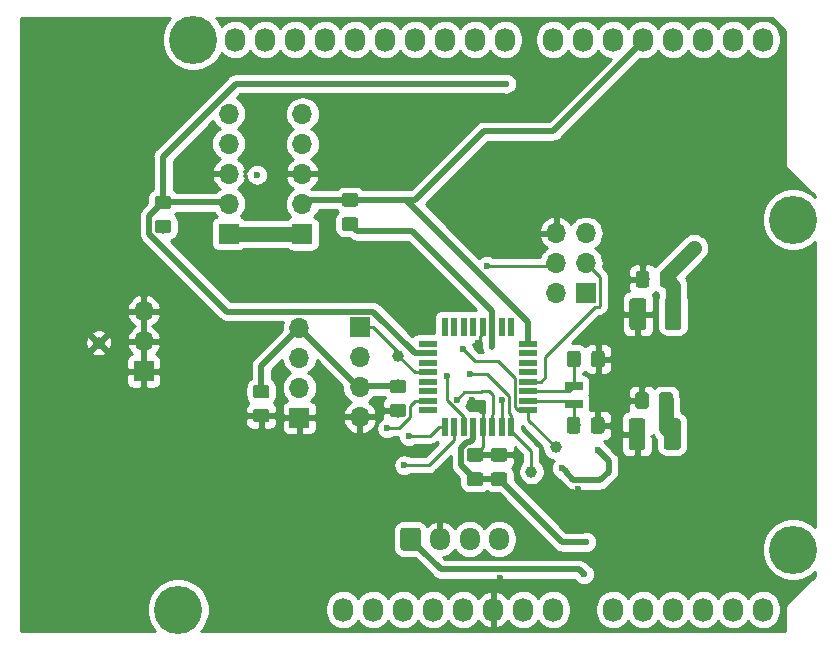
<source format=gbr>
G04 #@! TF.GenerationSoftware,KiCad,Pcbnew,(5.1.4)-1*
G04 #@! TF.CreationDate,2020-03-24T16:39:45-06:00*
G04 #@! TF.ProjectId,Laser_Stripe_Sensor,4c617365-725f-4537-9472-6970655f5365,rev?*
G04 #@! TF.SameCoordinates,Original*
G04 #@! TF.FileFunction,Copper,L1,Top*
G04 #@! TF.FilePolarity,Positive*
%FSLAX46Y46*%
G04 Gerber Fmt 4.6, Leading zero omitted, Abs format (unit mm)*
G04 Created by KiCad (PCBNEW (5.1.4)-1) date 2020-03-24 16:39:45*
%MOMM*%
%LPD*%
G04 APERTURE LIST*
%ADD10O,1.700000X1.700000*%
%ADD11R,1.700000X1.700000*%
%ADD12O,1.700000X1.950000*%
%ADD13C,0.100000*%
%ADD14C,1.700000*%
%ADD15C,1.000000*%
%ADD16R,1.500000X0.800000*%
%ADD17R,1.600000X0.550000*%
%ADD18R,0.550000X1.600000*%
%ADD19C,1.150000*%
%ADD20C,1.425000*%
%ADD21C,4.064000*%
%ADD22O,1.727200X2.032000*%
%ADD23C,0.600000*%
%ADD24C,0.250000*%
%ADD25C,0.508000*%
%ADD26C,1.270000*%
%ADD27C,0.254000*%
G04 APERTURE END LIST*
D10*
X135229600Y-99974400D03*
X135229600Y-102514400D03*
X135229600Y-105054400D03*
D11*
X135229600Y-107594400D03*
D12*
X152146000Y-117856000D03*
X149646000Y-117856000D03*
X147146000Y-117856000D03*
D13*
G36*
X145270504Y-116882204D02*
G01*
X145294773Y-116885804D01*
X145318571Y-116891765D01*
X145341671Y-116900030D01*
X145363849Y-116910520D01*
X145384893Y-116923133D01*
X145404598Y-116937747D01*
X145422777Y-116954223D01*
X145439253Y-116972402D01*
X145453867Y-116992107D01*
X145466480Y-117013151D01*
X145476970Y-117035329D01*
X145485235Y-117058429D01*
X145491196Y-117082227D01*
X145494796Y-117106496D01*
X145496000Y-117131000D01*
X145496000Y-118581000D01*
X145494796Y-118605504D01*
X145491196Y-118629773D01*
X145485235Y-118653571D01*
X145476970Y-118676671D01*
X145466480Y-118698849D01*
X145453867Y-118719893D01*
X145439253Y-118739598D01*
X145422777Y-118757777D01*
X145404598Y-118774253D01*
X145384893Y-118788867D01*
X145363849Y-118801480D01*
X145341671Y-118811970D01*
X145318571Y-118820235D01*
X145294773Y-118826196D01*
X145270504Y-118829796D01*
X145246000Y-118831000D01*
X144046000Y-118831000D01*
X144021496Y-118829796D01*
X143997227Y-118826196D01*
X143973429Y-118820235D01*
X143950329Y-118811970D01*
X143928151Y-118801480D01*
X143907107Y-118788867D01*
X143887402Y-118774253D01*
X143869223Y-118757777D01*
X143852747Y-118739598D01*
X143838133Y-118719893D01*
X143825520Y-118698849D01*
X143815030Y-118676671D01*
X143806765Y-118653571D01*
X143800804Y-118629773D01*
X143797204Y-118605504D01*
X143796000Y-118581000D01*
X143796000Y-117131000D01*
X143797204Y-117106496D01*
X143800804Y-117082227D01*
X143806765Y-117058429D01*
X143815030Y-117035329D01*
X143825520Y-117013151D01*
X143838133Y-116992107D01*
X143852747Y-116972402D01*
X143869223Y-116954223D01*
X143887402Y-116937747D01*
X143907107Y-116923133D01*
X143928151Y-116910520D01*
X143950329Y-116900030D01*
X143973429Y-116891765D01*
X143997227Y-116885804D01*
X144021496Y-116882204D01*
X144046000Y-116881000D01*
X145246000Y-116881000D01*
X145270504Y-116882204D01*
X145270504Y-116882204D01*
G37*
D14*
X144646000Y-117856000D03*
D15*
X168656000Y-93218000D03*
D16*
X158496000Y-106426000D03*
X158496000Y-104926000D03*
D17*
X146118000Y-106940000D03*
X146118000Y-106140000D03*
X146118000Y-105340000D03*
X146118000Y-104540000D03*
X146118000Y-103740000D03*
X146118000Y-102940000D03*
X146118000Y-102140000D03*
X146118000Y-101340000D03*
D18*
X147568000Y-99890000D03*
X148368000Y-99890000D03*
X149168000Y-99890000D03*
X149968000Y-99890000D03*
X150768000Y-99890000D03*
X151568000Y-99890000D03*
X152368000Y-99890000D03*
X153168000Y-99890000D03*
D17*
X154618000Y-101340000D03*
X154618000Y-102140000D03*
X154618000Y-102940000D03*
X154618000Y-103740000D03*
X154618000Y-104540000D03*
X154618000Y-105340000D03*
X154618000Y-106140000D03*
X154618000Y-106940000D03*
D18*
X153168000Y-108390000D03*
X152368000Y-108390000D03*
X151568000Y-108390000D03*
X150768000Y-108390000D03*
X149968000Y-108390000D03*
X149168000Y-108390000D03*
X148368000Y-108390000D03*
X147568000Y-108390000D03*
D15*
X143586200Y-102336600D03*
X156946600Y-110083600D03*
X154889200Y-112166400D03*
X118237000Y-101244400D03*
D13*
G36*
X124172505Y-90824404D02*
G01*
X124196773Y-90828004D01*
X124220572Y-90833965D01*
X124243671Y-90842230D01*
X124265850Y-90852720D01*
X124286893Y-90865332D01*
X124306599Y-90879947D01*
X124324777Y-90896423D01*
X124341253Y-90914601D01*
X124355868Y-90934307D01*
X124368480Y-90955350D01*
X124378970Y-90977529D01*
X124387235Y-91000628D01*
X124393196Y-91024427D01*
X124396796Y-91048695D01*
X124398000Y-91073199D01*
X124398000Y-91723201D01*
X124396796Y-91747705D01*
X124393196Y-91771973D01*
X124387235Y-91795772D01*
X124378970Y-91818871D01*
X124368480Y-91841050D01*
X124355868Y-91862093D01*
X124341253Y-91881799D01*
X124324777Y-91899977D01*
X124306599Y-91916453D01*
X124286893Y-91931068D01*
X124265850Y-91943680D01*
X124243671Y-91954170D01*
X124220572Y-91962435D01*
X124196773Y-91968396D01*
X124172505Y-91971996D01*
X124148001Y-91973200D01*
X123247999Y-91973200D01*
X123223495Y-91971996D01*
X123199227Y-91968396D01*
X123175428Y-91962435D01*
X123152329Y-91954170D01*
X123130150Y-91943680D01*
X123109107Y-91931068D01*
X123089401Y-91916453D01*
X123071223Y-91899977D01*
X123054747Y-91881799D01*
X123040132Y-91862093D01*
X123027520Y-91841050D01*
X123017030Y-91818871D01*
X123008765Y-91795772D01*
X123002804Y-91771973D01*
X122999204Y-91747705D01*
X122998000Y-91723201D01*
X122998000Y-91073199D01*
X122999204Y-91048695D01*
X123002804Y-91024427D01*
X123008765Y-91000628D01*
X123017030Y-90977529D01*
X123027520Y-90955350D01*
X123040132Y-90934307D01*
X123054747Y-90914601D01*
X123071223Y-90896423D01*
X123089401Y-90879947D01*
X123109107Y-90865332D01*
X123130150Y-90852720D01*
X123152329Y-90842230D01*
X123175428Y-90833965D01*
X123199227Y-90828004D01*
X123223495Y-90824404D01*
X123247999Y-90823200D01*
X124148001Y-90823200D01*
X124172505Y-90824404D01*
X124172505Y-90824404D01*
G37*
D19*
X123698000Y-91398200D03*
D13*
G36*
X124172505Y-88774404D02*
G01*
X124196773Y-88778004D01*
X124220572Y-88783965D01*
X124243671Y-88792230D01*
X124265850Y-88802720D01*
X124286893Y-88815332D01*
X124306599Y-88829947D01*
X124324777Y-88846423D01*
X124341253Y-88864601D01*
X124355868Y-88884307D01*
X124368480Y-88905350D01*
X124378970Y-88927529D01*
X124387235Y-88950628D01*
X124393196Y-88974427D01*
X124396796Y-88998695D01*
X124398000Y-89023199D01*
X124398000Y-89673201D01*
X124396796Y-89697705D01*
X124393196Y-89721973D01*
X124387235Y-89745772D01*
X124378970Y-89768871D01*
X124368480Y-89791050D01*
X124355868Y-89812093D01*
X124341253Y-89831799D01*
X124324777Y-89849977D01*
X124306599Y-89866453D01*
X124286893Y-89881068D01*
X124265850Y-89893680D01*
X124243671Y-89904170D01*
X124220572Y-89912435D01*
X124196773Y-89918396D01*
X124172505Y-89921996D01*
X124148001Y-89923200D01*
X123247999Y-89923200D01*
X123223495Y-89921996D01*
X123199227Y-89918396D01*
X123175428Y-89912435D01*
X123152329Y-89904170D01*
X123130150Y-89893680D01*
X123109107Y-89881068D01*
X123089401Y-89866453D01*
X123071223Y-89849977D01*
X123054747Y-89831799D01*
X123040132Y-89812093D01*
X123027520Y-89791050D01*
X123017030Y-89768871D01*
X123008765Y-89745772D01*
X123002804Y-89721973D01*
X122999204Y-89697705D01*
X122998000Y-89673201D01*
X122998000Y-89023199D01*
X122999204Y-88998695D01*
X123002804Y-88974427D01*
X123008765Y-88950628D01*
X123017030Y-88927529D01*
X123027520Y-88905350D01*
X123040132Y-88884307D01*
X123054747Y-88864601D01*
X123071223Y-88846423D01*
X123089401Y-88829947D01*
X123109107Y-88815332D01*
X123130150Y-88802720D01*
X123152329Y-88792230D01*
X123175428Y-88783965D01*
X123199227Y-88778004D01*
X123223495Y-88774404D01*
X123247999Y-88773200D01*
X124148001Y-88773200D01*
X124172505Y-88774404D01*
X124172505Y-88774404D01*
G37*
D19*
X123698000Y-89348200D03*
D13*
G36*
X139996705Y-90612204D02*
G01*
X140020973Y-90615804D01*
X140044772Y-90621765D01*
X140067871Y-90630030D01*
X140090050Y-90640520D01*
X140111093Y-90653132D01*
X140130799Y-90667747D01*
X140148977Y-90684223D01*
X140165453Y-90702401D01*
X140180068Y-90722107D01*
X140192680Y-90743150D01*
X140203170Y-90765329D01*
X140211435Y-90788428D01*
X140217396Y-90812227D01*
X140220996Y-90836495D01*
X140222200Y-90860999D01*
X140222200Y-91511001D01*
X140220996Y-91535505D01*
X140217396Y-91559773D01*
X140211435Y-91583572D01*
X140203170Y-91606671D01*
X140192680Y-91628850D01*
X140180068Y-91649893D01*
X140165453Y-91669599D01*
X140148977Y-91687777D01*
X140130799Y-91704253D01*
X140111093Y-91718868D01*
X140090050Y-91731480D01*
X140067871Y-91741970D01*
X140044772Y-91750235D01*
X140020973Y-91756196D01*
X139996705Y-91759796D01*
X139972201Y-91761000D01*
X139072199Y-91761000D01*
X139047695Y-91759796D01*
X139023427Y-91756196D01*
X138999628Y-91750235D01*
X138976529Y-91741970D01*
X138954350Y-91731480D01*
X138933307Y-91718868D01*
X138913601Y-91704253D01*
X138895423Y-91687777D01*
X138878947Y-91669599D01*
X138864332Y-91649893D01*
X138851720Y-91628850D01*
X138841230Y-91606671D01*
X138832965Y-91583572D01*
X138827004Y-91559773D01*
X138823404Y-91535505D01*
X138822200Y-91511001D01*
X138822200Y-90860999D01*
X138823404Y-90836495D01*
X138827004Y-90812227D01*
X138832965Y-90788428D01*
X138841230Y-90765329D01*
X138851720Y-90743150D01*
X138864332Y-90722107D01*
X138878947Y-90702401D01*
X138895423Y-90684223D01*
X138913601Y-90667747D01*
X138933307Y-90653132D01*
X138954350Y-90640520D01*
X138976529Y-90630030D01*
X138999628Y-90621765D01*
X139023427Y-90615804D01*
X139047695Y-90612204D01*
X139072199Y-90611000D01*
X139972201Y-90611000D01*
X139996705Y-90612204D01*
X139996705Y-90612204D01*
G37*
D19*
X139522200Y-91186000D03*
D13*
G36*
X139996705Y-88562204D02*
G01*
X140020973Y-88565804D01*
X140044772Y-88571765D01*
X140067871Y-88580030D01*
X140090050Y-88590520D01*
X140111093Y-88603132D01*
X140130799Y-88617747D01*
X140148977Y-88634223D01*
X140165453Y-88652401D01*
X140180068Y-88672107D01*
X140192680Y-88693150D01*
X140203170Y-88715329D01*
X140211435Y-88738428D01*
X140217396Y-88762227D01*
X140220996Y-88786495D01*
X140222200Y-88810999D01*
X140222200Y-89461001D01*
X140220996Y-89485505D01*
X140217396Y-89509773D01*
X140211435Y-89533572D01*
X140203170Y-89556671D01*
X140192680Y-89578850D01*
X140180068Y-89599893D01*
X140165453Y-89619599D01*
X140148977Y-89637777D01*
X140130799Y-89654253D01*
X140111093Y-89668868D01*
X140090050Y-89681480D01*
X140067871Y-89691970D01*
X140044772Y-89700235D01*
X140020973Y-89706196D01*
X139996705Y-89709796D01*
X139972201Y-89711000D01*
X139072199Y-89711000D01*
X139047695Y-89709796D01*
X139023427Y-89706196D01*
X138999628Y-89700235D01*
X138976529Y-89691970D01*
X138954350Y-89681480D01*
X138933307Y-89668868D01*
X138913601Y-89654253D01*
X138895423Y-89637777D01*
X138878947Y-89619599D01*
X138864332Y-89599893D01*
X138851720Y-89578850D01*
X138841230Y-89556671D01*
X138832965Y-89533572D01*
X138827004Y-89509773D01*
X138823404Y-89485505D01*
X138822200Y-89461001D01*
X138822200Y-88810999D01*
X138823404Y-88786495D01*
X138827004Y-88762227D01*
X138832965Y-88738428D01*
X138841230Y-88715329D01*
X138851720Y-88693150D01*
X138864332Y-88672107D01*
X138878947Y-88652401D01*
X138895423Y-88634223D01*
X138913601Y-88617747D01*
X138933307Y-88603132D01*
X138954350Y-88590520D01*
X138976529Y-88580030D01*
X138999628Y-88571765D01*
X139023427Y-88565804D01*
X139047695Y-88562204D01*
X139072199Y-88561000D01*
X139972201Y-88561000D01*
X139996705Y-88562204D01*
X139996705Y-88562204D01*
G37*
D19*
X139522200Y-89136000D03*
D10*
X122047000Y-98577400D03*
X122047000Y-101117400D03*
D11*
X122047000Y-103657400D03*
D10*
X140335000Y-107518200D03*
X140335000Y-104978200D03*
X140335000Y-102438200D03*
D11*
X140335000Y-99898200D03*
D10*
X129260600Y-81838800D03*
X129260600Y-84378800D03*
X129260600Y-86918800D03*
X129260600Y-89458800D03*
D11*
X129260600Y-91998800D03*
D10*
X135483600Y-81864200D03*
X135483600Y-84404200D03*
X135483600Y-86944200D03*
X135483600Y-89484200D03*
D11*
X135483600Y-92024200D03*
D10*
X156972000Y-91948000D03*
X159512000Y-91948000D03*
X156972000Y-94488000D03*
X159512000Y-94488000D03*
X156972000Y-97028000D03*
D11*
X159512000Y-97028000D03*
D13*
G36*
X132478305Y-106835404D02*
G01*
X132502573Y-106839004D01*
X132526372Y-106844965D01*
X132549471Y-106853230D01*
X132571650Y-106863720D01*
X132592693Y-106876332D01*
X132612399Y-106890947D01*
X132630577Y-106907423D01*
X132647053Y-106925601D01*
X132661668Y-106945307D01*
X132674280Y-106966350D01*
X132684770Y-106988529D01*
X132693035Y-107011628D01*
X132698996Y-107035427D01*
X132702596Y-107059695D01*
X132703800Y-107084199D01*
X132703800Y-107734201D01*
X132702596Y-107758705D01*
X132698996Y-107782973D01*
X132693035Y-107806772D01*
X132684770Y-107829871D01*
X132674280Y-107852050D01*
X132661668Y-107873093D01*
X132647053Y-107892799D01*
X132630577Y-107910977D01*
X132612399Y-107927453D01*
X132592693Y-107942068D01*
X132571650Y-107954680D01*
X132549471Y-107965170D01*
X132526372Y-107973435D01*
X132502573Y-107979396D01*
X132478305Y-107982996D01*
X132453801Y-107984200D01*
X131553799Y-107984200D01*
X131529295Y-107982996D01*
X131505027Y-107979396D01*
X131481228Y-107973435D01*
X131458129Y-107965170D01*
X131435950Y-107954680D01*
X131414907Y-107942068D01*
X131395201Y-107927453D01*
X131377023Y-107910977D01*
X131360547Y-107892799D01*
X131345932Y-107873093D01*
X131333320Y-107852050D01*
X131322830Y-107829871D01*
X131314565Y-107806772D01*
X131308604Y-107782973D01*
X131305004Y-107758705D01*
X131303800Y-107734201D01*
X131303800Y-107084199D01*
X131305004Y-107059695D01*
X131308604Y-107035427D01*
X131314565Y-107011628D01*
X131322830Y-106988529D01*
X131333320Y-106966350D01*
X131345932Y-106945307D01*
X131360547Y-106925601D01*
X131377023Y-106907423D01*
X131395201Y-106890947D01*
X131414907Y-106876332D01*
X131435950Y-106863720D01*
X131458129Y-106853230D01*
X131481228Y-106844965D01*
X131505027Y-106839004D01*
X131529295Y-106835404D01*
X131553799Y-106834200D01*
X132453801Y-106834200D01*
X132478305Y-106835404D01*
X132478305Y-106835404D01*
G37*
D19*
X132003800Y-107409200D03*
D13*
G36*
X132478305Y-104785404D02*
G01*
X132502573Y-104789004D01*
X132526372Y-104794965D01*
X132549471Y-104803230D01*
X132571650Y-104813720D01*
X132592693Y-104826332D01*
X132612399Y-104840947D01*
X132630577Y-104857423D01*
X132647053Y-104875601D01*
X132661668Y-104895307D01*
X132674280Y-104916350D01*
X132684770Y-104938529D01*
X132693035Y-104961628D01*
X132698996Y-104985427D01*
X132702596Y-105009695D01*
X132703800Y-105034199D01*
X132703800Y-105684201D01*
X132702596Y-105708705D01*
X132698996Y-105732973D01*
X132693035Y-105756772D01*
X132684770Y-105779871D01*
X132674280Y-105802050D01*
X132661668Y-105823093D01*
X132647053Y-105842799D01*
X132630577Y-105860977D01*
X132612399Y-105877453D01*
X132592693Y-105892068D01*
X132571650Y-105904680D01*
X132549471Y-105915170D01*
X132526372Y-105923435D01*
X132502573Y-105929396D01*
X132478305Y-105932996D01*
X132453801Y-105934200D01*
X131553799Y-105934200D01*
X131529295Y-105932996D01*
X131505027Y-105929396D01*
X131481228Y-105923435D01*
X131458129Y-105915170D01*
X131435950Y-105904680D01*
X131414907Y-105892068D01*
X131395201Y-105877453D01*
X131377023Y-105860977D01*
X131360547Y-105842799D01*
X131345932Y-105823093D01*
X131333320Y-105802050D01*
X131322830Y-105779871D01*
X131314565Y-105756772D01*
X131308604Y-105732973D01*
X131305004Y-105708705D01*
X131303800Y-105684201D01*
X131303800Y-105034199D01*
X131305004Y-105009695D01*
X131308604Y-104985427D01*
X131314565Y-104961628D01*
X131322830Y-104938529D01*
X131333320Y-104916350D01*
X131345932Y-104895307D01*
X131360547Y-104875601D01*
X131377023Y-104857423D01*
X131395201Y-104840947D01*
X131414907Y-104826332D01*
X131435950Y-104813720D01*
X131458129Y-104803230D01*
X131481228Y-104794965D01*
X131505027Y-104789004D01*
X131529295Y-104785404D01*
X131553799Y-104784200D01*
X132453801Y-104784200D01*
X132478305Y-104785404D01*
X132478305Y-104785404D01*
G37*
D19*
X132003800Y-105359200D03*
D13*
G36*
X144060705Y-106403604D02*
G01*
X144084973Y-106407204D01*
X144108772Y-106413165D01*
X144131871Y-106421430D01*
X144154050Y-106431920D01*
X144175093Y-106444532D01*
X144194799Y-106459147D01*
X144212977Y-106475623D01*
X144229453Y-106493801D01*
X144244068Y-106513507D01*
X144256680Y-106534550D01*
X144267170Y-106556729D01*
X144275435Y-106579828D01*
X144281396Y-106603627D01*
X144284996Y-106627895D01*
X144286200Y-106652399D01*
X144286200Y-107302401D01*
X144284996Y-107326905D01*
X144281396Y-107351173D01*
X144275435Y-107374972D01*
X144267170Y-107398071D01*
X144256680Y-107420250D01*
X144244068Y-107441293D01*
X144229453Y-107460999D01*
X144212977Y-107479177D01*
X144194799Y-107495653D01*
X144175093Y-107510268D01*
X144154050Y-107522880D01*
X144131871Y-107533370D01*
X144108772Y-107541635D01*
X144084973Y-107547596D01*
X144060705Y-107551196D01*
X144036201Y-107552400D01*
X143136199Y-107552400D01*
X143111695Y-107551196D01*
X143087427Y-107547596D01*
X143063628Y-107541635D01*
X143040529Y-107533370D01*
X143018350Y-107522880D01*
X142997307Y-107510268D01*
X142977601Y-107495653D01*
X142959423Y-107479177D01*
X142942947Y-107460999D01*
X142928332Y-107441293D01*
X142915720Y-107420250D01*
X142905230Y-107398071D01*
X142896965Y-107374972D01*
X142891004Y-107351173D01*
X142887404Y-107326905D01*
X142886200Y-107302401D01*
X142886200Y-106652399D01*
X142887404Y-106627895D01*
X142891004Y-106603627D01*
X142896965Y-106579828D01*
X142905230Y-106556729D01*
X142915720Y-106534550D01*
X142928332Y-106513507D01*
X142942947Y-106493801D01*
X142959423Y-106475623D01*
X142977601Y-106459147D01*
X142997307Y-106444532D01*
X143018350Y-106431920D01*
X143040529Y-106421430D01*
X143063628Y-106413165D01*
X143087427Y-106407204D01*
X143111695Y-106403604D01*
X143136199Y-106402400D01*
X144036201Y-106402400D01*
X144060705Y-106403604D01*
X144060705Y-106403604D01*
G37*
D19*
X143586200Y-106977400D03*
D13*
G36*
X144060705Y-104353604D02*
G01*
X144084973Y-104357204D01*
X144108772Y-104363165D01*
X144131871Y-104371430D01*
X144154050Y-104381920D01*
X144175093Y-104394532D01*
X144194799Y-104409147D01*
X144212977Y-104425623D01*
X144229453Y-104443801D01*
X144244068Y-104463507D01*
X144256680Y-104484550D01*
X144267170Y-104506729D01*
X144275435Y-104529828D01*
X144281396Y-104553627D01*
X144284996Y-104577895D01*
X144286200Y-104602399D01*
X144286200Y-105252401D01*
X144284996Y-105276905D01*
X144281396Y-105301173D01*
X144275435Y-105324972D01*
X144267170Y-105348071D01*
X144256680Y-105370250D01*
X144244068Y-105391293D01*
X144229453Y-105410999D01*
X144212977Y-105429177D01*
X144194799Y-105445653D01*
X144175093Y-105460268D01*
X144154050Y-105472880D01*
X144131871Y-105483370D01*
X144108772Y-105491635D01*
X144084973Y-105497596D01*
X144060705Y-105501196D01*
X144036201Y-105502400D01*
X143136199Y-105502400D01*
X143111695Y-105501196D01*
X143087427Y-105497596D01*
X143063628Y-105491635D01*
X143040529Y-105483370D01*
X143018350Y-105472880D01*
X142997307Y-105460268D01*
X142977601Y-105445653D01*
X142959423Y-105429177D01*
X142942947Y-105410999D01*
X142928332Y-105391293D01*
X142915720Y-105370250D01*
X142905230Y-105348071D01*
X142896965Y-105324972D01*
X142891004Y-105301173D01*
X142887404Y-105276905D01*
X142886200Y-105252401D01*
X142886200Y-104602399D01*
X142887404Y-104577895D01*
X142891004Y-104553627D01*
X142896965Y-104529828D01*
X142905230Y-104506729D01*
X142915720Y-104484550D01*
X142928332Y-104463507D01*
X142942947Y-104443801D01*
X142959423Y-104425623D01*
X142977601Y-104409147D01*
X142997307Y-104394532D01*
X143018350Y-104381920D01*
X143040529Y-104371430D01*
X143063628Y-104363165D01*
X143087427Y-104357204D01*
X143111695Y-104353604D01*
X143136199Y-104352400D01*
X144036201Y-104352400D01*
X144060705Y-104353604D01*
X144060705Y-104353604D01*
G37*
D19*
X143586200Y-104927400D03*
D13*
G36*
X150588505Y-112202204D02*
G01*
X150612773Y-112205804D01*
X150636572Y-112211765D01*
X150659671Y-112220030D01*
X150681850Y-112230520D01*
X150702893Y-112243132D01*
X150722599Y-112257747D01*
X150740777Y-112274223D01*
X150757253Y-112292401D01*
X150771868Y-112312107D01*
X150784480Y-112333150D01*
X150794970Y-112355329D01*
X150803235Y-112378428D01*
X150809196Y-112402227D01*
X150812796Y-112426495D01*
X150814000Y-112450999D01*
X150814000Y-113101001D01*
X150812796Y-113125505D01*
X150809196Y-113149773D01*
X150803235Y-113173572D01*
X150794970Y-113196671D01*
X150784480Y-113218850D01*
X150771868Y-113239893D01*
X150757253Y-113259599D01*
X150740777Y-113277777D01*
X150722599Y-113294253D01*
X150702893Y-113308868D01*
X150681850Y-113321480D01*
X150659671Y-113331970D01*
X150636572Y-113340235D01*
X150612773Y-113346196D01*
X150588505Y-113349796D01*
X150564001Y-113351000D01*
X149663999Y-113351000D01*
X149639495Y-113349796D01*
X149615227Y-113346196D01*
X149591428Y-113340235D01*
X149568329Y-113331970D01*
X149546150Y-113321480D01*
X149525107Y-113308868D01*
X149505401Y-113294253D01*
X149487223Y-113277777D01*
X149470747Y-113259599D01*
X149456132Y-113239893D01*
X149443520Y-113218850D01*
X149433030Y-113196671D01*
X149424765Y-113173572D01*
X149418804Y-113149773D01*
X149415204Y-113125505D01*
X149414000Y-113101001D01*
X149414000Y-112450999D01*
X149415204Y-112426495D01*
X149418804Y-112402227D01*
X149424765Y-112378428D01*
X149433030Y-112355329D01*
X149443520Y-112333150D01*
X149456132Y-112312107D01*
X149470747Y-112292401D01*
X149487223Y-112274223D01*
X149505401Y-112257747D01*
X149525107Y-112243132D01*
X149546150Y-112230520D01*
X149568329Y-112220030D01*
X149591428Y-112211765D01*
X149615227Y-112205804D01*
X149639495Y-112202204D01*
X149663999Y-112201000D01*
X150564001Y-112201000D01*
X150588505Y-112202204D01*
X150588505Y-112202204D01*
G37*
D19*
X150114000Y-112776000D03*
D13*
G36*
X150588505Y-110152204D02*
G01*
X150612773Y-110155804D01*
X150636572Y-110161765D01*
X150659671Y-110170030D01*
X150681850Y-110180520D01*
X150702893Y-110193132D01*
X150722599Y-110207747D01*
X150740777Y-110224223D01*
X150757253Y-110242401D01*
X150771868Y-110262107D01*
X150784480Y-110283150D01*
X150794970Y-110305329D01*
X150803235Y-110328428D01*
X150809196Y-110352227D01*
X150812796Y-110376495D01*
X150814000Y-110400999D01*
X150814000Y-111051001D01*
X150812796Y-111075505D01*
X150809196Y-111099773D01*
X150803235Y-111123572D01*
X150794970Y-111146671D01*
X150784480Y-111168850D01*
X150771868Y-111189893D01*
X150757253Y-111209599D01*
X150740777Y-111227777D01*
X150722599Y-111244253D01*
X150702893Y-111258868D01*
X150681850Y-111271480D01*
X150659671Y-111281970D01*
X150636572Y-111290235D01*
X150612773Y-111296196D01*
X150588505Y-111299796D01*
X150564001Y-111301000D01*
X149663999Y-111301000D01*
X149639495Y-111299796D01*
X149615227Y-111296196D01*
X149591428Y-111290235D01*
X149568329Y-111281970D01*
X149546150Y-111271480D01*
X149525107Y-111258868D01*
X149505401Y-111244253D01*
X149487223Y-111227777D01*
X149470747Y-111209599D01*
X149456132Y-111189893D01*
X149443520Y-111168850D01*
X149433030Y-111146671D01*
X149424765Y-111123572D01*
X149418804Y-111099773D01*
X149415204Y-111075505D01*
X149414000Y-111051001D01*
X149414000Y-110400999D01*
X149415204Y-110376495D01*
X149418804Y-110352227D01*
X149424765Y-110328428D01*
X149433030Y-110305329D01*
X149443520Y-110283150D01*
X149456132Y-110262107D01*
X149470747Y-110242401D01*
X149487223Y-110224223D01*
X149505401Y-110207747D01*
X149525107Y-110193132D01*
X149546150Y-110180520D01*
X149568329Y-110170030D01*
X149591428Y-110161765D01*
X149615227Y-110155804D01*
X149639495Y-110152204D01*
X149663999Y-110151000D01*
X150564001Y-110151000D01*
X150588505Y-110152204D01*
X150588505Y-110152204D01*
G37*
D19*
X150114000Y-110726000D03*
D13*
G36*
X152620505Y-112202204D02*
G01*
X152644773Y-112205804D01*
X152668572Y-112211765D01*
X152691671Y-112220030D01*
X152713850Y-112230520D01*
X152734893Y-112243132D01*
X152754599Y-112257747D01*
X152772777Y-112274223D01*
X152789253Y-112292401D01*
X152803868Y-112312107D01*
X152816480Y-112333150D01*
X152826970Y-112355329D01*
X152835235Y-112378428D01*
X152841196Y-112402227D01*
X152844796Y-112426495D01*
X152846000Y-112450999D01*
X152846000Y-113101001D01*
X152844796Y-113125505D01*
X152841196Y-113149773D01*
X152835235Y-113173572D01*
X152826970Y-113196671D01*
X152816480Y-113218850D01*
X152803868Y-113239893D01*
X152789253Y-113259599D01*
X152772777Y-113277777D01*
X152754599Y-113294253D01*
X152734893Y-113308868D01*
X152713850Y-113321480D01*
X152691671Y-113331970D01*
X152668572Y-113340235D01*
X152644773Y-113346196D01*
X152620505Y-113349796D01*
X152596001Y-113351000D01*
X151695999Y-113351000D01*
X151671495Y-113349796D01*
X151647227Y-113346196D01*
X151623428Y-113340235D01*
X151600329Y-113331970D01*
X151578150Y-113321480D01*
X151557107Y-113308868D01*
X151537401Y-113294253D01*
X151519223Y-113277777D01*
X151502747Y-113259599D01*
X151488132Y-113239893D01*
X151475520Y-113218850D01*
X151465030Y-113196671D01*
X151456765Y-113173572D01*
X151450804Y-113149773D01*
X151447204Y-113125505D01*
X151446000Y-113101001D01*
X151446000Y-112450999D01*
X151447204Y-112426495D01*
X151450804Y-112402227D01*
X151456765Y-112378428D01*
X151465030Y-112355329D01*
X151475520Y-112333150D01*
X151488132Y-112312107D01*
X151502747Y-112292401D01*
X151519223Y-112274223D01*
X151537401Y-112257747D01*
X151557107Y-112243132D01*
X151578150Y-112230520D01*
X151600329Y-112220030D01*
X151623428Y-112211765D01*
X151647227Y-112205804D01*
X151671495Y-112202204D01*
X151695999Y-112201000D01*
X152596001Y-112201000D01*
X152620505Y-112202204D01*
X152620505Y-112202204D01*
G37*
D19*
X152146000Y-112776000D03*
D13*
G36*
X152620505Y-110152204D02*
G01*
X152644773Y-110155804D01*
X152668572Y-110161765D01*
X152691671Y-110170030D01*
X152713850Y-110180520D01*
X152734893Y-110193132D01*
X152754599Y-110207747D01*
X152772777Y-110224223D01*
X152789253Y-110242401D01*
X152803868Y-110262107D01*
X152816480Y-110283150D01*
X152826970Y-110305329D01*
X152835235Y-110328428D01*
X152841196Y-110352227D01*
X152844796Y-110376495D01*
X152846000Y-110400999D01*
X152846000Y-111051001D01*
X152844796Y-111075505D01*
X152841196Y-111099773D01*
X152835235Y-111123572D01*
X152826970Y-111146671D01*
X152816480Y-111168850D01*
X152803868Y-111189893D01*
X152789253Y-111209599D01*
X152772777Y-111227777D01*
X152754599Y-111244253D01*
X152734893Y-111258868D01*
X152713850Y-111271480D01*
X152691671Y-111281970D01*
X152668572Y-111290235D01*
X152644773Y-111296196D01*
X152620505Y-111299796D01*
X152596001Y-111301000D01*
X151695999Y-111301000D01*
X151671495Y-111299796D01*
X151647227Y-111296196D01*
X151623428Y-111290235D01*
X151600329Y-111281970D01*
X151578150Y-111271480D01*
X151557107Y-111258868D01*
X151537401Y-111244253D01*
X151519223Y-111227777D01*
X151502747Y-111209599D01*
X151488132Y-111189893D01*
X151475520Y-111168850D01*
X151465030Y-111146671D01*
X151456765Y-111123572D01*
X151450804Y-111099773D01*
X151447204Y-111075505D01*
X151446000Y-111051001D01*
X151446000Y-110400999D01*
X151447204Y-110376495D01*
X151450804Y-110352227D01*
X151456765Y-110328428D01*
X151465030Y-110305329D01*
X151475520Y-110283150D01*
X151488132Y-110262107D01*
X151502747Y-110242401D01*
X151519223Y-110224223D01*
X151537401Y-110207747D01*
X151557107Y-110193132D01*
X151578150Y-110180520D01*
X151600329Y-110170030D01*
X151623428Y-110161765D01*
X151647227Y-110155804D01*
X151671495Y-110152204D01*
X151695999Y-110151000D01*
X152596001Y-110151000D01*
X152620505Y-110152204D01*
X152620505Y-110152204D01*
G37*
D19*
X152146000Y-110726000D03*
D13*
G36*
X160852105Y-107530604D02*
G01*
X160876373Y-107534204D01*
X160900172Y-107540165D01*
X160923271Y-107548430D01*
X160945450Y-107558920D01*
X160966493Y-107571532D01*
X160986199Y-107586147D01*
X161004377Y-107602623D01*
X161020853Y-107620801D01*
X161035468Y-107640507D01*
X161048080Y-107661550D01*
X161058570Y-107683729D01*
X161066835Y-107706828D01*
X161072796Y-107730627D01*
X161076396Y-107754895D01*
X161077600Y-107779399D01*
X161077600Y-108679401D01*
X161076396Y-108703905D01*
X161072796Y-108728173D01*
X161066835Y-108751972D01*
X161058570Y-108775071D01*
X161048080Y-108797250D01*
X161035468Y-108818293D01*
X161020853Y-108837999D01*
X161004377Y-108856177D01*
X160986199Y-108872653D01*
X160966493Y-108887268D01*
X160945450Y-108899880D01*
X160923271Y-108910370D01*
X160900172Y-108918635D01*
X160876373Y-108924596D01*
X160852105Y-108928196D01*
X160827601Y-108929400D01*
X160177599Y-108929400D01*
X160153095Y-108928196D01*
X160128827Y-108924596D01*
X160105028Y-108918635D01*
X160081929Y-108910370D01*
X160059750Y-108899880D01*
X160038707Y-108887268D01*
X160019001Y-108872653D01*
X160000823Y-108856177D01*
X159984347Y-108837999D01*
X159969732Y-108818293D01*
X159957120Y-108797250D01*
X159946630Y-108775071D01*
X159938365Y-108751972D01*
X159932404Y-108728173D01*
X159928804Y-108703905D01*
X159927600Y-108679401D01*
X159927600Y-107779399D01*
X159928804Y-107754895D01*
X159932404Y-107730627D01*
X159938365Y-107706828D01*
X159946630Y-107683729D01*
X159957120Y-107661550D01*
X159969732Y-107640507D01*
X159984347Y-107620801D01*
X160000823Y-107602623D01*
X160019001Y-107586147D01*
X160038707Y-107571532D01*
X160059750Y-107558920D01*
X160081929Y-107548430D01*
X160105028Y-107540165D01*
X160128827Y-107534204D01*
X160153095Y-107530604D01*
X160177599Y-107529400D01*
X160827601Y-107529400D01*
X160852105Y-107530604D01*
X160852105Y-107530604D01*
G37*
D19*
X160502600Y-108229400D03*
D13*
G36*
X158802105Y-107530604D02*
G01*
X158826373Y-107534204D01*
X158850172Y-107540165D01*
X158873271Y-107548430D01*
X158895450Y-107558920D01*
X158916493Y-107571532D01*
X158936199Y-107586147D01*
X158954377Y-107602623D01*
X158970853Y-107620801D01*
X158985468Y-107640507D01*
X158998080Y-107661550D01*
X159008570Y-107683729D01*
X159016835Y-107706828D01*
X159022796Y-107730627D01*
X159026396Y-107754895D01*
X159027600Y-107779399D01*
X159027600Y-108679401D01*
X159026396Y-108703905D01*
X159022796Y-108728173D01*
X159016835Y-108751972D01*
X159008570Y-108775071D01*
X158998080Y-108797250D01*
X158985468Y-108818293D01*
X158970853Y-108837999D01*
X158954377Y-108856177D01*
X158936199Y-108872653D01*
X158916493Y-108887268D01*
X158895450Y-108899880D01*
X158873271Y-108910370D01*
X158850172Y-108918635D01*
X158826373Y-108924596D01*
X158802105Y-108928196D01*
X158777601Y-108929400D01*
X158127599Y-108929400D01*
X158103095Y-108928196D01*
X158078827Y-108924596D01*
X158055028Y-108918635D01*
X158031929Y-108910370D01*
X158009750Y-108899880D01*
X157988707Y-108887268D01*
X157969001Y-108872653D01*
X157950823Y-108856177D01*
X157934347Y-108837999D01*
X157919732Y-108818293D01*
X157907120Y-108797250D01*
X157896630Y-108775071D01*
X157888365Y-108751972D01*
X157882404Y-108728173D01*
X157878804Y-108703905D01*
X157877600Y-108679401D01*
X157877600Y-107779399D01*
X157878804Y-107754895D01*
X157882404Y-107730627D01*
X157888365Y-107706828D01*
X157896630Y-107683729D01*
X157907120Y-107661550D01*
X157919732Y-107640507D01*
X157934347Y-107620801D01*
X157950823Y-107602623D01*
X157969001Y-107586147D01*
X157988707Y-107571532D01*
X158009750Y-107558920D01*
X158031929Y-107548430D01*
X158055028Y-107540165D01*
X158078827Y-107534204D01*
X158103095Y-107530604D01*
X158127599Y-107529400D01*
X158777601Y-107529400D01*
X158802105Y-107530604D01*
X158802105Y-107530604D01*
G37*
D19*
X158452600Y-108229400D03*
D13*
G36*
X160877505Y-101917204D02*
G01*
X160901773Y-101920804D01*
X160925572Y-101926765D01*
X160948671Y-101935030D01*
X160970850Y-101945520D01*
X160991893Y-101958132D01*
X161011599Y-101972747D01*
X161029777Y-101989223D01*
X161046253Y-102007401D01*
X161060868Y-102027107D01*
X161073480Y-102048150D01*
X161083970Y-102070329D01*
X161092235Y-102093428D01*
X161098196Y-102117227D01*
X161101796Y-102141495D01*
X161103000Y-102165999D01*
X161103000Y-103066001D01*
X161101796Y-103090505D01*
X161098196Y-103114773D01*
X161092235Y-103138572D01*
X161083970Y-103161671D01*
X161073480Y-103183850D01*
X161060868Y-103204893D01*
X161046253Y-103224599D01*
X161029777Y-103242777D01*
X161011599Y-103259253D01*
X160991893Y-103273868D01*
X160970850Y-103286480D01*
X160948671Y-103296970D01*
X160925572Y-103305235D01*
X160901773Y-103311196D01*
X160877505Y-103314796D01*
X160853001Y-103316000D01*
X160202999Y-103316000D01*
X160178495Y-103314796D01*
X160154227Y-103311196D01*
X160130428Y-103305235D01*
X160107329Y-103296970D01*
X160085150Y-103286480D01*
X160064107Y-103273868D01*
X160044401Y-103259253D01*
X160026223Y-103242777D01*
X160009747Y-103224599D01*
X159995132Y-103204893D01*
X159982520Y-103183850D01*
X159972030Y-103161671D01*
X159963765Y-103138572D01*
X159957804Y-103114773D01*
X159954204Y-103090505D01*
X159953000Y-103066001D01*
X159953000Y-102165999D01*
X159954204Y-102141495D01*
X159957804Y-102117227D01*
X159963765Y-102093428D01*
X159972030Y-102070329D01*
X159982520Y-102048150D01*
X159995132Y-102027107D01*
X160009747Y-102007401D01*
X160026223Y-101989223D01*
X160044401Y-101972747D01*
X160064107Y-101958132D01*
X160085150Y-101945520D01*
X160107329Y-101935030D01*
X160130428Y-101926765D01*
X160154227Y-101920804D01*
X160178495Y-101917204D01*
X160202999Y-101916000D01*
X160853001Y-101916000D01*
X160877505Y-101917204D01*
X160877505Y-101917204D01*
G37*
D19*
X160528000Y-102616000D03*
D13*
G36*
X158827505Y-101917204D02*
G01*
X158851773Y-101920804D01*
X158875572Y-101926765D01*
X158898671Y-101935030D01*
X158920850Y-101945520D01*
X158941893Y-101958132D01*
X158961599Y-101972747D01*
X158979777Y-101989223D01*
X158996253Y-102007401D01*
X159010868Y-102027107D01*
X159023480Y-102048150D01*
X159033970Y-102070329D01*
X159042235Y-102093428D01*
X159048196Y-102117227D01*
X159051796Y-102141495D01*
X159053000Y-102165999D01*
X159053000Y-103066001D01*
X159051796Y-103090505D01*
X159048196Y-103114773D01*
X159042235Y-103138572D01*
X159033970Y-103161671D01*
X159023480Y-103183850D01*
X159010868Y-103204893D01*
X158996253Y-103224599D01*
X158979777Y-103242777D01*
X158961599Y-103259253D01*
X158941893Y-103273868D01*
X158920850Y-103286480D01*
X158898671Y-103296970D01*
X158875572Y-103305235D01*
X158851773Y-103311196D01*
X158827505Y-103314796D01*
X158803001Y-103316000D01*
X158152999Y-103316000D01*
X158128495Y-103314796D01*
X158104227Y-103311196D01*
X158080428Y-103305235D01*
X158057329Y-103296970D01*
X158035150Y-103286480D01*
X158014107Y-103273868D01*
X157994401Y-103259253D01*
X157976223Y-103242777D01*
X157959747Y-103224599D01*
X157945132Y-103204893D01*
X157932520Y-103183850D01*
X157922030Y-103161671D01*
X157913765Y-103138572D01*
X157907804Y-103114773D01*
X157904204Y-103090505D01*
X157903000Y-103066001D01*
X157903000Y-102165999D01*
X157904204Y-102141495D01*
X157907804Y-102117227D01*
X157913765Y-102093428D01*
X157922030Y-102070329D01*
X157932520Y-102048150D01*
X157945132Y-102027107D01*
X157959747Y-102007401D01*
X157976223Y-101989223D01*
X157994401Y-101972747D01*
X158014107Y-101958132D01*
X158035150Y-101945520D01*
X158057329Y-101935030D01*
X158080428Y-101926765D01*
X158104227Y-101920804D01*
X158128495Y-101917204D01*
X158152999Y-101916000D01*
X158803001Y-101916000D01*
X158827505Y-101917204D01*
X158827505Y-101917204D01*
G37*
D19*
X158478000Y-102616000D03*
D13*
G36*
X164390004Y-97482204D02*
G01*
X164414273Y-97485804D01*
X164438071Y-97491765D01*
X164461171Y-97500030D01*
X164483349Y-97510520D01*
X164504393Y-97523133D01*
X164524098Y-97537747D01*
X164542277Y-97554223D01*
X164558753Y-97572402D01*
X164573367Y-97592107D01*
X164585980Y-97613151D01*
X164596470Y-97635329D01*
X164604735Y-97658429D01*
X164610696Y-97682227D01*
X164614296Y-97706496D01*
X164615500Y-97731000D01*
X164615500Y-99881000D01*
X164614296Y-99905504D01*
X164610696Y-99929773D01*
X164604735Y-99953571D01*
X164596470Y-99976671D01*
X164585980Y-99998849D01*
X164573367Y-100019893D01*
X164558753Y-100039598D01*
X164542277Y-100057777D01*
X164524098Y-100074253D01*
X164504393Y-100088867D01*
X164483349Y-100101480D01*
X164461171Y-100111970D01*
X164438071Y-100120235D01*
X164414273Y-100126196D01*
X164390004Y-100129796D01*
X164365500Y-100131000D01*
X163440500Y-100131000D01*
X163415996Y-100129796D01*
X163391727Y-100126196D01*
X163367929Y-100120235D01*
X163344829Y-100111970D01*
X163322651Y-100101480D01*
X163301607Y-100088867D01*
X163281902Y-100074253D01*
X163263723Y-100057777D01*
X163247247Y-100039598D01*
X163232633Y-100019893D01*
X163220020Y-99998849D01*
X163209530Y-99976671D01*
X163201265Y-99953571D01*
X163195304Y-99929773D01*
X163191704Y-99905504D01*
X163190500Y-99881000D01*
X163190500Y-97731000D01*
X163191704Y-97706496D01*
X163195304Y-97682227D01*
X163201265Y-97658429D01*
X163209530Y-97635329D01*
X163220020Y-97613151D01*
X163232633Y-97592107D01*
X163247247Y-97572402D01*
X163263723Y-97554223D01*
X163281902Y-97537747D01*
X163301607Y-97523133D01*
X163322651Y-97510520D01*
X163344829Y-97500030D01*
X163367929Y-97491765D01*
X163391727Y-97485804D01*
X163415996Y-97482204D01*
X163440500Y-97481000D01*
X164365500Y-97481000D01*
X164390004Y-97482204D01*
X164390004Y-97482204D01*
G37*
D20*
X163903000Y-98806000D03*
D13*
G36*
X167365004Y-97482204D02*
G01*
X167389273Y-97485804D01*
X167413071Y-97491765D01*
X167436171Y-97500030D01*
X167458349Y-97510520D01*
X167479393Y-97523133D01*
X167499098Y-97537747D01*
X167517277Y-97554223D01*
X167533753Y-97572402D01*
X167548367Y-97592107D01*
X167560980Y-97613151D01*
X167571470Y-97635329D01*
X167579735Y-97658429D01*
X167585696Y-97682227D01*
X167589296Y-97706496D01*
X167590500Y-97731000D01*
X167590500Y-99881000D01*
X167589296Y-99905504D01*
X167585696Y-99929773D01*
X167579735Y-99953571D01*
X167571470Y-99976671D01*
X167560980Y-99998849D01*
X167548367Y-100019893D01*
X167533753Y-100039598D01*
X167517277Y-100057777D01*
X167499098Y-100074253D01*
X167479393Y-100088867D01*
X167458349Y-100101480D01*
X167436171Y-100111970D01*
X167413071Y-100120235D01*
X167389273Y-100126196D01*
X167365004Y-100129796D01*
X167340500Y-100131000D01*
X166415500Y-100131000D01*
X166390996Y-100129796D01*
X166366727Y-100126196D01*
X166342929Y-100120235D01*
X166319829Y-100111970D01*
X166297651Y-100101480D01*
X166276607Y-100088867D01*
X166256902Y-100074253D01*
X166238723Y-100057777D01*
X166222247Y-100039598D01*
X166207633Y-100019893D01*
X166195020Y-99998849D01*
X166184530Y-99976671D01*
X166176265Y-99953571D01*
X166170304Y-99929773D01*
X166166704Y-99905504D01*
X166165500Y-99881000D01*
X166165500Y-97731000D01*
X166166704Y-97706496D01*
X166170304Y-97682227D01*
X166176265Y-97658429D01*
X166184530Y-97635329D01*
X166195020Y-97613151D01*
X166207633Y-97592107D01*
X166222247Y-97572402D01*
X166238723Y-97554223D01*
X166256902Y-97537747D01*
X166276607Y-97523133D01*
X166297651Y-97510520D01*
X166319829Y-97500030D01*
X166342929Y-97491765D01*
X166366727Y-97485804D01*
X166390996Y-97482204D01*
X166415500Y-97481000D01*
X167340500Y-97481000D01*
X167365004Y-97482204D01*
X167365004Y-97482204D01*
G37*
D20*
X166878000Y-98806000D03*
D13*
G36*
X164317004Y-107642204D02*
G01*
X164341273Y-107645804D01*
X164365071Y-107651765D01*
X164388171Y-107660030D01*
X164410349Y-107670520D01*
X164431393Y-107683133D01*
X164451098Y-107697747D01*
X164469277Y-107714223D01*
X164485753Y-107732402D01*
X164500367Y-107752107D01*
X164512980Y-107773151D01*
X164523470Y-107795329D01*
X164531735Y-107818429D01*
X164537696Y-107842227D01*
X164541296Y-107866496D01*
X164542500Y-107891000D01*
X164542500Y-110041000D01*
X164541296Y-110065504D01*
X164537696Y-110089773D01*
X164531735Y-110113571D01*
X164523470Y-110136671D01*
X164512980Y-110158849D01*
X164500367Y-110179893D01*
X164485753Y-110199598D01*
X164469277Y-110217777D01*
X164451098Y-110234253D01*
X164431393Y-110248867D01*
X164410349Y-110261480D01*
X164388171Y-110271970D01*
X164365071Y-110280235D01*
X164341273Y-110286196D01*
X164317004Y-110289796D01*
X164292500Y-110291000D01*
X163367500Y-110291000D01*
X163342996Y-110289796D01*
X163318727Y-110286196D01*
X163294929Y-110280235D01*
X163271829Y-110271970D01*
X163249651Y-110261480D01*
X163228607Y-110248867D01*
X163208902Y-110234253D01*
X163190723Y-110217777D01*
X163174247Y-110199598D01*
X163159633Y-110179893D01*
X163147020Y-110158849D01*
X163136530Y-110136671D01*
X163128265Y-110113571D01*
X163122304Y-110089773D01*
X163118704Y-110065504D01*
X163117500Y-110041000D01*
X163117500Y-107891000D01*
X163118704Y-107866496D01*
X163122304Y-107842227D01*
X163128265Y-107818429D01*
X163136530Y-107795329D01*
X163147020Y-107773151D01*
X163159633Y-107752107D01*
X163174247Y-107732402D01*
X163190723Y-107714223D01*
X163208902Y-107697747D01*
X163228607Y-107683133D01*
X163249651Y-107670520D01*
X163271829Y-107660030D01*
X163294929Y-107651765D01*
X163318727Y-107645804D01*
X163342996Y-107642204D01*
X163367500Y-107641000D01*
X164292500Y-107641000D01*
X164317004Y-107642204D01*
X164317004Y-107642204D01*
G37*
D20*
X163830000Y-108966000D03*
D13*
G36*
X167292004Y-107642204D02*
G01*
X167316273Y-107645804D01*
X167340071Y-107651765D01*
X167363171Y-107660030D01*
X167385349Y-107670520D01*
X167406393Y-107683133D01*
X167426098Y-107697747D01*
X167444277Y-107714223D01*
X167460753Y-107732402D01*
X167475367Y-107752107D01*
X167487980Y-107773151D01*
X167498470Y-107795329D01*
X167506735Y-107818429D01*
X167512696Y-107842227D01*
X167516296Y-107866496D01*
X167517500Y-107891000D01*
X167517500Y-110041000D01*
X167516296Y-110065504D01*
X167512696Y-110089773D01*
X167506735Y-110113571D01*
X167498470Y-110136671D01*
X167487980Y-110158849D01*
X167475367Y-110179893D01*
X167460753Y-110199598D01*
X167444277Y-110217777D01*
X167426098Y-110234253D01*
X167406393Y-110248867D01*
X167385349Y-110261480D01*
X167363171Y-110271970D01*
X167340071Y-110280235D01*
X167316273Y-110286196D01*
X167292004Y-110289796D01*
X167267500Y-110291000D01*
X166342500Y-110291000D01*
X166317996Y-110289796D01*
X166293727Y-110286196D01*
X166269929Y-110280235D01*
X166246829Y-110271970D01*
X166224651Y-110261480D01*
X166203607Y-110248867D01*
X166183902Y-110234253D01*
X166165723Y-110217777D01*
X166149247Y-110199598D01*
X166134633Y-110179893D01*
X166122020Y-110158849D01*
X166111530Y-110136671D01*
X166103265Y-110113571D01*
X166097304Y-110089773D01*
X166093704Y-110065504D01*
X166092500Y-110041000D01*
X166092500Y-107891000D01*
X166093704Y-107866496D01*
X166097304Y-107842227D01*
X166103265Y-107818429D01*
X166111530Y-107795329D01*
X166122020Y-107773151D01*
X166134633Y-107752107D01*
X166149247Y-107732402D01*
X166165723Y-107714223D01*
X166183902Y-107697747D01*
X166203607Y-107683133D01*
X166224651Y-107670520D01*
X166246829Y-107660030D01*
X166269929Y-107651765D01*
X166293727Y-107645804D01*
X166317996Y-107642204D01*
X166342500Y-107641000D01*
X167267500Y-107641000D01*
X167292004Y-107642204D01*
X167292004Y-107642204D01*
G37*
D20*
X166805000Y-108966000D03*
D13*
G36*
X164644105Y-95160804D02*
G01*
X164668373Y-95164404D01*
X164692172Y-95170365D01*
X164715271Y-95178630D01*
X164737450Y-95189120D01*
X164758493Y-95201732D01*
X164778199Y-95216347D01*
X164796377Y-95232823D01*
X164812853Y-95251001D01*
X164827468Y-95270707D01*
X164840080Y-95291750D01*
X164850570Y-95313929D01*
X164858835Y-95337028D01*
X164864796Y-95360827D01*
X164868396Y-95385095D01*
X164869600Y-95409599D01*
X164869600Y-96309601D01*
X164868396Y-96334105D01*
X164864796Y-96358373D01*
X164858835Y-96382172D01*
X164850570Y-96405271D01*
X164840080Y-96427450D01*
X164827468Y-96448493D01*
X164812853Y-96468199D01*
X164796377Y-96486377D01*
X164778199Y-96502853D01*
X164758493Y-96517468D01*
X164737450Y-96530080D01*
X164715271Y-96540570D01*
X164692172Y-96548835D01*
X164668373Y-96554796D01*
X164644105Y-96558396D01*
X164619601Y-96559600D01*
X163969599Y-96559600D01*
X163945095Y-96558396D01*
X163920827Y-96554796D01*
X163897028Y-96548835D01*
X163873929Y-96540570D01*
X163851750Y-96530080D01*
X163830707Y-96517468D01*
X163811001Y-96502853D01*
X163792823Y-96486377D01*
X163776347Y-96468199D01*
X163761732Y-96448493D01*
X163749120Y-96427450D01*
X163738630Y-96405271D01*
X163730365Y-96382172D01*
X163724404Y-96358373D01*
X163720804Y-96334105D01*
X163719600Y-96309601D01*
X163719600Y-95409599D01*
X163720804Y-95385095D01*
X163724404Y-95360827D01*
X163730365Y-95337028D01*
X163738630Y-95313929D01*
X163749120Y-95291750D01*
X163761732Y-95270707D01*
X163776347Y-95251001D01*
X163792823Y-95232823D01*
X163811001Y-95216347D01*
X163830707Y-95201732D01*
X163851750Y-95189120D01*
X163873929Y-95178630D01*
X163897028Y-95170365D01*
X163920827Y-95164404D01*
X163945095Y-95160804D01*
X163969599Y-95159600D01*
X164619601Y-95159600D01*
X164644105Y-95160804D01*
X164644105Y-95160804D01*
G37*
D19*
X164294600Y-95859600D03*
D13*
G36*
X166694105Y-95160804D02*
G01*
X166718373Y-95164404D01*
X166742172Y-95170365D01*
X166765271Y-95178630D01*
X166787450Y-95189120D01*
X166808493Y-95201732D01*
X166828199Y-95216347D01*
X166846377Y-95232823D01*
X166862853Y-95251001D01*
X166877468Y-95270707D01*
X166890080Y-95291750D01*
X166900570Y-95313929D01*
X166908835Y-95337028D01*
X166914796Y-95360827D01*
X166918396Y-95385095D01*
X166919600Y-95409599D01*
X166919600Y-96309601D01*
X166918396Y-96334105D01*
X166914796Y-96358373D01*
X166908835Y-96382172D01*
X166900570Y-96405271D01*
X166890080Y-96427450D01*
X166877468Y-96448493D01*
X166862853Y-96468199D01*
X166846377Y-96486377D01*
X166828199Y-96502853D01*
X166808493Y-96517468D01*
X166787450Y-96530080D01*
X166765271Y-96540570D01*
X166742172Y-96548835D01*
X166718373Y-96554796D01*
X166694105Y-96558396D01*
X166669601Y-96559600D01*
X166019599Y-96559600D01*
X165995095Y-96558396D01*
X165970827Y-96554796D01*
X165947028Y-96548835D01*
X165923929Y-96540570D01*
X165901750Y-96530080D01*
X165880707Y-96517468D01*
X165861001Y-96502853D01*
X165842823Y-96486377D01*
X165826347Y-96468199D01*
X165811732Y-96448493D01*
X165799120Y-96427450D01*
X165788630Y-96405271D01*
X165780365Y-96382172D01*
X165774404Y-96358373D01*
X165770804Y-96334105D01*
X165769600Y-96309601D01*
X165769600Y-95409599D01*
X165770804Y-95385095D01*
X165774404Y-95360827D01*
X165780365Y-95337028D01*
X165788630Y-95313929D01*
X165799120Y-95291750D01*
X165811732Y-95270707D01*
X165826347Y-95251001D01*
X165842823Y-95232823D01*
X165861001Y-95216347D01*
X165880707Y-95201732D01*
X165901750Y-95189120D01*
X165923929Y-95178630D01*
X165947028Y-95170365D01*
X165970827Y-95164404D01*
X165995095Y-95160804D01*
X166019599Y-95159600D01*
X166669601Y-95159600D01*
X166694105Y-95160804D01*
X166694105Y-95160804D01*
G37*
D19*
X166344600Y-95859600D03*
D13*
G36*
X164593305Y-105422404D02*
G01*
X164617573Y-105426004D01*
X164641372Y-105431965D01*
X164664471Y-105440230D01*
X164686650Y-105450720D01*
X164707693Y-105463332D01*
X164727399Y-105477947D01*
X164745577Y-105494423D01*
X164762053Y-105512601D01*
X164776668Y-105532307D01*
X164789280Y-105553350D01*
X164799770Y-105575529D01*
X164808035Y-105598628D01*
X164813996Y-105622427D01*
X164817596Y-105646695D01*
X164818800Y-105671199D01*
X164818800Y-106571201D01*
X164817596Y-106595705D01*
X164813996Y-106619973D01*
X164808035Y-106643772D01*
X164799770Y-106666871D01*
X164789280Y-106689050D01*
X164776668Y-106710093D01*
X164762053Y-106729799D01*
X164745577Y-106747977D01*
X164727399Y-106764453D01*
X164707693Y-106779068D01*
X164686650Y-106791680D01*
X164664471Y-106802170D01*
X164641372Y-106810435D01*
X164617573Y-106816396D01*
X164593305Y-106819996D01*
X164568801Y-106821200D01*
X163918799Y-106821200D01*
X163894295Y-106819996D01*
X163870027Y-106816396D01*
X163846228Y-106810435D01*
X163823129Y-106802170D01*
X163800950Y-106791680D01*
X163779907Y-106779068D01*
X163760201Y-106764453D01*
X163742023Y-106747977D01*
X163725547Y-106729799D01*
X163710932Y-106710093D01*
X163698320Y-106689050D01*
X163687830Y-106666871D01*
X163679565Y-106643772D01*
X163673604Y-106619973D01*
X163670004Y-106595705D01*
X163668800Y-106571201D01*
X163668800Y-105671199D01*
X163670004Y-105646695D01*
X163673604Y-105622427D01*
X163679565Y-105598628D01*
X163687830Y-105575529D01*
X163698320Y-105553350D01*
X163710932Y-105532307D01*
X163725547Y-105512601D01*
X163742023Y-105494423D01*
X163760201Y-105477947D01*
X163779907Y-105463332D01*
X163800950Y-105450720D01*
X163823129Y-105440230D01*
X163846228Y-105431965D01*
X163870027Y-105426004D01*
X163894295Y-105422404D01*
X163918799Y-105421200D01*
X164568801Y-105421200D01*
X164593305Y-105422404D01*
X164593305Y-105422404D01*
G37*
D19*
X164243800Y-106121200D03*
D13*
G36*
X166643305Y-105422404D02*
G01*
X166667573Y-105426004D01*
X166691372Y-105431965D01*
X166714471Y-105440230D01*
X166736650Y-105450720D01*
X166757693Y-105463332D01*
X166777399Y-105477947D01*
X166795577Y-105494423D01*
X166812053Y-105512601D01*
X166826668Y-105532307D01*
X166839280Y-105553350D01*
X166849770Y-105575529D01*
X166858035Y-105598628D01*
X166863996Y-105622427D01*
X166867596Y-105646695D01*
X166868800Y-105671199D01*
X166868800Y-106571201D01*
X166867596Y-106595705D01*
X166863996Y-106619973D01*
X166858035Y-106643772D01*
X166849770Y-106666871D01*
X166839280Y-106689050D01*
X166826668Y-106710093D01*
X166812053Y-106729799D01*
X166795577Y-106747977D01*
X166777399Y-106764453D01*
X166757693Y-106779068D01*
X166736650Y-106791680D01*
X166714471Y-106802170D01*
X166691372Y-106810435D01*
X166667573Y-106816396D01*
X166643305Y-106819996D01*
X166618801Y-106821200D01*
X165968799Y-106821200D01*
X165944295Y-106819996D01*
X165920027Y-106816396D01*
X165896228Y-106810435D01*
X165873129Y-106802170D01*
X165850950Y-106791680D01*
X165829907Y-106779068D01*
X165810201Y-106764453D01*
X165792023Y-106747977D01*
X165775547Y-106729799D01*
X165760932Y-106710093D01*
X165748320Y-106689050D01*
X165737830Y-106666871D01*
X165729565Y-106643772D01*
X165723604Y-106619973D01*
X165720004Y-106595705D01*
X165718800Y-106571201D01*
X165718800Y-105671199D01*
X165720004Y-105646695D01*
X165723604Y-105622427D01*
X165729565Y-105598628D01*
X165737830Y-105575529D01*
X165748320Y-105553350D01*
X165760932Y-105532307D01*
X165775547Y-105512601D01*
X165792023Y-105494423D01*
X165810201Y-105477947D01*
X165829907Y-105463332D01*
X165850950Y-105450720D01*
X165873129Y-105440230D01*
X165896228Y-105431965D01*
X165920027Y-105426004D01*
X165944295Y-105422404D01*
X165968799Y-105421200D01*
X166618801Y-105421200D01*
X166643305Y-105422404D01*
X166643305Y-105422404D01*
G37*
D19*
X166293800Y-106121200D03*
D21*
X124968000Y-123825000D03*
X177038000Y-118745000D03*
X126238000Y-75565000D03*
X177038000Y-90805000D03*
D22*
X138938000Y-123825000D03*
X141478000Y-123825000D03*
X144018000Y-123825000D03*
X146558000Y-123825000D03*
X149098000Y-123825000D03*
X151638000Y-123825000D03*
X154178000Y-123825000D03*
X156718000Y-123825000D03*
X161798000Y-123825000D03*
X164338000Y-123825000D03*
X166878000Y-123825000D03*
X169418000Y-123825000D03*
X171958000Y-123825000D03*
X174498000Y-123825000D03*
X129794000Y-75565000D03*
X132334000Y-75565000D03*
X134874000Y-75565000D03*
X137414000Y-75565000D03*
X139954000Y-75565000D03*
X142494000Y-75565000D03*
X145034000Y-75565000D03*
X147574000Y-75565000D03*
X150114000Y-75565000D03*
X152654000Y-75565000D03*
X156718000Y-75565000D03*
X159258000Y-75565000D03*
X161798000Y-75565000D03*
X164338000Y-75565000D03*
X166878000Y-75565000D03*
X169418000Y-75565000D03*
X171958000Y-75565000D03*
X174498000Y-75565000D03*
D23*
X131648200Y-87020400D03*
X149860000Y-106045000D03*
X164338000Y-98552000D03*
X163830000Y-108966000D03*
X167132000Y-84251800D03*
X150698200Y-81356200D03*
X126542800Y-92075000D03*
X131978400Y-114884200D03*
X173863000Y-113360200D03*
X158800800Y-113614200D03*
X164846000Y-92075000D03*
X118160800Y-101168200D03*
X114376200Y-107137200D03*
X152247600Y-121183400D03*
X150342600Y-101295200D03*
X143535400Y-104927400D03*
X160502600Y-110337600D03*
X157480000Y-111836200D03*
X166624000Y-98806000D03*
X159334200Y-120827800D03*
X142671800Y-108483400D03*
X149656800Y-103860600D03*
X149123400Y-101777800D03*
X144500600Y-109143800D03*
X144119600Y-111607600D03*
X151130000Y-94742000D03*
X147701000Y-104089200D03*
X148590000Y-106045000D03*
X152400000Y-106045000D03*
X152755600Y-79298800D03*
X123596400Y-91363800D03*
X139700000Y-91262200D03*
X159512000Y-118110000D03*
X151568000Y-101543000D03*
X166790700Y-108951700D03*
D24*
X164038001Y-98851999D02*
X164338000Y-98552000D01*
X163830000Y-108966000D02*
X163830000Y-108966000D01*
X150768000Y-106953000D02*
X149860000Y-106045000D01*
X150768000Y-108390000D02*
X150768000Y-106953000D01*
X151638000Y-123672600D02*
X151638000Y-123825000D01*
X150568001Y-100688799D02*
X150568001Y-101069799D01*
X150768000Y-99890000D02*
X150768000Y-100488800D01*
X150768000Y-100488800D02*
X150568001Y-100688799D01*
X150568001Y-101069799D02*
X150342600Y-101295200D01*
X150342600Y-101295200D02*
X150342600Y-101295200D01*
X152146000Y-110726000D02*
X150114000Y-110726000D01*
X150114000Y-110726000D02*
X150768000Y-110072000D01*
X151638000Y-121793000D02*
X152247600Y-121183400D01*
X151638000Y-123825000D02*
X151638000Y-121793000D01*
X150768000Y-110072000D02*
X150768000Y-108390000D01*
D25*
X140385800Y-104927400D02*
X140335000Y-104978200D01*
X143586200Y-104927400D02*
X140385800Y-104927400D01*
X140233400Y-104978200D02*
X140335000Y-104978200D01*
X135229600Y-99974400D02*
X140233400Y-104978200D01*
X157480000Y-111836200D02*
X157480000Y-111836200D01*
X132003800Y-103200200D02*
X132003800Y-105359200D01*
X135229600Y-99974400D02*
X132003800Y-103200200D01*
X157779999Y-112201319D02*
X158438879Y-112860199D01*
X157480000Y-111836200D02*
X157779999Y-112136199D01*
X157779999Y-112136199D02*
X157779999Y-112201319D01*
X158438879Y-112860199D02*
X160723201Y-112860199D01*
X160723201Y-112860199D02*
X161442400Y-112141000D01*
X161442400Y-111277400D02*
X160502600Y-110337600D01*
X161442400Y-112141000D02*
X161442400Y-111277400D01*
D26*
X166878000Y-96393000D02*
X166344600Y-95859600D01*
X166878000Y-98806000D02*
X166878000Y-96393000D01*
X166344600Y-95529400D02*
X168656000Y-93218000D01*
X166344600Y-95859600D02*
X166344600Y-95529400D01*
D24*
X158082000Y-105340000D02*
X158496000Y-104926000D01*
X154618000Y-105340000D02*
X158082000Y-105340000D01*
D25*
X158496000Y-102634000D02*
X158478000Y-102616000D01*
D24*
X158478000Y-104908000D02*
X158496000Y-104926000D01*
X158478000Y-102616000D02*
X158478000Y-104908000D01*
X158210000Y-106140000D02*
X158496000Y-106426000D01*
X154618000Y-106140000D02*
X158210000Y-106140000D01*
X158496000Y-108186000D02*
X158452600Y-108229400D01*
X158496000Y-106426000D02*
X158496000Y-108186000D01*
D25*
X145544372Y-118754372D02*
X144646000Y-117856000D01*
X147219399Y-120429399D02*
X145544372Y-118754372D01*
X158935799Y-120429399D02*
X147219399Y-120429399D01*
X159334200Y-120827800D02*
X158935799Y-120429399D01*
D24*
X143096064Y-108483400D02*
X142671800Y-108483400D01*
X143668390Y-108483400D02*
X143096064Y-108483400D01*
X144611210Y-107540580D02*
X143668390Y-108483400D01*
X144611210Y-106594790D02*
X144611210Y-107540580D01*
X145066000Y-106140000D02*
X144611210Y-106594790D01*
X146118000Y-106140000D02*
X145066000Y-106140000D01*
X149656800Y-103860600D02*
X149656800Y-103860600D01*
X153168000Y-107340000D02*
X153168000Y-108390000D01*
X153025001Y-107197001D02*
X153168000Y-107340000D01*
X153025001Y-105744999D02*
X153025001Y-107197001D01*
X151140602Y-103860600D02*
X153025001Y-105744999D01*
X149656800Y-103860600D02*
X151140602Y-103860600D01*
X154889200Y-110439200D02*
X154889200Y-112166400D01*
X153168000Y-108390000D02*
X153168000Y-108718000D01*
X153168000Y-108718000D02*
X154889200Y-110439200D01*
X154618000Y-107755000D02*
X156946600Y-110083600D01*
X154618000Y-106940000D02*
X154618000Y-107755000D01*
X150723600Y-102768400D02*
X150723600Y-102768400D01*
X150114000Y-102768400D02*
X149123400Y-101777800D01*
X152044400Y-102768400D02*
X150114000Y-102768400D01*
X153492999Y-104216999D02*
X152044400Y-102768400D01*
X153492999Y-106675001D02*
X153492999Y-104216999D01*
X154618000Y-106940000D02*
X153757998Y-106940000D01*
X153757998Y-106940000D02*
X153492999Y-106675001D01*
X143586200Y-102049400D02*
X143586200Y-102336600D01*
X141435000Y-99898200D02*
X143586200Y-102049400D01*
X140335000Y-99898200D02*
X141435000Y-99898200D01*
X144989600Y-103740000D02*
X146118000Y-103740000D01*
X143586200Y-102336600D02*
X144989600Y-103740000D01*
X147043000Y-108390000D02*
X146289200Y-109143800D01*
X147568000Y-108390000D02*
X147043000Y-108390000D01*
X146289200Y-109143800D02*
X144500600Y-109143800D01*
X144500600Y-109143800D02*
X144500600Y-109143800D01*
X148368000Y-109440000D02*
X146200400Y-111607600D01*
X148368000Y-108390000D02*
X148368000Y-109440000D01*
X146200400Y-111607600D02*
X144119600Y-111607600D01*
X144119600Y-111607600D02*
X144119600Y-111607600D01*
X156718000Y-94742000D02*
X156972000Y-94488000D01*
X151130000Y-94742000D02*
X156718000Y-94742000D01*
X149168000Y-107529998D02*
X149168000Y-108390000D01*
X147701000Y-106062998D02*
X149168000Y-107529998D01*
X147701000Y-104089200D02*
X147701000Y-106062998D01*
X151628001Y-105668799D02*
X151628001Y-107279999D01*
X151628001Y-107279999D02*
X151568000Y-107340000D01*
X151303001Y-105343799D02*
X151628001Y-105668799D01*
X150702999Y-105343799D02*
X151303001Y-105343799D01*
X151568000Y-107340000D02*
X151568000Y-108390000D01*
X150626799Y-105419999D02*
X150702999Y-105343799D01*
X149215001Y-105419999D02*
X150626799Y-105419999D01*
X148590000Y-106045000D02*
X149215001Y-105419999D01*
X152368000Y-106077000D02*
X152400000Y-106045000D01*
X152368000Y-108390000D02*
X152368000Y-106077000D01*
X160361999Y-95337999D02*
X159512000Y-94488000D01*
X160687001Y-95663001D02*
X160361999Y-95337999D01*
X160687001Y-98138001D02*
X160687001Y-95663001D01*
X160622001Y-98203001D02*
X160687001Y-98138001D01*
X160286809Y-98203001D02*
X160622001Y-98203001D01*
X156053990Y-102435820D02*
X160286809Y-98203001D01*
X156053990Y-104154010D02*
X156053990Y-102435820D01*
X155668000Y-104540000D02*
X156053990Y-104154010D01*
X154618000Y-104540000D02*
X155668000Y-104540000D01*
D25*
X135831800Y-89136000D02*
X135483600Y-89484200D01*
X139522200Y-89136000D02*
X135831800Y-89136000D01*
X140322200Y-89136000D02*
X139522200Y-89136000D01*
X144306202Y-89136000D02*
X140322200Y-89136000D01*
X154618000Y-99447798D02*
X144306202Y-89136000D01*
X154618000Y-101340000D02*
X154618000Y-99447798D01*
X144306202Y-89136000D02*
X145052000Y-89136000D01*
X145052000Y-89136000D02*
X150876000Y-83312000D01*
X164338000Y-75717400D02*
X164338000Y-75565000D01*
X156743400Y-83312000D02*
X164338000Y-75717400D01*
X150876000Y-83312000D02*
X156743400Y-83312000D01*
D26*
X129286000Y-92024200D02*
X129260600Y-91998800D01*
X135483600Y-92024200D02*
X129286000Y-92024200D01*
D24*
X169418000Y-75565000D02*
X169418000Y-75717400D01*
D25*
X129150000Y-89348200D02*
X129260600Y-89458800D01*
X123698000Y-89348200D02*
X129150000Y-89348200D01*
X145015200Y-102140000D02*
X146118000Y-102140000D01*
X141469399Y-98594199D02*
X145015200Y-102140000D01*
X129123377Y-98594199D02*
X141469399Y-98594199D01*
X122543990Y-92014812D02*
X129123377Y-98594199D01*
X122543990Y-90502210D02*
X122543990Y-92014812D01*
X123698000Y-89348200D02*
X122543990Y-90502210D01*
X123698000Y-85471478D02*
X129870678Y-79298800D01*
X123698000Y-89348200D02*
X123698000Y-85471478D01*
X129870678Y-79298800D02*
X152755600Y-79298800D01*
X152755600Y-79298800D02*
X152755600Y-79298800D01*
X151568000Y-101543000D02*
X151568000Y-101543000D01*
X151568000Y-99890000D02*
X151568000Y-101543000D01*
X151568000Y-98582000D02*
X151568000Y-99890000D01*
X144795372Y-91809372D02*
X151568000Y-98582000D01*
X139522200Y-91186000D02*
X140145572Y-91809372D01*
X140145572Y-91809372D02*
X144795372Y-91809372D01*
X151568000Y-101543000D02*
X151536400Y-101574600D01*
D26*
X166293800Y-108454800D02*
X166805000Y-108966000D01*
X166293800Y-106121200D02*
X166293800Y-108454800D01*
D25*
X157480000Y-118110000D02*
X152146000Y-112776000D01*
X159512000Y-118110000D02*
X157480000Y-118110000D01*
X152146000Y-112776000D02*
X150114000Y-112776000D01*
X149968000Y-109366000D02*
X149968000Y-108390000D01*
X149689999Y-109644001D02*
X149968000Y-109366000D01*
X149425377Y-109644001D02*
X149689999Y-109644001D01*
X148947010Y-110122368D02*
X149425377Y-109644001D01*
X148947010Y-111609010D02*
X148947010Y-110122368D01*
X150114000Y-112776000D02*
X148947010Y-111609010D01*
D27*
G36*
X124166406Y-73864887D02*
G01*
X123874536Y-74301702D01*
X123673492Y-74787065D01*
X123571000Y-75302323D01*
X123571000Y-75827677D01*
X123673492Y-76342935D01*
X123874536Y-76828298D01*
X124166406Y-77265113D01*
X124537887Y-77636594D01*
X124974702Y-77928464D01*
X125460065Y-78129508D01*
X125975323Y-78232000D01*
X126500677Y-78232000D01*
X127015935Y-78129508D01*
X127501298Y-77928464D01*
X127938113Y-77636594D01*
X128309594Y-77265113D01*
X128601464Y-76828298D01*
X128657001Y-76694219D01*
X128729203Y-76782197D01*
X128957395Y-76969469D01*
X129217737Y-77108625D01*
X129500224Y-77194316D01*
X129794000Y-77223251D01*
X130087777Y-77194316D01*
X130370264Y-77108625D01*
X130630606Y-76969469D01*
X130858797Y-76782197D01*
X131046069Y-76554006D01*
X131064000Y-76520459D01*
X131081931Y-76554006D01*
X131269203Y-76782197D01*
X131497395Y-76969469D01*
X131757737Y-77108625D01*
X132040224Y-77194316D01*
X132334000Y-77223251D01*
X132627777Y-77194316D01*
X132910264Y-77108625D01*
X133170606Y-76969469D01*
X133398797Y-76782197D01*
X133586069Y-76554006D01*
X133604000Y-76520459D01*
X133621931Y-76554006D01*
X133809203Y-76782197D01*
X134037395Y-76969469D01*
X134297737Y-77108625D01*
X134580224Y-77194316D01*
X134874000Y-77223251D01*
X135167777Y-77194316D01*
X135450264Y-77108625D01*
X135710606Y-76969469D01*
X135938797Y-76782197D01*
X136126069Y-76554006D01*
X136144000Y-76520459D01*
X136161931Y-76554006D01*
X136349203Y-76782197D01*
X136577395Y-76969469D01*
X136837737Y-77108625D01*
X137120224Y-77194316D01*
X137414000Y-77223251D01*
X137707777Y-77194316D01*
X137990264Y-77108625D01*
X138250606Y-76969469D01*
X138478797Y-76782197D01*
X138666069Y-76554006D01*
X138684000Y-76520459D01*
X138701931Y-76554006D01*
X138889203Y-76782197D01*
X139117395Y-76969469D01*
X139377737Y-77108625D01*
X139660224Y-77194316D01*
X139954000Y-77223251D01*
X140247777Y-77194316D01*
X140530264Y-77108625D01*
X140790606Y-76969469D01*
X141018797Y-76782197D01*
X141206069Y-76554006D01*
X141224000Y-76520459D01*
X141241931Y-76554006D01*
X141429203Y-76782197D01*
X141657395Y-76969469D01*
X141917737Y-77108625D01*
X142200224Y-77194316D01*
X142494000Y-77223251D01*
X142787777Y-77194316D01*
X143070264Y-77108625D01*
X143330606Y-76969469D01*
X143558797Y-76782197D01*
X143746069Y-76554006D01*
X143764000Y-76520459D01*
X143781931Y-76554006D01*
X143969203Y-76782197D01*
X144197395Y-76969469D01*
X144457737Y-77108625D01*
X144740224Y-77194316D01*
X145034000Y-77223251D01*
X145327777Y-77194316D01*
X145610264Y-77108625D01*
X145870606Y-76969469D01*
X146098797Y-76782197D01*
X146286069Y-76554006D01*
X146304000Y-76520459D01*
X146321931Y-76554006D01*
X146509203Y-76782197D01*
X146737395Y-76969469D01*
X146997737Y-77108625D01*
X147280224Y-77194316D01*
X147574000Y-77223251D01*
X147867777Y-77194316D01*
X148150264Y-77108625D01*
X148410606Y-76969469D01*
X148638797Y-76782197D01*
X148826069Y-76554006D01*
X148844000Y-76520459D01*
X148861931Y-76554006D01*
X149049203Y-76782197D01*
X149277395Y-76969469D01*
X149537737Y-77108625D01*
X149820224Y-77194316D01*
X150114000Y-77223251D01*
X150407777Y-77194316D01*
X150690264Y-77108625D01*
X150950606Y-76969469D01*
X151178797Y-76782197D01*
X151366069Y-76554006D01*
X151384000Y-76520459D01*
X151401931Y-76554006D01*
X151589203Y-76782197D01*
X151817395Y-76969469D01*
X152077737Y-77108625D01*
X152360224Y-77194316D01*
X152654000Y-77223251D01*
X152947777Y-77194316D01*
X153230264Y-77108625D01*
X153490606Y-76969469D01*
X153718797Y-76782197D01*
X153906069Y-76554006D01*
X154045225Y-76293663D01*
X154130916Y-76011176D01*
X154152600Y-75791018D01*
X154152600Y-75338981D01*
X154130916Y-75118823D01*
X154045225Y-74836336D01*
X153906069Y-74575994D01*
X153718797Y-74347803D01*
X153490605Y-74160531D01*
X153230263Y-74021375D01*
X152947776Y-73935684D01*
X152654000Y-73906749D01*
X152360223Y-73935684D01*
X152077736Y-74021375D01*
X151817394Y-74160531D01*
X151589203Y-74347803D01*
X151401931Y-74575995D01*
X151384000Y-74609541D01*
X151366069Y-74575994D01*
X151178797Y-74347803D01*
X150950605Y-74160531D01*
X150690263Y-74021375D01*
X150407776Y-73935684D01*
X150114000Y-73906749D01*
X149820223Y-73935684D01*
X149537736Y-74021375D01*
X149277394Y-74160531D01*
X149049203Y-74347803D01*
X148861931Y-74575995D01*
X148844000Y-74609541D01*
X148826069Y-74575994D01*
X148638797Y-74347803D01*
X148410605Y-74160531D01*
X148150263Y-74021375D01*
X147867776Y-73935684D01*
X147574000Y-73906749D01*
X147280223Y-73935684D01*
X146997736Y-74021375D01*
X146737394Y-74160531D01*
X146509203Y-74347803D01*
X146321931Y-74575995D01*
X146304000Y-74609541D01*
X146286069Y-74575994D01*
X146098797Y-74347803D01*
X145870605Y-74160531D01*
X145610263Y-74021375D01*
X145327776Y-73935684D01*
X145034000Y-73906749D01*
X144740223Y-73935684D01*
X144457736Y-74021375D01*
X144197394Y-74160531D01*
X143969203Y-74347803D01*
X143781931Y-74575995D01*
X143764000Y-74609541D01*
X143746069Y-74575994D01*
X143558797Y-74347803D01*
X143330605Y-74160531D01*
X143070263Y-74021375D01*
X142787776Y-73935684D01*
X142494000Y-73906749D01*
X142200223Y-73935684D01*
X141917736Y-74021375D01*
X141657394Y-74160531D01*
X141429203Y-74347803D01*
X141241931Y-74575995D01*
X141224000Y-74609541D01*
X141206069Y-74575994D01*
X141018797Y-74347803D01*
X140790605Y-74160531D01*
X140530263Y-74021375D01*
X140247776Y-73935684D01*
X139954000Y-73906749D01*
X139660223Y-73935684D01*
X139377736Y-74021375D01*
X139117394Y-74160531D01*
X138889203Y-74347803D01*
X138701931Y-74575995D01*
X138684000Y-74609541D01*
X138666069Y-74575994D01*
X138478797Y-74347803D01*
X138250605Y-74160531D01*
X137990263Y-74021375D01*
X137707776Y-73935684D01*
X137414000Y-73906749D01*
X137120223Y-73935684D01*
X136837736Y-74021375D01*
X136577394Y-74160531D01*
X136349203Y-74347803D01*
X136161931Y-74575995D01*
X136144000Y-74609541D01*
X136126069Y-74575994D01*
X135938797Y-74347803D01*
X135710605Y-74160531D01*
X135450263Y-74021375D01*
X135167776Y-73935684D01*
X134874000Y-73906749D01*
X134580223Y-73935684D01*
X134297736Y-74021375D01*
X134037394Y-74160531D01*
X133809203Y-74347803D01*
X133621931Y-74575995D01*
X133604000Y-74609541D01*
X133586069Y-74575994D01*
X133398797Y-74347803D01*
X133170605Y-74160531D01*
X132910263Y-74021375D01*
X132627776Y-73935684D01*
X132334000Y-73906749D01*
X132040223Y-73935684D01*
X131757736Y-74021375D01*
X131497394Y-74160531D01*
X131269203Y-74347803D01*
X131081931Y-74575995D01*
X131064000Y-74609541D01*
X131046069Y-74575994D01*
X130858797Y-74347803D01*
X130630605Y-74160531D01*
X130370263Y-74021375D01*
X130087776Y-73935684D01*
X129794000Y-73906749D01*
X129500223Y-73935684D01*
X129217736Y-74021375D01*
X128957394Y-74160531D01*
X128729203Y-74347803D01*
X128657001Y-74435781D01*
X128601464Y-74301702D01*
X128309594Y-73864887D01*
X128179707Y-73735000D01*
X175219909Y-73735000D01*
X176328001Y-74843093D01*
X176328000Y-85944125D01*
X176324565Y-85979000D01*
X176328000Y-86013875D01*
X176328000Y-86013876D01*
X176338273Y-86118183D01*
X176378872Y-86252019D01*
X176444800Y-86375362D01*
X176533525Y-86483474D01*
X176560617Y-86505708D01*
X178868001Y-88813093D01*
X178868001Y-88863294D01*
X178738113Y-88733406D01*
X178301298Y-88441536D01*
X177815935Y-88240492D01*
X177300677Y-88138000D01*
X176775323Y-88138000D01*
X176260065Y-88240492D01*
X175774702Y-88441536D01*
X175337887Y-88733406D01*
X174966406Y-89104887D01*
X174674536Y-89541702D01*
X174473492Y-90027065D01*
X174371000Y-90542323D01*
X174371000Y-91067677D01*
X174473492Y-91582935D01*
X174674536Y-92068298D01*
X174966406Y-92505113D01*
X175337887Y-92876594D01*
X175774702Y-93168464D01*
X176260065Y-93369508D01*
X176775323Y-93472000D01*
X177300677Y-93472000D01*
X177815935Y-93369508D01*
X178301298Y-93168464D01*
X178738113Y-92876594D01*
X178868001Y-92746706D01*
X178868000Y-116803293D01*
X178738113Y-116673406D01*
X178301298Y-116381536D01*
X177815935Y-116180492D01*
X177300677Y-116078000D01*
X176775323Y-116078000D01*
X176260065Y-116180492D01*
X175774702Y-116381536D01*
X175337887Y-116673406D01*
X174966406Y-117044887D01*
X174674536Y-117481702D01*
X174473492Y-117967065D01*
X174371000Y-118482323D01*
X174371000Y-119007677D01*
X174473492Y-119522935D01*
X174674536Y-120008298D01*
X174966406Y-120445113D01*
X175337887Y-120816594D01*
X175774702Y-121108464D01*
X176260065Y-121309508D01*
X176775323Y-121412000D01*
X177300677Y-121412000D01*
X177815935Y-121309508D01*
X178301298Y-121108464D01*
X178738113Y-120816594D01*
X178868000Y-120686707D01*
X178868000Y-120990908D01*
X176560617Y-123298292D01*
X176533526Y-123320525D01*
X176511293Y-123347616D01*
X176444801Y-123428637D01*
X176378872Y-123551981D01*
X176338274Y-123685816D01*
X176324565Y-123825000D01*
X176328001Y-123859885D01*
X176328000Y-125655000D01*
X126909707Y-125655000D01*
X127039594Y-125525113D01*
X127331464Y-125088298D01*
X127532508Y-124602935D01*
X127635000Y-124087677D01*
X127635000Y-123598982D01*
X137439400Y-123598982D01*
X137439400Y-124051019D01*
X137461084Y-124271177D01*
X137546775Y-124553664D01*
X137685931Y-124814006D01*
X137873203Y-125042197D01*
X138101395Y-125229469D01*
X138361737Y-125368625D01*
X138644224Y-125454316D01*
X138938000Y-125483251D01*
X139231777Y-125454316D01*
X139514264Y-125368625D01*
X139774606Y-125229469D01*
X140002797Y-125042197D01*
X140190069Y-124814006D01*
X140208000Y-124780459D01*
X140225931Y-124814006D01*
X140413203Y-125042197D01*
X140641395Y-125229469D01*
X140901737Y-125368625D01*
X141184224Y-125454316D01*
X141478000Y-125483251D01*
X141771777Y-125454316D01*
X142054264Y-125368625D01*
X142314606Y-125229469D01*
X142542797Y-125042197D01*
X142730069Y-124814006D01*
X142748000Y-124780459D01*
X142765931Y-124814006D01*
X142953203Y-125042197D01*
X143181395Y-125229469D01*
X143441737Y-125368625D01*
X143724224Y-125454316D01*
X144018000Y-125483251D01*
X144311777Y-125454316D01*
X144594264Y-125368625D01*
X144854606Y-125229469D01*
X145082797Y-125042197D01*
X145270069Y-124814006D01*
X145288000Y-124780459D01*
X145305931Y-124814006D01*
X145493203Y-125042197D01*
X145721395Y-125229469D01*
X145981737Y-125368625D01*
X146264224Y-125454316D01*
X146558000Y-125483251D01*
X146851777Y-125454316D01*
X147134264Y-125368625D01*
X147394606Y-125229469D01*
X147622797Y-125042197D01*
X147810069Y-124814006D01*
X147828000Y-124780459D01*
X147845931Y-124814006D01*
X148033203Y-125042197D01*
X148261395Y-125229469D01*
X148521737Y-125368625D01*
X148804224Y-125454316D01*
X149098000Y-125483251D01*
X149391777Y-125454316D01*
X149674264Y-125368625D01*
X149934606Y-125229469D01*
X150162797Y-125042197D01*
X150350069Y-124814006D01*
X150371424Y-124774053D01*
X150519514Y-124976729D01*
X150735965Y-125175733D01*
X150987081Y-125328686D01*
X151263211Y-125429709D01*
X151278974Y-125432358D01*
X151511000Y-125311217D01*
X151511000Y-123952000D01*
X151491000Y-123952000D01*
X151491000Y-123698000D01*
X151511000Y-123698000D01*
X151511000Y-122338783D01*
X151765000Y-122338783D01*
X151765000Y-123698000D01*
X151785000Y-123698000D01*
X151785000Y-123952000D01*
X151765000Y-123952000D01*
X151765000Y-125311217D01*
X151997026Y-125432358D01*
X152012789Y-125429709D01*
X152288919Y-125328686D01*
X152540035Y-125175733D01*
X152756486Y-124976729D01*
X152904576Y-124774053D01*
X152925931Y-124814006D01*
X153113203Y-125042197D01*
X153341395Y-125229469D01*
X153601737Y-125368625D01*
X153884224Y-125454316D01*
X154178000Y-125483251D01*
X154471777Y-125454316D01*
X154754264Y-125368625D01*
X155014606Y-125229469D01*
X155242797Y-125042197D01*
X155430069Y-124814006D01*
X155448000Y-124780459D01*
X155465931Y-124814006D01*
X155653203Y-125042197D01*
X155881395Y-125229469D01*
X156141737Y-125368625D01*
X156424224Y-125454316D01*
X156718000Y-125483251D01*
X157011777Y-125454316D01*
X157294264Y-125368625D01*
X157554606Y-125229469D01*
X157782797Y-125042197D01*
X157970069Y-124814006D01*
X158109225Y-124553663D01*
X158194916Y-124271176D01*
X158216600Y-124051018D01*
X158216600Y-123598982D01*
X160299400Y-123598982D01*
X160299400Y-124051019D01*
X160321084Y-124271177D01*
X160406775Y-124553664D01*
X160545931Y-124814006D01*
X160733203Y-125042197D01*
X160961395Y-125229469D01*
X161221737Y-125368625D01*
X161504224Y-125454316D01*
X161798000Y-125483251D01*
X162091777Y-125454316D01*
X162374264Y-125368625D01*
X162634606Y-125229469D01*
X162862797Y-125042197D01*
X163050069Y-124814006D01*
X163068000Y-124780459D01*
X163085931Y-124814006D01*
X163273203Y-125042197D01*
X163501395Y-125229469D01*
X163761737Y-125368625D01*
X164044224Y-125454316D01*
X164338000Y-125483251D01*
X164631777Y-125454316D01*
X164914264Y-125368625D01*
X165174606Y-125229469D01*
X165402797Y-125042197D01*
X165590069Y-124814006D01*
X165608000Y-124780459D01*
X165625931Y-124814006D01*
X165813203Y-125042197D01*
X166041395Y-125229469D01*
X166301737Y-125368625D01*
X166584224Y-125454316D01*
X166878000Y-125483251D01*
X167171777Y-125454316D01*
X167454264Y-125368625D01*
X167714606Y-125229469D01*
X167942797Y-125042197D01*
X168130069Y-124814006D01*
X168148000Y-124780459D01*
X168165931Y-124814006D01*
X168353203Y-125042197D01*
X168581395Y-125229469D01*
X168841737Y-125368625D01*
X169124224Y-125454316D01*
X169418000Y-125483251D01*
X169711777Y-125454316D01*
X169994264Y-125368625D01*
X170254606Y-125229469D01*
X170482797Y-125042197D01*
X170670069Y-124814006D01*
X170688000Y-124780459D01*
X170705931Y-124814006D01*
X170893203Y-125042197D01*
X171121395Y-125229469D01*
X171381737Y-125368625D01*
X171664224Y-125454316D01*
X171958000Y-125483251D01*
X172251777Y-125454316D01*
X172534264Y-125368625D01*
X172794606Y-125229469D01*
X173022797Y-125042197D01*
X173210069Y-124814006D01*
X173228000Y-124780459D01*
X173245931Y-124814006D01*
X173433203Y-125042197D01*
X173661395Y-125229469D01*
X173921737Y-125368625D01*
X174204224Y-125454316D01*
X174498000Y-125483251D01*
X174791777Y-125454316D01*
X175074264Y-125368625D01*
X175334606Y-125229469D01*
X175562797Y-125042197D01*
X175750069Y-124814006D01*
X175889225Y-124553663D01*
X175974916Y-124271176D01*
X175996600Y-124051018D01*
X175996600Y-123598981D01*
X175974916Y-123378823D01*
X175889225Y-123096336D01*
X175750069Y-122835994D01*
X175562797Y-122607803D01*
X175334605Y-122420531D01*
X175074263Y-122281375D01*
X174791776Y-122195684D01*
X174498000Y-122166749D01*
X174204223Y-122195684D01*
X173921736Y-122281375D01*
X173661394Y-122420531D01*
X173433203Y-122607803D01*
X173245931Y-122835995D01*
X173228000Y-122869541D01*
X173210069Y-122835994D01*
X173022797Y-122607803D01*
X172794605Y-122420531D01*
X172534263Y-122281375D01*
X172251776Y-122195684D01*
X171958000Y-122166749D01*
X171664223Y-122195684D01*
X171381736Y-122281375D01*
X171121394Y-122420531D01*
X170893203Y-122607803D01*
X170705931Y-122835995D01*
X170688000Y-122869541D01*
X170670069Y-122835994D01*
X170482797Y-122607803D01*
X170254605Y-122420531D01*
X169994263Y-122281375D01*
X169711776Y-122195684D01*
X169418000Y-122166749D01*
X169124223Y-122195684D01*
X168841736Y-122281375D01*
X168581394Y-122420531D01*
X168353203Y-122607803D01*
X168165931Y-122835995D01*
X168148000Y-122869541D01*
X168130069Y-122835994D01*
X167942797Y-122607803D01*
X167714605Y-122420531D01*
X167454263Y-122281375D01*
X167171776Y-122195684D01*
X166878000Y-122166749D01*
X166584223Y-122195684D01*
X166301736Y-122281375D01*
X166041394Y-122420531D01*
X165813203Y-122607803D01*
X165625931Y-122835995D01*
X165608000Y-122869541D01*
X165590069Y-122835994D01*
X165402797Y-122607803D01*
X165174605Y-122420531D01*
X164914263Y-122281375D01*
X164631776Y-122195684D01*
X164338000Y-122166749D01*
X164044223Y-122195684D01*
X163761736Y-122281375D01*
X163501394Y-122420531D01*
X163273203Y-122607803D01*
X163085931Y-122835995D01*
X163068000Y-122869541D01*
X163050069Y-122835994D01*
X162862797Y-122607803D01*
X162634605Y-122420531D01*
X162374263Y-122281375D01*
X162091776Y-122195684D01*
X161798000Y-122166749D01*
X161504223Y-122195684D01*
X161221736Y-122281375D01*
X160961394Y-122420531D01*
X160733203Y-122607803D01*
X160545931Y-122835995D01*
X160406775Y-123096337D01*
X160321084Y-123378824D01*
X160299400Y-123598982D01*
X158216600Y-123598982D01*
X158216600Y-123598981D01*
X158194916Y-123378823D01*
X158109225Y-123096336D01*
X157970069Y-122835994D01*
X157782797Y-122607803D01*
X157554605Y-122420531D01*
X157294263Y-122281375D01*
X157011776Y-122195684D01*
X156718000Y-122166749D01*
X156424223Y-122195684D01*
X156141736Y-122281375D01*
X155881394Y-122420531D01*
X155653203Y-122607803D01*
X155465931Y-122835995D01*
X155448000Y-122869541D01*
X155430069Y-122835994D01*
X155242797Y-122607803D01*
X155014605Y-122420531D01*
X154754263Y-122281375D01*
X154471776Y-122195684D01*
X154178000Y-122166749D01*
X153884223Y-122195684D01*
X153601736Y-122281375D01*
X153341394Y-122420531D01*
X153113203Y-122607803D01*
X152925931Y-122835995D01*
X152904576Y-122875947D01*
X152756486Y-122673271D01*
X152540035Y-122474267D01*
X152288919Y-122321314D01*
X152012789Y-122220291D01*
X151997026Y-122217642D01*
X151765000Y-122338783D01*
X151511000Y-122338783D01*
X151278974Y-122217642D01*
X151263211Y-122220291D01*
X150987081Y-122321314D01*
X150735965Y-122474267D01*
X150519514Y-122673271D01*
X150371424Y-122875947D01*
X150350069Y-122835994D01*
X150162797Y-122607803D01*
X149934605Y-122420531D01*
X149674263Y-122281375D01*
X149391776Y-122195684D01*
X149098000Y-122166749D01*
X148804223Y-122195684D01*
X148521736Y-122281375D01*
X148261394Y-122420531D01*
X148033203Y-122607803D01*
X147845931Y-122835995D01*
X147828000Y-122869541D01*
X147810069Y-122835994D01*
X147622797Y-122607803D01*
X147394605Y-122420531D01*
X147134263Y-122281375D01*
X146851776Y-122195684D01*
X146558000Y-122166749D01*
X146264223Y-122195684D01*
X145981736Y-122281375D01*
X145721394Y-122420531D01*
X145493203Y-122607803D01*
X145305931Y-122835995D01*
X145288000Y-122869541D01*
X145270069Y-122835994D01*
X145082797Y-122607803D01*
X144854605Y-122420531D01*
X144594263Y-122281375D01*
X144311776Y-122195684D01*
X144018000Y-122166749D01*
X143724223Y-122195684D01*
X143441736Y-122281375D01*
X143181394Y-122420531D01*
X142953203Y-122607803D01*
X142765931Y-122835995D01*
X142748000Y-122869541D01*
X142730069Y-122835994D01*
X142542797Y-122607803D01*
X142314605Y-122420531D01*
X142054263Y-122281375D01*
X141771776Y-122195684D01*
X141478000Y-122166749D01*
X141184223Y-122195684D01*
X140901736Y-122281375D01*
X140641394Y-122420531D01*
X140413203Y-122607803D01*
X140225931Y-122835995D01*
X140208000Y-122869541D01*
X140190069Y-122835994D01*
X140002797Y-122607803D01*
X139774605Y-122420531D01*
X139514263Y-122281375D01*
X139231776Y-122195684D01*
X138938000Y-122166749D01*
X138644223Y-122195684D01*
X138361736Y-122281375D01*
X138101394Y-122420531D01*
X137873203Y-122607803D01*
X137685931Y-122835995D01*
X137546775Y-123096337D01*
X137461084Y-123378824D01*
X137439400Y-123598982D01*
X127635000Y-123598982D01*
X127635000Y-123562323D01*
X127532508Y-123047065D01*
X127331464Y-122561702D01*
X127039594Y-122124887D01*
X126668113Y-121753406D01*
X126231298Y-121461536D01*
X125745935Y-121260492D01*
X125230677Y-121158000D01*
X124705323Y-121158000D01*
X124190065Y-121260492D01*
X123704702Y-121461536D01*
X123267887Y-121753406D01*
X122896406Y-122124887D01*
X122604536Y-122561702D01*
X122403492Y-123047065D01*
X122301000Y-123562323D01*
X122301000Y-124087677D01*
X122403492Y-124602935D01*
X122604536Y-125088298D01*
X122896406Y-125525113D01*
X123026293Y-125655000D01*
X111708000Y-125655000D01*
X111708000Y-117131000D01*
X143157928Y-117131000D01*
X143157928Y-118581000D01*
X143174992Y-118754254D01*
X143225528Y-118920850D01*
X143307595Y-119074386D01*
X143418038Y-119208962D01*
X143552614Y-119319405D01*
X143706150Y-119401472D01*
X143872746Y-119452008D01*
X144046000Y-119469072D01*
X145001837Y-119469072D01*
X146559903Y-121027139D01*
X146587740Y-121061058D01*
X146723108Y-121172152D01*
X146877548Y-121254702D01*
X146972157Y-121283401D01*
X147045124Y-121305535D01*
X147061724Y-121307170D01*
X147175732Y-121318399D01*
X147175739Y-121318399D01*
X147219399Y-121322699D01*
X147263059Y-121318399D01*
X158537493Y-121318399D01*
X158607938Y-121423828D01*
X158738172Y-121554062D01*
X158891311Y-121656386D01*
X159061471Y-121726868D01*
X159242111Y-121762800D01*
X159426289Y-121762800D01*
X159606929Y-121726868D01*
X159777089Y-121656386D01*
X159930228Y-121554062D01*
X160060462Y-121423828D01*
X160162786Y-121270689D01*
X160233268Y-121100529D01*
X160269200Y-120919889D01*
X160269200Y-120735711D01*
X160233268Y-120555071D01*
X160162786Y-120384911D01*
X160060462Y-120231772D01*
X159930228Y-120101538D01*
X159777089Y-119999214D01*
X159752780Y-119989145D01*
X159595298Y-119831663D01*
X159567458Y-119797740D01*
X159432090Y-119686646D01*
X159277650Y-119604096D01*
X159110073Y-119553263D01*
X158979466Y-119540399D01*
X158979459Y-119540399D01*
X158935799Y-119536099D01*
X158892139Y-119540399D01*
X147587635Y-119540399D01*
X147432637Y-119385401D01*
X147502890Y-119422476D01*
X147765858Y-119330352D01*
X148017193Y-119183496D01*
X148235049Y-118990429D01*
X148391538Y-118784278D01*
X148405294Y-118810014D01*
X148590866Y-119036134D01*
X148816987Y-119221706D01*
X149074967Y-119359599D01*
X149354890Y-119444513D01*
X149646000Y-119473185D01*
X149937111Y-119444513D01*
X150217034Y-119359599D01*
X150475014Y-119221706D01*
X150701134Y-119036134D01*
X150886706Y-118810014D01*
X150896000Y-118792626D01*
X150905294Y-118810014D01*
X151090866Y-119036134D01*
X151316987Y-119221706D01*
X151574967Y-119359599D01*
X151854890Y-119444513D01*
X152146000Y-119473185D01*
X152437111Y-119444513D01*
X152717034Y-119359599D01*
X152975014Y-119221706D01*
X153201134Y-119036134D01*
X153386706Y-118810014D01*
X153524599Y-118552033D01*
X153609513Y-118272110D01*
X153631000Y-118053949D01*
X153631000Y-117658050D01*
X153609513Y-117439889D01*
X153524599Y-117159966D01*
X153386706Y-116901986D01*
X153201134Y-116675866D01*
X152975013Y-116490294D01*
X152717033Y-116352401D01*
X152437110Y-116267487D01*
X152146000Y-116238815D01*
X151854889Y-116267487D01*
X151574966Y-116352401D01*
X151316986Y-116490294D01*
X151090866Y-116675866D01*
X150905294Y-116901987D01*
X150896000Y-116919374D01*
X150886706Y-116901986D01*
X150701134Y-116675866D01*
X150475013Y-116490294D01*
X150217033Y-116352401D01*
X149937110Y-116267487D01*
X149646000Y-116238815D01*
X149354889Y-116267487D01*
X149074966Y-116352401D01*
X148816986Y-116490294D01*
X148590866Y-116675866D01*
X148405294Y-116901987D01*
X148391538Y-116927722D01*
X148235049Y-116721571D01*
X148017193Y-116528504D01*
X147765858Y-116381648D01*
X147502890Y-116289524D01*
X147273000Y-116410845D01*
X147273000Y-117729000D01*
X147293000Y-117729000D01*
X147293000Y-117983000D01*
X147273000Y-117983000D01*
X147273000Y-118003000D01*
X147019000Y-118003000D01*
X147019000Y-117983000D01*
X146999000Y-117983000D01*
X146999000Y-117729000D01*
X147019000Y-117729000D01*
X147019000Y-116410845D01*
X146789110Y-116289524D01*
X146526142Y-116381648D01*
X146274807Y-116528504D01*
X146056951Y-116721571D01*
X146040714Y-116742961D01*
X145984405Y-116637614D01*
X145873962Y-116503038D01*
X145739386Y-116392595D01*
X145585850Y-116310528D01*
X145419254Y-116259992D01*
X145246000Y-116242928D01*
X144046000Y-116242928D01*
X143872746Y-116259992D01*
X143706150Y-116310528D01*
X143552614Y-116392595D01*
X143418038Y-116503038D01*
X143307595Y-116637614D01*
X143225528Y-116791150D01*
X143174992Y-116957746D01*
X143157928Y-117131000D01*
X111708000Y-117131000D01*
X111708000Y-107984200D01*
X130665728Y-107984200D01*
X130677988Y-108108682D01*
X130714298Y-108228380D01*
X130773263Y-108338694D01*
X130852615Y-108435385D01*
X130949306Y-108514737D01*
X131059620Y-108573702D01*
X131179318Y-108610012D01*
X131303800Y-108622272D01*
X131718050Y-108619200D01*
X131876800Y-108460450D01*
X131876800Y-107536200D01*
X132130800Y-107536200D01*
X132130800Y-108460450D01*
X132289550Y-108619200D01*
X132703800Y-108622272D01*
X132828282Y-108610012D01*
X132947980Y-108573702D01*
X133058294Y-108514737D01*
X133144000Y-108444400D01*
X133741528Y-108444400D01*
X133753788Y-108568882D01*
X133790098Y-108688580D01*
X133849063Y-108798894D01*
X133928415Y-108895585D01*
X134025106Y-108974937D01*
X134135420Y-109033902D01*
X134255118Y-109070212D01*
X134379600Y-109082472D01*
X134943850Y-109079400D01*
X135102600Y-108920650D01*
X135102600Y-107721400D01*
X135356600Y-107721400D01*
X135356600Y-108920650D01*
X135515350Y-109079400D01*
X136079600Y-109082472D01*
X136204082Y-109070212D01*
X136323780Y-109033902D01*
X136434094Y-108974937D01*
X136530785Y-108895585D01*
X136610137Y-108798894D01*
X136669102Y-108688580D01*
X136705412Y-108568882D01*
X136717672Y-108444400D01*
X136714600Y-107880150D01*
X136709540Y-107875090D01*
X138893524Y-107875090D01*
X138938175Y-108022299D01*
X139063359Y-108285120D01*
X139237412Y-108518469D01*
X139453645Y-108713378D01*
X139703748Y-108862357D01*
X139978109Y-108959681D01*
X140208000Y-108839014D01*
X140208000Y-107645200D01*
X140462000Y-107645200D01*
X140462000Y-108839014D01*
X140691891Y-108959681D01*
X140966252Y-108862357D01*
X141216355Y-108713378D01*
X141432588Y-108518469D01*
X141606641Y-108285120D01*
X141731825Y-108022299D01*
X141776476Y-107875090D01*
X141655155Y-107645200D01*
X140462000Y-107645200D01*
X140208000Y-107645200D01*
X139014845Y-107645200D01*
X138893524Y-107875090D01*
X136709540Y-107875090D01*
X136555850Y-107721400D01*
X135356600Y-107721400D01*
X135102600Y-107721400D01*
X133903350Y-107721400D01*
X133744600Y-107880150D01*
X133741528Y-108444400D01*
X133144000Y-108444400D01*
X133154985Y-108435385D01*
X133234337Y-108338694D01*
X133293302Y-108228380D01*
X133329612Y-108108682D01*
X133341872Y-107984200D01*
X133338800Y-107694950D01*
X133180050Y-107536200D01*
X132130800Y-107536200D01*
X131876800Y-107536200D01*
X130827550Y-107536200D01*
X130668800Y-107694950D01*
X130665728Y-107984200D01*
X111708000Y-107984200D01*
X111708000Y-104507400D01*
X120558928Y-104507400D01*
X120571188Y-104631882D01*
X120607498Y-104751580D01*
X120666463Y-104861894D01*
X120745815Y-104958585D01*
X120842506Y-105037937D01*
X120952820Y-105096902D01*
X121072518Y-105133212D01*
X121197000Y-105145472D01*
X121761250Y-105142400D01*
X121920000Y-104983650D01*
X121920000Y-103784400D01*
X122174000Y-103784400D01*
X122174000Y-104983650D01*
X122332750Y-105142400D01*
X122897000Y-105145472D01*
X123021482Y-105133212D01*
X123141180Y-105096902D01*
X123251494Y-105037937D01*
X123348185Y-104958585D01*
X123427537Y-104861894D01*
X123486502Y-104751580D01*
X123522812Y-104631882D01*
X123535072Y-104507400D01*
X123532000Y-103943150D01*
X123373250Y-103784400D01*
X122174000Y-103784400D01*
X121920000Y-103784400D01*
X120720750Y-103784400D01*
X120562000Y-103943150D01*
X120558928Y-104507400D01*
X111708000Y-104507400D01*
X111708000Y-102807400D01*
X120558928Y-102807400D01*
X120562000Y-103371650D01*
X120720750Y-103530400D01*
X121920000Y-103530400D01*
X121920000Y-101244400D01*
X122174000Y-101244400D01*
X122174000Y-103530400D01*
X123373250Y-103530400D01*
X123532000Y-103371650D01*
X123535072Y-102807400D01*
X123522812Y-102682918D01*
X123486502Y-102563220D01*
X123427537Y-102452906D01*
X123348185Y-102356215D01*
X123251494Y-102276863D01*
X123141180Y-102217898D01*
X123060534Y-102193434D01*
X123144588Y-102117669D01*
X123318641Y-101884320D01*
X123443825Y-101621499D01*
X123488476Y-101474290D01*
X123367155Y-101244400D01*
X122174000Y-101244400D01*
X121920000Y-101244400D01*
X120726845Y-101244400D01*
X120605524Y-101474290D01*
X120650175Y-101621499D01*
X120775359Y-101884320D01*
X120949412Y-102117669D01*
X121033466Y-102193434D01*
X120952820Y-102217898D01*
X120842506Y-102276863D01*
X120745815Y-102356215D01*
X120666463Y-102452906D01*
X120607498Y-102563220D01*
X120571188Y-102682918D01*
X120558928Y-102807400D01*
X111708000Y-102807400D01*
X111708000Y-102022566D01*
X117638439Y-102022566D01*
X117673550Y-102235988D01*
X117877826Y-102326858D01*
X118095905Y-102376131D01*
X118319406Y-102381911D01*
X118539740Y-102343977D01*
X118748440Y-102263787D01*
X118800450Y-102235988D01*
X118835561Y-102022566D01*
X118237000Y-101424005D01*
X117638439Y-102022566D01*
X111708000Y-102022566D01*
X111708000Y-101326806D01*
X117099489Y-101326806D01*
X117137423Y-101547140D01*
X117217613Y-101755840D01*
X117245412Y-101807850D01*
X117458834Y-101842961D01*
X118057395Y-101244400D01*
X118416605Y-101244400D01*
X119015166Y-101842961D01*
X119228588Y-101807850D01*
X119319458Y-101603574D01*
X119368731Y-101385495D01*
X119374511Y-101161994D01*
X119336577Y-100941660D01*
X119256387Y-100732960D01*
X119228588Y-100680950D01*
X119015166Y-100645839D01*
X118416605Y-101244400D01*
X118057395Y-101244400D01*
X117458834Y-100645839D01*
X117245412Y-100680950D01*
X117154542Y-100885226D01*
X117105269Y-101103305D01*
X117099489Y-101326806D01*
X111708000Y-101326806D01*
X111708000Y-100466234D01*
X117638439Y-100466234D01*
X118237000Y-101064795D01*
X118835561Y-100466234D01*
X118800450Y-100252812D01*
X118596174Y-100161942D01*
X118378095Y-100112669D01*
X118154594Y-100106889D01*
X117934260Y-100144823D01*
X117725560Y-100225013D01*
X117673550Y-100252812D01*
X117638439Y-100466234D01*
X111708000Y-100466234D01*
X111708000Y-98934290D01*
X120605524Y-98934290D01*
X120650175Y-99081499D01*
X120775359Y-99344320D01*
X120949412Y-99577669D01*
X121165645Y-99772578D01*
X121291255Y-99847400D01*
X121165645Y-99922222D01*
X120949412Y-100117131D01*
X120775359Y-100350480D01*
X120650175Y-100613301D01*
X120605524Y-100760510D01*
X120726845Y-100990400D01*
X121920000Y-100990400D01*
X121920000Y-98704400D01*
X122174000Y-98704400D01*
X122174000Y-100990400D01*
X123367155Y-100990400D01*
X123488476Y-100760510D01*
X123443825Y-100613301D01*
X123318641Y-100350480D01*
X123144588Y-100117131D01*
X122928355Y-99922222D01*
X122802745Y-99847400D01*
X122928355Y-99772578D01*
X123144588Y-99577669D01*
X123318641Y-99344320D01*
X123443825Y-99081499D01*
X123488476Y-98934290D01*
X123367155Y-98704400D01*
X122174000Y-98704400D01*
X121920000Y-98704400D01*
X120726845Y-98704400D01*
X120605524Y-98934290D01*
X111708000Y-98934290D01*
X111708000Y-98220510D01*
X120605524Y-98220510D01*
X120726845Y-98450400D01*
X121920000Y-98450400D01*
X121920000Y-97256586D01*
X122174000Y-97256586D01*
X122174000Y-98450400D01*
X123367155Y-98450400D01*
X123488476Y-98220510D01*
X123443825Y-98073301D01*
X123318641Y-97810480D01*
X123144588Y-97577131D01*
X122928355Y-97382222D01*
X122678252Y-97233243D01*
X122403891Y-97135919D01*
X122174000Y-97256586D01*
X121920000Y-97256586D01*
X121690109Y-97135919D01*
X121415748Y-97233243D01*
X121165645Y-97382222D01*
X120949412Y-97577131D01*
X120775359Y-97810480D01*
X120650175Y-98073301D01*
X120605524Y-98220510D01*
X111708000Y-98220510D01*
X111708000Y-90502210D01*
X121650690Y-90502210D01*
X121654990Y-90545870D01*
X121654991Y-91971143D01*
X121650690Y-92014812D01*
X121667854Y-92189086D01*
X121718688Y-92356664D01*
X121801238Y-92511103D01*
X121869441Y-92594208D01*
X121912332Y-92646471D01*
X121946249Y-92674306D01*
X128463878Y-99191935D01*
X128491718Y-99225858D01*
X128627086Y-99336952D01*
X128781526Y-99419502D01*
X128847435Y-99439495D01*
X128949101Y-99470335D01*
X128982301Y-99473605D01*
X129079710Y-99483199D01*
X129079716Y-99483199D01*
X129123376Y-99487499D01*
X129167036Y-99483199D01*
X133826784Y-99483199D01*
X133766087Y-99683289D01*
X133737415Y-99974400D01*
X133758481Y-100188284D01*
X131406064Y-102540701D01*
X131372141Y-102568541D01*
X131261047Y-102703910D01*
X131178497Y-102858350D01*
X131172961Y-102876601D01*
X131132728Y-103009234D01*
X131127664Y-103025927D01*
X131114800Y-103156534D01*
X131114800Y-103156540D01*
X131110500Y-103200200D01*
X131114800Y-103243860D01*
X131114800Y-104266724D01*
X131060413Y-104295795D01*
X130925838Y-104406238D01*
X130815395Y-104540813D01*
X130733328Y-104694349D01*
X130682792Y-104860945D01*
X130665728Y-105034199D01*
X130665728Y-105684201D01*
X130682792Y-105857455D01*
X130733328Y-106024051D01*
X130815395Y-106177587D01*
X130925838Y-106312162D01*
X130932394Y-106317542D01*
X130852615Y-106383015D01*
X130773263Y-106479706D01*
X130714298Y-106590020D01*
X130677988Y-106709718D01*
X130665728Y-106834200D01*
X130668800Y-107123450D01*
X130827550Y-107282200D01*
X131876800Y-107282200D01*
X131876800Y-107262200D01*
X132130800Y-107262200D01*
X132130800Y-107282200D01*
X133180050Y-107282200D01*
X133338800Y-107123450D01*
X133341872Y-106834200D01*
X133329612Y-106709718D01*
X133293302Y-106590020D01*
X133234337Y-106479706D01*
X133154985Y-106383015D01*
X133075206Y-106317542D01*
X133081762Y-106312162D01*
X133192205Y-106177587D01*
X133274272Y-106024051D01*
X133324808Y-105857455D01*
X133341872Y-105684201D01*
X133341872Y-105034199D01*
X133324808Y-104860945D01*
X133274272Y-104694349D01*
X133192205Y-104540813D01*
X133081762Y-104406238D01*
X132947187Y-104295795D01*
X132892800Y-104266724D01*
X132892800Y-103568435D01*
X133756192Y-102705044D01*
X133766087Y-102805511D01*
X133851001Y-103085434D01*
X133988894Y-103343414D01*
X134174466Y-103569534D01*
X134400586Y-103755106D01*
X134455391Y-103784400D01*
X134400586Y-103813694D01*
X134174466Y-103999266D01*
X133988894Y-104225386D01*
X133851001Y-104483366D01*
X133766087Y-104763289D01*
X133737415Y-105054400D01*
X133766087Y-105345511D01*
X133851001Y-105625434D01*
X133988894Y-105883414D01*
X134174466Y-106109534D01*
X134204287Y-106134007D01*
X134135420Y-106154898D01*
X134025106Y-106213863D01*
X133928415Y-106293215D01*
X133849063Y-106389906D01*
X133790098Y-106500220D01*
X133753788Y-106619918D01*
X133741528Y-106744400D01*
X133744600Y-107308650D01*
X133903350Y-107467400D01*
X135102600Y-107467400D01*
X135102600Y-107447400D01*
X135356600Y-107447400D01*
X135356600Y-107467400D01*
X136555850Y-107467400D01*
X136714600Y-107308650D01*
X136717672Y-106744400D01*
X136705412Y-106619918D01*
X136669102Y-106500220D01*
X136610137Y-106389906D01*
X136530785Y-106293215D01*
X136434094Y-106213863D01*
X136323780Y-106154898D01*
X136254913Y-106134007D01*
X136284734Y-106109534D01*
X136470306Y-105883414D01*
X136608199Y-105625434D01*
X136693113Y-105345511D01*
X136721785Y-105054400D01*
X136693113Y-104763289D01*
X136608199Y-104483366D01*
X136470306Y-104225386D01*
X136284734Y-103999266D01*
X136058614Y-103813694D01*
X136003809Y-103784400D01*
X136058614Y-103755106D01*
X136284734Y-103569534D01*
X136470306Y-103343414D01*
X136608199Y-103085434D01*
X136693113Y-102805511D01*
X136703008Y-102705044D01*
X138854771Y-104856807D01*
X138842815Y-104978200D01*
X138871487Y-105269311D01*
X138956401Y-105549234D01*
X139094294Y-105807214D01*
X139279866Y-106033334D01*
X139505986Y-106218906D01*
X139570523Y-106253401D01*
X139453645Y-106323022D01*
X139237412Y-106517931D01*
X139063359Y-106751280D01*
X138938175Y-107014101D01*
X138893524Y-107161310D01*
X139014845Y-107391200D01*
X140208000Y-107391200D01*
X140208000Y-107371200D01*
X140462000Y-107371200D01*
X140462000Y-107391200D01*
X141655155Y-107391200D01*
X141776476Y-107161310D01*
X141731825Y-107014101D01*
X141606641Y-106751280D01*
X141432588Y-106517931D01*
X141216355Y-106323022D01*
X141099477Y-106253401D01*
X141164014Y-106218906D01*
X141390134Y-106033334D01*
X141568167Y-105816400D01*
X142455746Y-105816400D01*
X142508238Y-105880362D01*
X142514794Y-105885742D01*
X142435015Y-105951215D01*
X142355663Y-106047906D01*
X142296698Y-106158220D01*
X142260388Y-106277918D01*
X142248128Y-106402400D01*
X142251200Y-106691650D01*
X142409950Y-106850400D01*
X143459200Y-106850400D01*
X143459200Y-106830400D01*
X143713200Y-106830400D01*
X143713200Y-106850400D01*
X143733200Y-106850400D01*
X143733200Y-107104400D01*
X143713200Y-107104400D01*
X143713200Y-107124400D01*
X143459200Y-107124400D01*
X143459200Y-107104400D01*
X142409950Y-107104400D01*
X142251200Y-107263150D01*
X142248128Y-107552400D01*
X142257066Y-107643152D01*
X142228911Y-107654814D01*
X142075772Y-107757138D01*
X141945538Y-107887372D01*
X141843214Y-108040511D01*
X141772732Y-108210671D01*
X141736800Y-108391311D01*
X141736800Y-108575489D01*
X141772732Y-108756129D01*
X141843214Y-108926289D01*
X141945538Y-109079428D01*
X142075772Y-109209662D01*
X142228911Y-109311986D01*
X142399071Y-109382468D01*
X142579711Y-109418400D01*
X142763889Y-109418400D01*
X142944529Y-109382468D01*
X143114689Y-109311986D01*
X143217335Y-109243400D01*
X143567094Y-109243400D01*
X143601532Y-109416529D01*
X143672014Y-109586689D01*
X143774338Y-109739828D01*
X143904572Y-109870062D01*
X144057711Y-109972386D01*
X144227871Y-110042868D01*
X144408511Y-110078800D01*
X144592689Y-110078800D01*
X144773329Y-110042868D01*
X144943489Y-109972386D01*
X145046135Y-109903800D01*
X146251878Y-109903800D01*
X146289200Y-109907476D01*
X146326522Y-109903800D01*
X146326533Y-109903800D01*
X146438186Y-109892803D01*
X146581447Y-109849346D01*
X146713476Y-109778774D01*
X146829201Y-109683801D01*
X146853003Y-109654798D01*
X146855437Y-109652364D01*
X146938506Y-109720537D01*
X146986831Y-109746368D01*
X145885599Y-110847600D01*
X144665135Y-110847600D01*
X144562489Y-110779014D01*
X144392329Y-110708532D01*
X144211689Y-110672600D01*
X144027511Y-110672600D01*
X143846871Y-110708532D01*
X143676711Y-110779014D01*
X143523572Y-110881338D01*
X143393338Y-111011572D01*
X143291014Y-111164711D01*
X143220532Y-111334871D01*
X143184600Y-111515511D01*
X143184600Y-111699689D01*
X143220532Y-111880329D01*
X143291014Y-112050489D01*
X143393338Y-112203628D01*
X143523572Y-112333862D01*
X143676711Y-112436186D01*
X143846871Y-112506668D01*
X144027511Y-112542600D01*
X144211689Y-112542600D01*
X144392329Y-112506668D01*
X144562489Y-112436186D01*
X144665135Y-112367600D01*
X146163078Y-112367600D01*
X146200400Y-112371276D01*
X146237722Y-112367600D01*
X146237733Y-112367600D01*
X146349386Y-112356603D01*
X146492647Y-112313146D01*
X146624676Y-112242574D01*
X146740401Y-112147601D01*
X146764204Y-112118597D01*
X148058011Y-110824791D01*
X148058010Y-111565350D01*
X148053710Y-111609010D01*
X148058010Y-111652670D01*
X148058010Y-111652676D01*
X148063912Y-111712595D01*
X148070874Y-111783284D01*
X148082933Y-111823038D01*
X148121707Y-111950860D01*
X148204257Y-112105300D01*
X148315351Y-112240669D01*
X148349274Y-112268509D01*
X148775928Y-112695163D01*
X148775928Y-113101001D01*
X148792992Y-113274255D01*
X148843528Y-113440851D01*
X148925595Y-113594387D01*
X149036038Y-113728962D01*
X149170613Y-113839405D01*
X149324149Y-113921472D01*
X149490745Y-113972008D01*
X149663999Y-113989072D01*
X150564001Y-113989072D01*
X150737255Y-113972008D01*
X150903851Y-113921472D01*
X151057387Y-113839405D01*
X151130000Y-113779813D01*
X151202613Y-113839405D01*
X151356149Y-113921472D01*
X151522745Y-113972008D01*
X151695999Y-113989072D01*
X152101837Y-113989072D01*
X156820506Y-118707742D01*
X156848341Y-118741659D01*
X156983709Y-118852753D01*
X157138149Y-118935303D01*
X157204058Y-118955296D01*
X157305724Y-118986136D01*
X157338924Y-118989406D01*
X157436333Y-118999000D01*
X157436339Y-118999000D01*
X157479999Y-119003300D01*
X157523659Y-118999000D01*
X159214964Y-118999000D01*
X159239271Y-119009068D01*
X159419911Y-119045000D01*
X159604089Y-119045000D01*
X159784729Y-119009068D01*
X159954889Y-118938586D01*
X160108028Y-118836262D01*
X160238262Y-118706028D01*
X160340586Y-118552889D01*
X160411068Y-118382729D01*
X160447000Y-118202089D01*
X160447000Y-118017911D01*
X160411068Y-117837271D01*
X160340586Y-117667111D01*
X160238262Y-117513972D01*
X160108028Y-117383738D01*
X159954889Y-117281414D01*
X159784729Y-117210932D01*
X159604089Y-117175000D01*
X159419911Y-117175000D01*
X159239271Y-117210932D01*
X159214964Y-117221000D01*
X157848236Y-117221000D01*
X153484072Y-112856837D01*
X153484072Y-112450999D01*
X153467008Y-112277745D01*
X153416472Y-112111149D01*
X153334405Y-111957613D01*
X153223962Y-111823038D01*
X153217406Y-111817658D01*
X153297185Y-111752185D01*
X153376537Y-111655494D01*
X153435502Y-111545180D01*
X153471812Y-111425482D01*
X153484072Y-111301000D01*
X153481000Y-111011750D01*
X153322250Y-110853000D01*
X152273000Y-110853000D01*
X152273000Y-110873000D01*
X152019000Y-110873000D01*
X152019000Y-110853000D01*
X150241000Y-110853000D01*
X150241000Y-110873000D01*
X149987000Y-110873000D01*
X149987000Y-110853000D01*
X149967000Y-110853000D01*
X149967000Y-110599000D01*
X149987000Y-110599000D01*
X149987000Y-110579000D01*
X150241000Y-110579000D01*
X150241000Y-110599000D01*
X152019000Y-110599000D01*
X152019000Y-110579000D01*
X152273000Y-110579000D01*
X152273000Y-110599000D01*
X153322250Y-110599000D01*
X153481000Y-110440250D01*
X153484072Y-110151000D01*
X153479470Y-110104272D01*
X154129200Y-110754003D01*
X154129201Y-111321267D01*
X154007588Y-111442880D01*
X153883376Y-111628776D01*
X153797817Y-111835333D01*
X153754200Y-112054612D01*
X153754200Y-112278188D01*
X153797817Y-112497467D01*
X153883376Y-112704024D01*
X154007588Y-112889920D01*
X154165680Y-113048012D01*
X154351576Y-113172224D01*
X154558133Y-113257783D01*
X154777412Y-113301400D01*
X155000988Y-113301400D01*
X155220267Y-113257783D01*
X155426824Y-113172224D01*
X155612720Y-113048012D01*
X155770812Y-112889920D01*
X155895024Y-112704024D01*
X155980583Y-112497467D01*
X156024200Y-112278188D01*
X156024200Y-112054612D01*
X155980583Y-111835333D01*
X155895024Y-111628776D01*
X155770812Y-111442880D01*
X155649200Y-111321268D01*
X155649200Y-110476522D01*
X155652876Y-110439199D01*
X155649200Y-110401876D01*
X155649200Y-110401867D01*
X155638203Y-110290214D01*
X155594746Y-110146953D01*
X155524174Y-110014924D01*
X155500315Y-109985852D01*
X155452999Y-109928196D01*
X155452995Y-109928192D01*
X155429201Y-109899199D01*
X155400209Y-109875406D01*
X154081072Y-108556271D01*
X154081072Y-108297522D01*
X154106998Y-108318799D01*
X155811600Y-110023402D01*
X155811600Y-110195388D01*
X155855217Y-110414667D01*
X155940776Y-110621224D01*
X156064988Y-110807120D01*
X156223080Y-110965212D01*
X156408976Y-111089424D01*
X156615533Y-111174983D01*
X156785182Y-111208728D01*
X156753738Y-111240172D01*
X156651414Y-111393311D01*
X156580932Y-111563471D01*
X156545000Y-111744111D01*
X156545000Y-111928289D01*
X156580932Y-112108929D01*
X156651414Y-112279089D01*
X156753738Y-112432228D01*
X156883972Y-112562462D01*
X157010029Y-112646690D01*
X157037246Y-112697610D01*
X157148340Y-112832978D01*
X157182261Y-112860816D01*
X157779384Y-113457940D01*
X157807220Y-113491858D01*
X157942588Y-113602952D01*
X158097028Y-113685502D01*
X158191637Y-113714201D01*
X158264604Y-113736335D01*
X158282952Y-113738142D01*
X158395212Y-113749199D01*
X158395218Y-113749199D01*
X158438878Y-113753499D01*
X158482538Y-113749199D01*
X160679541Y-113749199D01*
X160723201Y-113753499D01*
X160766861Y-113749199D01*
X160766868Y-113749199D01*
X160897475Y-113736335D01*
X161065052Y-113685502D01*
X161219492Y-113602952D01*
X161354860Y-113491858D01*
X161382699Y-113457936D01*
X162040142Y-112800494D01*
X162074059Y-112772659D01*
X162185153Y-112637291D01*
X162267703Y-112482851D01*
X162306000Y-112356602D01*
X162318536Y-112315275D01*
X162325459Y-112244985D01*
X162331400Y-112184667D01*
X162331400Y-112184660D01*
X162335700Y-112141000D01*
X162331400Y-112097340D01*
X162331400Y-111321060D01*
X162335700Y-111277400D01*
X162331400Y-111233740D01*
X162331400Y-111233733D01*
X162318536Y-111103126D01*
X162315601Y-111093448D01*
X162271939Y-110949515D01*
X162267703Y-110935549D01*
X162185153Y-110781109D01*
X162074059Y-110645741D01*
X162040141Y-110617905D01*
X161713236Y-110291000D01*
X162479428Y-110291000D01*
X162491688Y-110415482D01*
X162527998Y-110535180D01*
X162586963Y-110645494D01*
X162666315Y-110742185D01*
X162763006Y-110821537D01*
X162873320Y-110880502D01*
X162993018Y-110916812D01*
X163117500Y-110929072D01*
X163544250Y-110926000D01*
X163703000Y-110767250D01*
X163703000Y-109093000D01*
X162641250Y-109093000D01*
X162482500Y-109251750D01*
X162479428Y-110291000D01*
X161713236Y-110291000D01*
X161341255Y-109919020D01*
X161331186Y-109894711D01*
X161228862Y-109741572D01*
X161098628Y-109611338D01*
X161032257Y-109566990D01*
X161077600Y-109567472D01*
X161202082Y-109555212D01*
X161321780Y-109518902D01*
X161432094Y-109459937D01*
X161528785Y-109380585D01*
X161608137Y-109283894D01*
X161667102Y-109173580D01*
X161703412Y-109053882D01*
X161715672Y-108929400D01*
X161712600Y-108515150D01*
X161553850Y-108356400D01*
X160629600Y-108356400D01*
X160629600Y-108376400D01*
X160375600Y-108376400D01*
X160375600Y-108356400D01*
X160355600Y-108356400D01*
X160355600Y-108102400D01*
X160375600Y-108102400D01*
X160375600Y-107053150D01*
X160629600Y-107053150D01*
X160629600Y-108102400D01*
X161553850Y-108102400D01*
X161712600Y-107943650D01*
X161714844Y-107641000D01*
X162479428Y-107641000D01*
X162482500Y-108680250D01*
X162641250Y-108839000D01*
X163703000Y-108839000D01*
X163703000Y-108819000D01*
X163957000Y-108819000D01*
X163957000Y-108839000D01*
X163977000Y-108839000D01*
X163977000Y-109093000D01*
X163957000Y-109093000D01*
X163957000Y-110767250D01*
X164115750Y-110926000D01*
X164542500Y-110929072D01*
X164666982Y-110916812D01*
X164786680Y-110880502D01*
X164896994Y-110821537D01*
X164993685Y-110742185D01*
X165073037Y-110645494D01*
X165132002Y-110535180D01*
X165168312Y-110415482D01*
X165180572Y-110291000D01*
X165177500Y-109251750D01*
X165018752Y-109093002D01*
X165177500Y-109093002D01*
X165177500Y-109060467D01*
X165232726Y-109163788D01*
X165391431Y-109357170D01*
X165439887Y-109396937D01*
X165454428Y-109411478D01*
X165454428Y-110041000D01*
X165471492Y-110214254D01*
X165522028Y-110380850D01*
X165604095Y-110534386D01*
X165714538Y-110668962D01*
X165849114Y-110779405D01*
X166002650Y-110861472D01*
X166169246Y-110912008D01*
X166342500Y-110929072D01*
X167267500Y-110929072D01*
X167440754Y-110912008D01*
X167607350Y-110861472D01*
X167760886Y-110779405D01*
X167895462Y-110668962D01*
X168005905Y-110534386D01*
X168087972Y-110380850D01*
X168138508Y-110214254D01*
X168155572Y-110041000D01*
X168155572Y-107891000D01*
X168138508Y-107717746D01*
X168087972Y-107551150D01*
X168005905Y-107397614D01*
X167895462Y-107263038D01*
X167760886Y-107152595D01*
X167607350Y-107070528D01*
X167563800Y-107057317D01*
X167563800Y-106058820D01*
X167545423Y-105872237D01*
X167506872Y-105745151D01*
X167506872Y-105671199D01*
X167489808Y-105497945D01*
X167439272Y-105331349D01*
X167357205Y-105177813D01*
X167246762Y-105043238D01*
X167112187Y-104932795D01*
X166958651Y-104850728D01*
X166792055Y-104800192D01*
X166618801Y-104783128D01*
X165968799Y-104783128D01*
X165795545Y-104800192D01*
X165628949Y-104850728D01*
X165475413Y-104932795D01*
X165340838Y-105043238D01*
X165335458Y-105049794D01*
X165269985Y-104970015D01*
X165173294Y-104890663D01*
X165062980Y-104831698D01*
X164943282Y-104795388D01*
X164818800Y-104783128D01*
X164529550Y-104786200D01*
X164370800Y-104944950D01*
X164370800Y-105994200D01*
X164390800Y-105994200D01*
X164390800Y-106248200D01*
X164370800Y-106248200D01*
X164370800Y-106268200D01*
X164116800Y-106268200D01*
X164116800Y-106248200D01*
X163192550Y-106248200D01*
X163033800Y-106406950D01*
X163030728Y-106821200D01*
X163042988Y-106945682D01*
X163062011Y-107008393D01*
X162993018Y-107015188D01*
X162873320Y-107051498D01*
X162763006Y-107110463D01*
X162666315Y-107189815D01*
X162586963Y-107286506D01*
X162527998Y-107396820D01*
X162491688Y-107516518D01*
X162479428Y-107641000D01*
X161714844Y-107641000D01*
X161715672Y-107529400D01*
X161703412Y-107404918D01*
X161667102Y-107285220D01*
X161608137Y-107174906D01*
X161528785Y-107078215D01*
X161432094Y-106998863D01*
X161321780Y-106939898D01*
X161202082Y-106903588D01*
X161077600Y-106891328D01*
X160788350Y-106894400D01*
X160629600Y-107053150D01*
X160375600Y-107053150D01*
X160216850Y-106894400D01*
X159927600Y-106891328D01*
X159877149Y-106896297D01*
X159884072Y-106826000D01*
X159884072Y-106026000D01*
X159871812Y-105901518D01*
X159835502Y-105781820D01*
X159778939Y-105676000D01*
X159835502Y-105570180D01*
X159871812Y-105450482D01*
X159874695Y-105421200D01*
X163030728Y-105421200D01*
X163033800Y-105835450D01*
X163192550Y-105994200D01*
X164116800Y-105994200D01*
X164116800Y-104944950D01*
X163958050Y-104786200D01*
X163668800Y-104783128D01*
X163544318Y-104795388D01*
X163424620Y-104831698D01*
X163314306Y-104890663D01*
X163217615Y-104970015D01*
X163138263Y-105066706D01*
X163079298Y-105177020D01*
X163042988Y-105296718D01*
X163030728Y-105421200D01*
X159874695Y-105421200D01*
X159884072Y-105326000D01*
X159884072Y-104526000D01*
X159871812Y-104401518D01*
X159835502Y-104281820D01*
X159776537Y-104171506D01*
X159697185Y-104074815D01*
X159600494Y-103995463D01*
X159490180Y-103936498D01*
X159370482Y-103900188D01*
X159246000Y-103887928D01*
X159238000Y-103887928D01*
X159238000Y-103835614D01*
X159296387Y-103804405D01*
X159430962Y-103693962D01*
X159436342Y-103687406D01*
X159501815Y-103767185D01*
X159598506Y-103846537D01*
X159708820Y-103905502D01*
X159828518Y-103941812D01*
X159953000Y-103954072D01*
X160242250Y-103951000D01*
X160401000Y-103792250D01*
X160401000Y-102743000D01*
X160655000Y-102743000D01*
X160655000Y-103792250D01*
X160813750Y-103951000D01*
X161103000Y-103954072D01*
X161227482Y-103941812D01*
X161347180Y-103905502D01*
X161457494Y-103846537D01*
X161554185Y-103767185D01*
X161633537Y-103670494D01*
X161692502Y-103560180D01*
X161728812Y-103440482D01*
X161741072Y-103316000D01*
X161738000Y-102901750D01*
X161579250Y-102743000D01*
X160655000Y-102743000D01*
X160401000Y-102743000D01*
X160381000Y-102743000D01*
X160381000Y-102489000D01*
X160401000Y-102489000D01*
X160401000Y-101439750D01*
X160655000Y-101439750D01*
X160655000Y-102489000D01*
X161579250Y-102489000D01*
X161738000Y-102330250D01*
X161741072Y-101916000D01*
X161728812Y-101791518D01*
X161692502Y-101671820D01*
X161633537Y-101561506D01*
X161554185Y-101464815D01*
X161457494Y-101385463D01*
X161347180Y-101326498D01*
X161227482Y-101290188D01*
X161103000Y-101277928D01*
X160813750Y-101281000D01*
X160655000Y-101439750D01*
X160401000Y-101439750D01*
X160242250Y-101281000D01*
X159953000Y-101277928D01*
X159828518Y-101290188D01*
X159708820Y-101326498D01*
X159598506Y-101385463D01*
X159501815Y-101464815D01*
X159436342Y-101544594D01*
X159430962Y-101538038D01*
X159296387Y-101427595D01*
X159142851Y-101345528D01*
X158976255Y-101294992D01*
X158803001Y-101277928D01*
X158286683Y-101277928D01*
X159433611Y-100131000D01*
X162552428Y-100131000D01*
X162564688Y-100255482D01*
X162600998Y-100375180D01*
X162659963Y-100485494D01*
X162739315Y-100582185D01*
X162836006Y-100661537D01*
X162946320Y-100720502D01*
X163066018Y-100756812D01*
X163190500Y-100769072D01*
X163617250Y-100766000D01*
X163776000Y-100607250D01*
X163776000Y-98933000D01*
X164030000Y-98933000D01*
X164030000Y-100607250D01*
X164188750Y-100766000D01*
X164615500Y-100769072D01*
X164739982Y-100756812D01*
X164859680Y-100720502D01*
X164969994Y-100661537D01*
X165066685Y-100582185D01*
X165146037Y-100485494D01*
X165205002Y-100375180D01*
X165241312Y-100255482D01*
X165253572Y-100131000D01*
X165250500Y-99091750D01*
X165091750Y-98933000D01*
X164030000Y-98933000D01*
X163776000Y-98933000D01*
X162714250Y-98933000D01*
X162555500Y-99091750D01*
X162552428Y-100131000D01*
X159433611Y-100131000D01*
X160600093Y-98964519D01*
X160622001Y-98966677D01*
X160659323Y-98963001D01*
X160659334Y-98963001D01*
X160770987Y-98952004D01*
X160914248Y-98908547D01*
X161046277Y-98837975D01*
X161162002Y-98743002D01*
X161185805Y-98713998D01*
X161197999Y-98701804D01*
X161227002Y-98678002D01*
X161321975Y-98562277D01*
X161392547Y-98430248D01*
X161436004Y-98286987D01*
X161447001Y-98175334D01*
X161447001Y-98175323D01*
X161450677Y-98138001D01*
X161447001Y-98100678D01*
X161447001Y-97481000D01*
X162552428Y-97481000D01*
X162555500Y-98520250D01*
X162714250Y-98679000D01*
X163776000Y-98679000D01*
X163776000Y-98659000D01*
X164030000Y-98659000D01*
X164030000Y-98679000D01*
X165091750Y-98679000D01*
X165250500Y-98520250D01*
X165253572Y-97481000D01*
X165241312Y-97356518D01*
X165205002Y-97236820D01*
X165148263Y-97130670D01*
X165224094Y-97090137D01*
X165320785Y-97010785D01*
X165386258Y-96931006D01*
X165391638Y-96937562D01*
X165526213Y-97048005D01*
X165608001Y-97091722D01*
X165608001Y-97366880D01*
X165595028Y-97391150D01*
X165544492Y-97557746D01*
X165527428Y-97731000D01*
X165527428Y-99881000D01*
X165544492Y-100054254D01*
X165595028Y-100220850D01*
X165677095Y-100374386D01*
X165787538Y-100508962D01*
X165922114Y-100619405D01*
X166075650Y-100701472D01*
X166242246Y-100752008D01*
X166415500Y-100769072D01*
X167340500Y-100769072D01*
X167513754Y-100752008D01*
X167680350Y-100701472D01*
X167833886Y-100619405D01*
X167968462Y-100508962D01*
X168078905Y-100374386D01*
X168160972Y-100220850D01*
X168211508Y-100054254D01*
X168228572Y-99881000D01*
X168228572Y-97731000D01*
X168211508Y-97557746D01*
X168160972Y-97391150D01*
X168148000Y-97366881D01*
X168148000Y-96455380D01*
X168154144Y-96393000D01*
X168129623Y-96144037D01*
X168057003Y-95904641D01*
X168027263Y-95849001D01*
X167955434Y-95714617D01*
X169598134Y-94071917D01*
X169717074Y-93926988D01*
X169835002Y-93706360D01*
X169907623Y-93466964D01*
X169932143Y-93218001D01*
X169907623Y-92969038D01*
X169835002Y-92729642D01*
X169717074Y-92509013D01*
X169558369Y-92315631D01*
X169364987Y-92156926D01*
X169144358Y-92038998D01*
X168904962Y-91966377D01*
X168655999Y-91941857D01*
X168407036Y-91966377D01*
X168167640Y-92038998D01*
X167947012Y-92156926D01*
X167802083Y-92275866D01*
X165490686Y-94587264D01*
X165442231Y-94627030D01*
X165348112Y-94741713D01*
X165320785Y-94708415D01*
X165224094Y-94629063D01*
X165113780Y-94570098D01*
X164994082Y-94533788D01*
X164869600Y-94521528D01*
X164580350Y-94524600D01*
X164421600Y-94683350D01*
X164421600Y-95732600D01*
X164441600Y-95732600D01*
X164441600Y-95986600D01*
X164421600Y-95986600D01*
X164421600Y-96006600D01*
X164167600Y-96006600D01*
X164167600Y-95986600D01*
X163243350Y-95986600D01*
X163084600Y-96145350D01*
X163081528Y-96559600D01*
X163093788Y-96684082D01*
X163130098Y-96803780D01*
X163152998Y-96846622D01*
X163066018Y-96855188D01*
X162946320Y-96891498D01*
X162836006Y-96950463D01*
X162739315Y-97029815D01*
X162659963Y-97126506D01*
X162600998Y-97236820D01*
X162564688Y-97356518D01*
X162552428Y-97481000D01*
X161447001Y-97481000D01*
X161447001Y-95700323D01*
X161450677Y-95663000D01*
X161447001Y-95625677D01*
X161447001Y-95625668D01*
X161436004Y-95514015D01*
X161392547Y-95370754D01*
X161321975Y-95238725D01*
X161257039Y-95159600D01*
X163081528Y-95159600D01*
X163084600Y-95573850D01*
X163243350Y-95732600D01*
X164167600Y-95732600D01*
X164167600Y-94683350D01*
X164008850Y-94524600D01*
X163719600Y-94521528D01*
X163595118Y-94533788D01*
X163475420Y-94570098D01*
X163365106Y-94629063D01*
X163268415Y-94708415D01*
X163189063Y-94805106D01*
X163130098Y-94915420D01*
X163093788Y-95035118D01*
X163081528Y-95159600D01*
X161257039Y-95159600D01*
X161227002Y-95123000D01*
X161197998Y-95099197D01*
X160952797Y-94853996D01*
X160975513Y-94779111D01*
X161004185Y-94488000D01*
X160975513Y-94196889D01*
X160890599Y-93916966D01*
X160752706Y-93658986D01*
X160567134Y-93432866D01*
X160341014Y-93247294D01*
X160286209Y-93218000D01*
X160341014Y-93188706D01*
X160567134Y-93003134D01*
X160752706Y-92777014D01*
X160890599Y-92519034D01*
X160975513Y-92239111D01*
X161004185Y-91948000D01*
X160975513Y-91656889D01*
X160890599Y-91376966D01*
X160752706Y-91118986D01*
X160567134Y-90892866D01*
X160341014Y-90707294D01*
X160083034Y-90569401D01*
X159803111Y-90484487D01*
X159584950Y-90463000D01*
X159439050Y-90463000D01*
X159220889Y-90484487D01*
X158940966Y-90569401D01*
X158682986Y-90707294D01*
X158456866Y-90892866D01*
X158271294Y-91118986D01*
X158240416Y-91176756D01*
X158069588Y-90947731D01*
X157853355Y-90752822D01*
X157603252Y-90603843D01*
X157328891Y-90506519D01*
X157099000Y-90627186D01*
X157099000Y-91821000D01*
X157119000Y-91821000D01*
X157119000Y-92075000D01*
X157099000Y-92075000D01*
X157099000Y-92095000D01*
X156845000Y-92095000D01*
X156845000Y-92075000D01*
X155651845Y-92075000D01*
X155530524Y-92304890D01*
X155575175Y-92452099D01*
X155700359Y-92714920D01*
X155874412Y-92948269D01*
X156090645Y-93143178D01*
X156207523Y-93212799D01*
X156142986Y-93247294D01*
X155916866Y-93432866D01*
X155731294Y-93658986D01*
X155593401Y-93916966D01*
X155573673Y-93982000D01*
X151675535Y-93982000D01*
X151572889Y-93913414D01*
X151402729Y-93842932D01*
X151222089Y-93807000D01*
X151037911Y-93807000D01*
X150857271Y-93842932D01*
X150687111Y-93913414D01*
X150533972Y-94015738D01*
X150488574Y-94061136D01*
X148018548Y-91591110D01*
X155530524Y-91591110D01*
X155651845Y-91821000D01*
X156845000Y-91821000D01*
X156845000Y-90627186D01*
X156615109Y-90506519D01*
X156340748Y-90603843D01*
X156090645Y-90752822D01*
X155874412Y-90947731D01*
X155700359Y-91181080D01*
X155575175Y-91443901D01*
X155530524Y-91591110D01*
X148018548Y-91591110D01*
X145936336Y-89508899D01*
X151244236Y-84201000D01*
X156699740Y-84201000D01*
X156743400Y-84205300D01*
X156787060Y-84201000D01*
X156787067Y-84201000D01*
X156917674Y-84188136D01*
X157085251Y-84137303D01*
X157239691Y-84054753D01*
X157375059Y-83943659D01*
X157402899Y-83909736D01*
X164111675Y-77200960D01*
X164338000Y-77223251D01*
X164631777Y-77194316D01*
X164914264Y-77108625D01*
X165174606Y-76969469D01*
X165402797Y-76782197D01*
X165590069Y-76554006D01*
X165608000Y-76520459D01*
X165625931Y-76554006D01*
X165813203Y-76782197D01*
X166041395Y-76969469D01*
X166301737Y-77108625D01*
X166584224Y-77194316D01*
X166878000Y-77223251D01*
X167171777Y-77194316D01*
X167454264Y-77108625D01*
X167714606Y-76969469D01*
X167942797Y-76782197D01*
X168130069Y-76554006D01*
X168148000Y-76520459D01*
X168165931Y-76554006D01*
X168353203Y-76782197D01*
X168581395Y-76969469D01*
X168841737Y-77108625D01*
X169124224Y-77194316D01*
X169418000Y-77223251D01*
X169711777Y-77194316D01*
X169994264Y-77108625D01*
X170254606Y-76969469D01*
X170482797Y-76782197D01*
X170670069Y-76554006D01*
X170688000Y-76520459D01*
X170705931Y-76554006D01*
X170893203Y-76782197D01*
X171121395Y-76969469D01*
X171381737Y-77108625D01*
X171664224Y-77194316D01*
X171958000Y-77223251D01*
X172251777Y-77194316D01*
X172534264Y-77108625D01*
X172794606Y-76969469D01*
X173022797Y-76782197D01*
X173210069Y-76554006D01*
X173228000Y-76520459D01*
X173245931Y-76554006D01*
X173433203Y-76782197D01*
X173661395Y-76969469D01*
X173921737Y-77108625D01*
X174204224Y-77194316D01*
X174498000Y-77223251D01*
X174791777Y-77194316D01*
X175074264Y-77108625D01*
X175334606Y-76969469D01*
X175562797Y-76782197D01*
X175750069Y-76554006D01*
X175889225Y-76293663D01*
X175974916Y-76011176D01*
X175996600Y-75791018D01*
X175996600Y-75338981D01*
X175974916Y-75118823D01*
X175889225Y-74836336D01*
X175750069Y-74575994D01*
X175562797Y-74347803D01*
X175334605Y-74160531D01*
X175074263Y-74021375D01*
X174791776Y-73935684D01*
X174498000Y-73906749D01*
X174204223Y-73935684D01*
X173921736Y-74021375D01*
X173661394Y-74160531D01*
X173433203Y-74347803D01*
X173245931Y-74575995D01*
X173228000Y-74609541D01*
X173210069Y-74575994D01*
X173022797Y-74347803D01*
X172794605Y-74160531D01*
X172534263Y-74021375D01*
X172251776Y-73935684D01*
X171958000Y-73906749D01*
X171664223Y-73935684D01*
X171381736Y-74021375D01*
X171121394Y-74160531D01*
X170893203Y-74347803D01*
X170705931Y-74575995D01*
X170688000Y-74609541D01*
X170670069Y-74575994D01*
X170482797Y-74347803D01*
X170254605Y-74160531D01*
X169994263Y-74021375D01*
X169711776Y-73935684D01*
X169418000Y-73906749D01*
X169124223Y-73935684D01*
X168841736Y-74021375D01*
X168581394Y-74160531D01*
X168353203Y-74347803D01*
X168165931Y-74575995D01*
X168148000Y-74609541D01*
X168130069Y-74575994D01*
X167942797Y-74347803D01*
X167714605Y-74160531D01*
X167454263Y-74021375D01*
X167171776Y-73935684D01*
X166878000Y-73906749D01*
X166584223Y-73935684D01*
X166301736Y-74021375D01*
X166041394Y-74160531D01*
X165813203Y-74347803D01*
X165625931Y-74575995D01*
X165608000Y-74609541D01*
X165590069Y-74575994D01*
X165402797Y-74347803D01*
X165174605Y-74160531D01*
X164914263Y-74021375D01*
X164631776Y-73935684D01*
X164338000Y-73906749D01*
X164044223Y-73935684D01*
X163761736Y-74021375D01*
X163501394Y-74160531D01*
X163273203Y-74347803D01*
X163085931Y-74575995D01*
X163068000Y-74609541D01*
X163050069Y-74575994D01*
X162862797Y-74347803D01*
X162634605Y-74160531D01*
X162374263Y-74021375D01*
X162091776Y-73935684D01*
X161798000Y-73906749D01*
X161504223Y-73935684D01*
X161221736Y-74021375D01*
X160961394Y-74160531D01*
X160733203Y-74347803D01*
X160545931Y-74575995D01*
X160528000Y-74609541D01*
X160510069Y-74575994D01*
X160322797Y-74347803D01*
X160094605Y-74160531D01*
X159834263Y-74021375D01*
X159551776Y-73935684D01*
X159258000Y-73906749D01*
X158964223Y-73935684D01*
X158681736Y-74021375D01*
X158421394Y-74160531D01*
X158193203Y-74347803D01*
X158005931Y-74575995D01*
X157988000Y-74609541D01*
X157970069Y-74575994D01*
X157782797Y-74347803D01*
X157554605Y-74160531D01*
X157294263Y-74021375D01*
X157011776Y-73935684D01*
X156718000Y-73906749D01*
X156424223Y-73935684D01*
X156141736Y-74021375D01*
X155881394Y-74160531D01*
X155653203Y-74347803D01*
X155465931Y-74575995D01*
X155326775Y-74836337D01*
X155241084Y-75118824D01*
X155219400Y-75338982D01*
X155219400Y-75791019D01*
X155241084Y-76011177D01*
X155326775Y-76293664D01*
X155465931Y-76554006D01*
X155653203Y-76782197D01*
X155881395Y-76969469D01*
X156141737Y-77108625D01*
X156424224Y-77194316D01*
X156718000Y-77223251D01*
X157011777Y-77194316D01*
X157294264Y-77108625D01*
X157554606Y-76969469D01*
X157782797Y-76782197D01*
X157970069Y-76554006D01*
X157988000Y-76520459D01*
X158005931Y-76554006D01*
X158193203Y-76782197D01*
X158421395Y-76969469D01*
X158681737Y-77108625D01*
X158964224Y-77194316D01*
X159258000Y-77223251D01*
X159551777Y-77194316D01*
X159834264Y-77108625D01*
X160094606Y-76969469D01*
X160322797Y-76782197D01*
X160510069Y-76554006D01*
X160528000Y-76520459D01*
X160545931Y-76554006D01*
X160733203Y-76782197D01*
X160961395Y-76969469D01*
X161221737Y-77108625D01*
X161504224Y-77194316D01*
X161594916Y-77203249D01*
X156375165Y-82423000D01*
X150919660Y-82423000D01*
X150876000Y-82418700D01*
X150832340Y-82423000D01*
X150832333Y-82423000D01*
X150718325Y-82434229D01*
X150701725Y-82435864D01*
X150628758Y-82457998D01*
X150534149Y-82486697D01*
X150379709Y-82569247D01*
X150244341Y-82680341D01*
X150216506Y-82714258D01*
X144683765Y-88247000D01*
X144349862Y-88247000D01*
X144306202Y-88242700D01*
X144262542Y-88247000D01*
X140652654Y-88247000D01*
X140600162Y-88183038D01*
X140465587Y-88072595D01*
X140312051Y-87990528D01*
X140145455Y-87939992D01*
X139972201Y-87922928D01*
X139072199Y-87922928D01*
X138898945Y-87939992D01*
X138732349Y-87990528D01*
X138578813Y-88072595D01*
X138444238Y-88183038D01*
X138391746Y-88247000D01*
X136316886Y-88247000D01*
X136312614Y-88243494D01*
X136248077Y-88208999D01*
X136364955Y-88139378D01*
X136581188Y-87944469D01*
X136755241Y-87711120D01*
X136880425Y-87448299D01*
X136925076Y-87301090D01*
X136803755Y-87071200D01*
X135610600Y-87071200D01*
X135610600Y-87091200D01*
X135356600Y-87091200D01*
X135356600Y-87071200D01*
X134163445Y-87071200D01*
X134042124Y-87301090D01*
X134086775Y-87448299D01*
X134211959Y-87711120D01*
X134386012Y-87944469D01*
X134602245Y-88139378D01*
X134719123Y-88208999D01*
X134654586Y-88243494D01*
X134428466Y-88429066D01*
X134242894Y-88655186D01*
X134105001Y-88913166D01*
X134020087Y-89193089D01*
X133991415Y-89484200D01*
X134020087Y-89775311D01*
X134105001Y-90055234D01*
X134242894Y-90313214D01*
X134428466Y-90539334D01*
X134458287Y-90563807D01*
X134389420Y-90584698D01*
X134279106Y-90643663D01*
X134182415Y-90723015D01*
X134156822Y-90754200D01*
X130608223Y-90754200D01*
X130561785Y-90697615D01*
X130465094Y-90618263D01*
X130354780Y-90559298D01*
X130285913Y-90538407D01*
X130315734Y-90513934D01*
X130501306Y-90287814D01*
X130639199Y-90029834D01*
X130724113Y-89749911D01*
X130752785Y-89458800D01*
X130724113Y-89167689D01*
X130639199Y-88887766D01*
X130501306Y-88629786D01*
X130315734Y-88403666D01*
X130089614Y-88218094D01*
X130025077Y-88183599D01*
X130141955Y-88113978D01*
X130358188Y-87919069D01*
X130532241Y-87685720D01*
X130657425Y-87422899D01*
X130702076Y-87275690D01*
X130580756Y-87045802D01*
X130713200Y-87045802D01*
X130713200Y-87112489D01*
X130749132Y-87293129D01*
X130819614Y-87463289D01*
X130921938Y-87616428D01*
X131052172Y-87746662D01*
X131205311Y-87848986D01*
X131375471Y-87919468D01*
X131556111Y-87955400D01*
X131740289Y-87955400D01*
X131920929Y-87919468D01*
X132091089Y-87848986D01*
X132244228Y-87746662D01*
X132374462Y-87616428D01*
X132476786Y-87463289D01*
X132547268Y-87293129D01*
X132583200Y-87112489D01*
X132583200Y-86928311D01*
X132547268Y-86747671D01*
X132476786Y-86577511D01*
X132374462Y-86424372D01*
X132244228Y-86294138D01*
X132091089Y-86191814D01*
X131920929Y-86121332D01*
X131740289Y-86085400D01*
X131556111Y-86085400D01*
X131375471Y-86121332D01*
X131205311Y-86191814D01*
X131052172Y-86294138D01*
X130921938Y-86424372D01*
X130819614Y-86577511D01*
X130749132Y-86747671D01*
X130740354Y-86791798D01*
X130580756Y-86791798D01*
X130702076Y-86561910D01*
X130657425Y-86414701D01*
X130532241Y-86151880D01*
X130358188Y-85918531D01*
X130141955Y-85723622D01*
X130025077Y-85654001D01*
X130089614Y-85619506D01*
X130315734Y-85433934D01*
X130501306Y-85207814D01*
X130639199Y-84949834D01*
X130724113Y-84669911D01*
X130752785Y-84378800D01*
X130724113Y-84087689D01*
X130639199Y-83807766D01*
X130501306Y-83549786D01*
X130315734Y-83323666D01*
X130089614Y-83138094D01*
X130034809Y-83108800D01*
X130089614Y-83079506D01*
X130315734Y-82893934D01*
X130501306Y-82667814D01*
X130639199Y-82409834D01*
X130724113Y-82129911D01*
X130750283Y-81864200D01*
X133991415Y-81864200D01*
X134020087Y-82155311D01*
X134105001Y-82435234D01*
X134242894Y-82693214D01*
X134428466Y-82919334D01*
X134654586Y-83104906D01*
X134709391Y-83134200D01*
X134654586Y-83163494D01*
X134428466Y-83349066D01*
X134242894Y-83575186D01*
X134105001Y-83833166D01*
X134020087Y-84113089D01*
X133991415Y-84404200D01*
X134020087Y-84695311D01*
X134105001Y-84975234D01*
X134242894Y-85233214D01*
X134428466Y-85459334D01*
X134654586Y-85644906D01*
X134719123Y-85679401D01*
X134602245Y-85749022D01*
X134386012Y-85943931D01*
X134211959Y-86177280D01*
X134086775Y-86440101D01*
X134042124Y-86587310D01*
X134163445Y-86817200D01*
X135356600Y-86817200D01*
X135356600Y-86797200D01*
X135610600Y-86797200D01*
X135610600Y-86817200D01*
X136803755Y-86817200D01*
X136925076Y-86587310D01*
X136880425Y-86440101D01*
X136755241Y-86177280D01*
X136581188Y-85943931D01*
X136364955Y-85749022D01*
X136248077Y-85679401D01*
X136312614Y-85644906D01*
X136538734Y-85459334D01*
X136724306Y-85233214D01*
X136862199Y-84975234D01*
X136947113Y-84695311D01*
X136975785Y-84404200D01*
X136947113Y-84113089D01*
X136862199Y-83833166D01*
X136724306Y-83575186D01*
X136538734Y-83349066D01*
X136312614Y-83163494D01*
X136257809Y-83134200D01*
X136312614Y-83104906D01*
X136538734Y-82919334D01*
X136724306Y-82693214D01*
X136862199Y-82435234D01*
X136947113Y-82155311D01*
X136975785Y-81864200D01*
X136947113Y-81573089D01*
X136862199Y-81293166D01*
X136724306Y-81035186D01*
X136538734Y-80809066D01*
X136312614Y-80623494D01*
X136054634Y-80485601D01*
X135774711Y-80400687D01*
X135556550Y-80379200D01*
X135410650Y-80379200D01*
X135192489Y-80400687D01*
X134912566Y-80485601D01*
X134654586Y-80623494D01*
X134428466Y-80809066D01*
X134242894Y-81035186D01*
X134105001Y-81293166D01*
X134020087Y-81573089D01*
X133991415Y-81864200D01*
X130750283Y-81864200D01*
X130752785Y-81838800D01*
X130724113Y-81547689D01*
X130639199Y-81267766D01*
X130501306Y-81009786D01*
X130315734Y-80783666D01*
X130089614Y-80598094D01*
X129919531Y-80507183D01*
X130238914Y-80187800D01*
X152458564Y-80187800D01*
X152482871Y-80197868D01*
X152663511Y-80233800D01*
X152847689Y-80233800D01*
X153028329Y-80197868D01*
X153198489Y-80127386D01*
X153351628Y-80025062D01*
X153481862Y-79894828D01*
X153584186Y-79741689D01*
X153654668Y-79571529D01*
X153690600Y-79390889D01*
X153690600Y-79206711D01*
X153654668Y-79026071D01*
X153584186Y-78855911D01*
X153481862Y-78702772D01*
X153351628Y-78572538D01*
X153198489Y-78470214D01*
X153028329Y-78399732D01*
X152847689Y-78363800D01*
X152663511Y-78363800D01*
X152482871Y-78399732D01*
X152458564Y-78409800D01*
X129914338Y-78409800D01*
X129870678Y-78405500D01*
X129827018Y-78409800D01*
X129827011Y-78409800D01*
X129713003Y-78421029D01*
X129696403Y-78422664D01*
X129623436Y-78444798D01*
X129528827Y-78473497D01*
X129374387Y-78556047D01*
X129239019Y-78667141D01*
X129211184Y-78701058D01*
X123100259Y-84811984D01*
X123066342Y-84839819D01*
X123038507Y-84873736D01*
X123038505Y-84873738D01*
X122955248Y-84975187D01*
X122872698Y-85129626D01*
X122821864Y-85297204D01*
X122804700Y-85471478D01*
X122809001Y-85515148D01*
X122809000Y-88255724D01*
X122754613Y-88284795D01*
X122620038Y-88395238D01*
X122509595Y-88529813D01*
X122427528Y-88683349D01*
X122376992Y-88849945D01*
X122359928Y-89023199D01*
X122359928Y-89429037D01*
X121946254Y-89842711D01*
X121912331Y-89870551D01*
X121801237Y-90005920D01*
X121718687Y-90160360D01*
X121698487Y-90226952D01*
X121667854Y-90327936D01*
X121667165Y-90334936D01*
X121654990Y-90458544D01*
X121654990Y-90458550D01*
X121650690Y-90502210D01*
X111708000Y-90502210D01*
X111708000Y-73735000D01*
X124296293Y-73735000D01*
X124166406Y-73864887D01*
X124166406Y-73864887D01*
G37*
X124166406Y-73864887D02*
X123874536Y-74301702D01*
X123673492Y-74787065D01*
X123571000Y-75302323D01*
X123571000Y-75827677D01*
X123673492Y-76342935D01*
X123874536Y-76828298D01*
X124166406Y-77265113D01*
X124537887Y-77636594D01*
X124974702Y-77928464D01*
X125460065Y-78129508D01*
X125975323Y-78232000D01*
X126500677Y-78232000D01*
X127015935Y-78129508D01*
X127501298Y-77928464D01*
X127938113Y-77636594D01*
X128309594Y-77265113D01*
X128601464Y-76828298D01*
X128657001Y-76694219D01*
X128729203Y-76782197D01*
X128957395Y-76969469D01*
X129217737Y-77108625D01*
X129500224Y-77194316D01*
X129794000Y-77223251D01*
X130087777Y-77194316D01*
X130370264Y-77108625D01*
X130630606Y-76969469D01*
X130858797Y-76782197D01*
X131046069Y-76554006D01*
X131064000Y-76520459D01*
X131081931Y-76554006D01*
X131269203Y-76782197D01*
X131497395Y-76969469D01*
X131757737Y-77108625D01*
X132040224Y-77194316D01*
X132334000Y-77223251D01*
X132627777Y-77194316D01*
X132910264Y-77108625D01*
X133170606Y-76969469D01*
X133398797Y-76782197D01*
X133586069Y-76554006D01*
X133604000Y-76520459D01*
X133621931Y-76554006D01*
X133809203Y-76782197D01*
X134037395Y-76969469D01*
X134297737Y-77108625D01*
X134580224Y-77194316D01*
X134874000Y-77223251D01*
X135167777Y-77194316D01*
X135450264Y-77108625D01*
X135710606Y-76969469D01*
X135938797Y-76782197D01*
X136126069Y-76554006D01*
X136144000Y-76520459D01*
X136161931Y-76554006D01*
X136349203Y-76782197D01*
X136577395Y-76969469D01*
X136837737Y-77108625D01*
X137120224Y-77194316D01*
X137414000Y-77223251D01*
X137707777Y-77194316D01*
X137990264Y-77108625D01*
X138250606Y-76969469D01*
X138478797Y-76782197D01*
X138666069Y-76554006D01*
X138684000Y-76520459D01*
X138701931Y-76554006D01*
X138889203Y-76782197D01*
X139117395Y-76969469D01*
X139377737Y-77108625D01*
X139660224Y-77194316D01*
X139954000Y-77223251D01*
X140247777Y-77194316D01*
X140530264Y-77108625D01*
X140790606Y-76969469D01*
X141018797Y-76782197D01*
X141206069Y-76554006D01*
X141224000Y-76520459D01*
X141241931Y-76554006D01*
X141429203Y-76782197D01*
X141657395Y-76969469D01*
X141917737Y-77108625D01*
X142200224Y-77194316D01*
X142494000Y-77223251D01*
X142787777Y-77194316D01*
X143070264Y-77108625D01*
X143330606Y-76969469D01*
X143558797Y-76782197D01*
X143746069Y-76554006D01*
X143764000Y-76520459D01*
X143781931Y-76554006D01*
X143969203Y-76782197D01*
X144197395Y-76969469D01*
X144457737Y-77108625D01*
X144740224Y-77194316D01*
X145034000Y-77223251D01*
X145327777Y-77194316D01*
X145610264Y-77108625D01*
X145870606Y-76969469D01*
X146098797Y-76782197D01*
X146286069Y-76554006D01*
X146304000Y-76520459D01*
X146321931Y-76554006D01*
X146509203Y-76782197D01*
X146737395Y-76969469D01*
X146997737Y-77108625D01*
X147280224Y-77194316D01*
X147574000Y-77223251D01*
X147867777Y-77194316D01*
X148150264Y-77108625D01*
X148410606Y-76969469D01*
X148638797Y-76782197D01*
X148826069Y-76554006D01*
X148844000Y-76520459D01*
X148861931Y-76554006D01*
X149049203Y-76782197D01*
X149277395Y-76969469D01*
X149537737Y-77108625D01*
X149820224Y-77194316D01*
X150114000Y-77223251D01*
X150407777Y-77194316D01*
X150690264Y-77108625D01*
X150950606Y-76969469D01*
X151178797Y-76782197D01*
X151366069Y-76554006D01*
X151384000Y-76520459D01*
X151401931Y-76554006D01*
X151589203Y-76782197D01*
X151817395Y-76969469D01*
X152077737Y-77108625D01*
X152360224Y-77194316D01*
X152654000Y-77223251D01*
X152947777Y-77194316D01*
X153230264Y-77108625D01*
X153490606Y-76969469D01*
X153718797Y-76782197D01*
X153906069Y-76554006D01*
X154045225Y-76293663D01*
X154130916Y-76011176D01*
X154152600Y-75791018D01*
X154152600Y-75338981D01*
X154130916Y-75118823D01*
X154045225Y-74836336D01*
X153906069Y-74575994D01*
X153718797Y-74347803D01*
X153490605Y-74160531D01*
X153230263Y-74021375D01*
X152947776Y-73935684D01*
X152654000Y-73906749D01*
X152360223Y-73935684D01*
X152077736Y-74021375D01*
X151817394Y-74160531D01*
X151589203Y-74347803D01*
X151401931Y-74575995D01*
X151384000Y-74609541D01*
X151366069Y-74575994D01*
X151178797Y-74347803D01*
X150950605Y-74160531D01*
X150690263Y-74021375D01*
X150407776Y-73935684D01*
X150114000Y-73906749D01*
X149820223Y-73935684D01*
X149537736Y-74021375D01*
X149277394Y-74160531D01*
X149049203Y-74347803D01*
X148861931Y-74575995D01*
X148844000Y-74609541D01*
X148826069Y-74575994D01*
X148638797Y-74347803D01*
X148410605Y-74160531D01*
X148150263Y-74021375D01*
X147867776Y-73935684D01*
X147574000Y-73906749D01*
X147280223Y-73935684D01*
X146997736Y-74021375D01*
X146737394Y-74160531D01*
X146509203Y-74347803D01*
X146321931Y-74575995D01*
X146304000Y-74609541D01*
X146286069Y-74575994D01*
X146098797Y-74347803D01*
X145870605Y-74160531D01*
X145610263Y-74021375D01*
X145327776Y-73935684D01*
X145034000Y-73906749D01*
X144740223Y-73935684D01*
X144457736Y-74021375D01*
X144197394Y-74160531D01*
X143969203Y-74347803D01*
X143781931Y-74575995D01*
X143764000Y-74609541D01*
X143746069Y-74575994D01*
X143558797Y-74347803D01*
X143330605Y-74160531D01*
X143070263Y-74021375D01*
X142787776Y-73935684D01*
X142494000Y-73906749D01*
X142200223Y-73935684D01*
X141917736Y-74021375D01*
X141657394Y-74160531D01*
X141429203Y-74347803D01*
X141241931Y-74575995D01*
X141224000Y-74609541D01*
X141206069Y-74575994D01*
X141018797Y-74347803D01*
X140790605Y-74160531D01*
X140530263Y-74021375D01*
X140247776Y-73935684D01*
X139954000Y-73906749D01*
X139660223Y-73935684D01*
X139377736Y-74021375D01*
X139117394Y-74160531D01*
X138889203Y-74347803D01*
X138701931Y-74575995D01*
X138684000Y-74609541D01*
X138666069Y-74575994D01*
X138478797Y-74347803D01*
X138250605Y-74160531D01*
X137990263Y-74021375D01*
X137707776Y-73935684D01*
X137414000Y-73906749D01*
X137120223Y-73935684D01*
X136837736Y-74021375D01*
X136577394Y-74160531D01*
X136349203Y-74347803D01*
X136161931Y-74575995D01*
X136144000Y-74609541D01*
X136126069Y-74575994D01*
X135938797Y-74347803D01*
X135710605Y-74160531D01*
X135450263Y-74021375D01*
X135167776Y-73935684D01*
X134874000Y-73906749D01*
X134580223Y-73935684D01*
X134297736Y-74021375D01*
X134037394Y-74160531D01*
X133809203Y-74347803D01*
X133621931Y-74575995D01*
X133604000Y-74609541D01*
X133586069Y-74575994D01*
X133398797Y-74347803D01*
X133170605Y-74160531D01*
X132910263Y-74021375D01*
X132627776Y-73935684D01*
X132334000Y-73906749D01*
X132040223Y-73935684D01*
X131757736Y-74021375D01*
X131497394Y-74160531D01*
X131269203Y-74347803D01*
X131081931Y-74575995D01*
X131064000Y-74609541D01*
X131046069Y-74575994D01*
X130858797Y-74347803D01*
X130630605Y-74160531D01*
X130370263Y-74021375D01*
X130087776Y-73935684D01*
X129794000Y-73906749D01*
X129500223Y-73935684D01*
X129217736Y-74021375D01*
X128957394Y-74160531D01*
X128729203Y-74347803D01*
X128657001Y-74435781D01*
X128601464Y-74301702D01*
X128309594Y-73864887D01*
X128179707Y-73735000D01*
X175219909Y-73735000D01*
X176328001Y-74843093D01*
X176328000Y-85944125D01*
X176324565Y-85979000D01*
X176328000Y-86013875D01*
X176328000Y-86013876D01*
X176338273Y-86118183D01*
X176378872Y-86252019D01*
X176444800Y-86375362D01*
X176533525Y-86483474D01*
X176560617Y-86505708D01*
X178868001Y-88813093D01*
X178868001Y-88863294D01*
X178738113Y-88733406D01*
X178301298Y-88441536D01*
X177815935Y-88240492D01*
X177300677Y-88138000D01*
X176775323Y-88138000D01*
X176260065Y-88240492D01*
X175774702Y-88441536D01*
X175337887Y-88733406D01*
X174966406Y-89104887D01*
X174674536Y-89541702D01*
X174473492Y-90027065D01*
X174371000Y-90542323D01*
X174371000Y-91067677D01*
X174473492Y-91582935D01*
X174674536Y-92068298D01*
X174966406Y-92505113D01*
X175337887Y-92876594D01*
X175774702Y-93168464D01*
X176260065Y-93369508D01*
X176775323Y-93472000D01*
X177300677Y-93472000D01*
X177815935Y-93369508D01*
X178301298Y-93168464D01*
X178738113Y-92876594D01*
X178868001Y-92746706D01*
X178868000Y-116803293D01*
X178738113Y-116673406D01*
X178301298Y-116381536D01*
X177815935Y-116180492D01*
X177300677Y-116078000D01*
X176775323Y-116078000D01*
X176260065Y-116180492D01*
X175774702Y-116381536D01*
X175337887Y-116673406D01*
X174966406Y-117044887D01*
X174674536Y-117481702D01*
X174473492Y-117967065D01*
X174371000Y-118482323D01*
X174371000Y-119007677D01*
X174473492Y-119522935D01*
X174674536Y-120008298D01*
X174966406Y-120445113D01*
X175337887Y-120816594D01*
X175774702Y-121108464D01*
X176260065Y-121309508D01*
X176775323Y-121412000D01*
X177300677Y-121412000D01*
X177815935Y-121309508D01*
X178301298Y-121108464D01*
X178738113Y-120816594D01*
X178868000Y-120686707D01*
X178868000Y-120990908D01*
X176560617Y-123298292D01*
X176533526Y-123320525D01*
X176511293Y-123347616D01*
X176444801Y-123428637D01*
X176378872Y-123551981D01*
X176338274Y-123685816D01*
X176324565Y-123825000D01*
X176328001Y-123859885D01*
X176328000Y-125655000D01*
X126909707Y-125655000D01*
X127039594Y-125525113D01*
X127331464Y-125088298D01*
X127532508Y-124602935D01*
X127635000Y-124087677D01*
X127635000Y-123598982D01*
X137439400Y-123598982D01*
X137439400Y-124051019D01*
X137461084Y-124271177D01*
X137546775Y-124553664D01*
X137685931Y-124814006D01*
X137873203Y-125042197D01*
X138101395Y-125229469D01*
X138361737Y-125368625D01*
X138644224Y-125454316D01*
X138938000Y-125483251D01*
X139231777Y-125454316D01*
X139514264Y-125368625D01*
X139774606Y-125229469D01*
X140002797Y-125042197D01*
X140190069Y-124814006D01*
X140208000Y-124780459D01*
X140225931Y-124814006D01*
X140413203Y-125042197D01*
X140641395Y-125229469D01*
X140901737Y-125368625D01*
X141184224Y-125454316D01*
X141478000Y-125483251D01*
X141771777Y-125454316D01*
X142054264Y-125368625D01*
X142314606Y-125229469D01*
X142542797Y-125042197D01*
X142730069Y-124814006D01*
X142748000Y-124780459D01*
X142765931Y-124814006D01*
X142953203Y-125042197D01*
X143181395Y-125229469D01*
X143441737Y-125368625D01*
X143724224Y-125454316D01*
X144018000Y-125483251D01*
X144311777Y-125454316D01*
X144594264Y-125368625D01*
X144854606Y-125229469D01*
X145082797Y-125042197D01*
X145270069Y-124814006D01*
X145288000Y-124780459D01*
X145305931Y-124814006D01*
X145493203Y-125042197D01*
X145721395Y-125229469D01*
X145981737Y-125368625D01*
X146264224Y-125454316D01*
X146558000Y-125483251D01*
X146851777Y-125454316D01*
X147134264Y-125368625D01*
X147394606Y-125229469D01*
X147622797Y-125042197D01*
X147810069Y-124814006D01*
X147828000Y-124780459D01*
X147845931Y-124814006D01*
X148033203Y-125042197D01*
X148261395Y-125229469D01*
X148521737Y-125368625D01*
X148804224Y-125454316D01*
X149098000Y-125483251D01*
X149391777Y-125454316D01*
X149674264Y-125368625D01*
X149934606Y-125229469D01*
X150162797Y-125042197D01*
X150350069Y-124814006D01*
X150371424Y-124774053D01*
X150519514Y-124976729D01*
X150735965Y-125175733D01*
X150987081Y-125328686D01*
X151263211Y-125429709D01*
X151278974Y-125432358D01*
X151511000Y-125311217D01*
X151511000Y-123952000D01*
X151491000Y-123952000D01*
X151491000Y-123698000D01*
X151511000Y-123698000D01*
X151511000Y-122338783D01*
X151765000Y-122338783D01*
X151765000Y-123698000D01*
X151785000Y-123698000D01*
X151785000Y-123952000D01*
X151765000Y-123952000D01*
X151765000Y-125311217D01*
X151997026Y-125432358D01*
X152012789Y-125429709D01*
X152288919Y-125328686D01*
X152540035Y-125175733D01*
X152756486Y-124976729D01*
X152904576Y-124774053D01*
X152925931Y-124814006D01*
X153113203Y-125042197D01*
X153341395Y-125229469D01*
X153601737Y-125368625D01*
X153884224Y-125454316D01*
X154178000Y-125483251D01*
X154471777Y-125454316D01*
X154754264Y-125368625D01*
X155014606Y-125229469D01*
X155242797Y-125042197D01*
X155430069Y-124814006D01*
X155448000Y-124780459D01*
X155465931Y-124814006D01*
X155653203Y-125042197D01*
X155881395Y-125229469D01*
X156141737Y-125368625D01*
X156424224Y-125454316D01*
X156718000Y-125483251D01*
X157011777Y-125454316D01*
X157294264Y-125368625D01*
X157554606Y-125229469D01*
X157782797Y-125042197D01*
X157970069Y-124814006D01*
X158109225Y-124553663D01*
X158194916Y-124271176D01*
X158216600Y-124051018D01*
X158216600Y-123598982D01*
X160299400Y-123598982D01*
X160299400Y-124051019D01*
X160321084Y-124271177D01*
X160406775Y-124553664D01*
X160545931Y-124814006D01*
X160733203Y-125042197D01*
X160961395Y-125229469D01*
X161221737Y-125368625D01*
X161504224Y-125454316D01*
X161798000Y-125483251D01*
X162091777Y-125454316D01*
X162374264Y-125368625D01*
X162634606Y-125229469D01*
X162862797Y-125042197D01*
X163050069Y-124814006D01*
X163068000Y-124780459D01*
X163085931Y-124814006D01*
X163273203Y-125042197D01*
X163501395Y-125229469D01*
X163761737Y-125368625D01*
X164044224Y-125454316D01*
X164338000Y-125483251D01*
X164631777Y-125454316D01*
X164914264Y-125368625D01*
X165174606Y-125229469D01*
X165402797Y-125042197D01*
X165590069Y-124814006D01*
X165608000Y-124780459D01*
X165625931Y-124814006D01*
X165813203Y-125042197D01*
X166041395Y-125229469D01*
X166301737Y-125368625D01*
X166584224Y-125454316D01*
X166878000Y-125483251D01*
X167171777Y-125454316D01*
X167454264Y-125368625D01*
X167714606Y-125229469D01*
X167942797Y-125042197D01*
X168130069Y-124814006D01*
X168148000Y-124780459D01*
X168165931Y-124814006D01*
X168353203Y-125042197D01*
X168581395Y-125229469D01*
X168841737Y-125368625D01*
X169124224Y-125454316D01*
X169418000Y-125483251D01*
X169711777Y-125454316D01*
X169994264Y-125368625D01*
X170254606Y-125229469D01*
X170482797Y-125042197D01*
X170670069Y-124814006D01*
X170688000Y-124780459D01*
X170705931Y-124814006D01*
X170893203Y-125042197D01*
X171121395Y-125229469D01*
X171381737Y-125368625D01*
X171664224Y-125454316D01*
X171958000Y-125483251D01*
X172251777Y-125454316D01*
X172534264Y-125368625D01*
X172794606Y-125229469D01*
X173022797Y-125042197D01*
X173210069Y-124814006D01*
X173228000Y-124780459D01*
X173245931Y-124814006D01*
X173433203Y-125042197D01*
X173661395Y-125229469D01*
X173921737Y-125368625D01*
X174204224Y-125454316D01*
X174498000Y-125483251D01*
X174791777Y-125454316D01*
X175074264Y-125368625D01*
X175334606Y-125229469D01*
X175562797Y-125042197D01*
X175750069Y-124814006D01*
X175889225Y-124553663D01*
X175974916Y-124271176D01*
X175996600Y-124051018D01*
X175996600Y-123598981D01*
X175974916Y-123378823D01*
X175889225Y-123096336D01*
X175750069Y-122835994D01*
X175562797Y-122607803D01*
X175334605Y-122420531D01*
X175074263Y-122281375D01*
X174791776Y-122195684D01*
X174498000Y-122166749D01*
X174204223Y-122195684D01*
X173921736Y-122281375D01*
X173661394Y-122420531D01*
X173433203Y-122607803D01*
X173245931Y-122835995D01*
X173228000Y-122869541D01*
X173210069Y-122835994D01*
X173022797Y-122607803D01*
X172794605Y-122420531D01*
X172534263Y-122281375D01*
X172251776Y-122195684D01*
X171958000Y-122166749D01*
X171664223Y-122195684D01*
X171381736Y-122281375D01*
X171121394Y-122420531D01*
X170893203Y-122607803D01*
X170705931Y-122835995D01*
X170688000Y-122869541D01*
X170670069Y-122835994D01*
X170482797Y-122607803D01*
X170254605Y-122420531D01*
X169994263Y-122281375D01*
X169711776Y-122195684D01*
X169418000Y-122166749D01*
X169124223Y-122195684D01*
X168841736Y-122281375D01*
X168581394Y-122420531D01*
X168353203Y-122607803D01*
X168165931Y-122835995D01*
X168148000Y-122869541D01*
X168130069Y-122835994D01*
X167942797Y-122607803D01*
X167714605Y-122420531D01*
X167454263Y-122281375D01*
X167171776Y-122195684D01*
X166878000Y-122166749D01*
X166584223Y-122195684D01*
X166301736Y-122281375D01*
X166041394Y-122420531D01*
X165813203Y-122607803D01*
X165625931Y-122835995D01*
X165608000Y-122869541D01*
X165590069Y-122835994D01*
X165402797Y-122607803D01*
X165174605Y-122420531D01*
X164914263Y-122281375D01*
X164631776Y-122195684D01*
X164338000Y-122166749D01*
X164044223Y-122195684D01*
X163761736Y-122281375D01*
X163501394Y-122420531D01*
X163273203Y-122607803D01*
X163085931Y-122835995D01*
X163068000Y-122869541D01*
X163050069Y-122835994D01*
X162862797Y-122607803D01*
X162634605Y-122420531D01*
X162374263Y-122281375D01*
X162091776Y-122195684D01*
X161798000Y-122166749D01*
X161504223Y-122195684D01*
X161221736Y-122281375D01*
X160961394Y-122420531D01*
X160733203Y-122607803D01*
X160545931Y-122835995D01*
X160406775Y-123096337D01*
X160321084Y-123378824D01*
X160299400Y-123598982D01*
X158216600Y-123598982D01*
X158216600Y-123598981D01*
X158194916Y-123378823D01*
X158109225Y-123096336D01*
X157970069Y-122835994D01*
X157782797Y-122607803D01*
X157554605Y-122420531D01*
X157294263Y-122281375D01*
X157011776Y-122195684D01*
X156718000Y-122166749D01*
X156424223Y-122195684D01*
X156141736Y-122281375D01*
X155881394Y-122420531D01*
X155653203Y-122607803D01*
X155465931Y-122835995D01*
X155448000Y-122869541D01*
X155430069Y-122835994D01*
X155242797Y-122607803D01*
X155014605Y-122420531D01*
X154754263Y-122281375D01*
X154471776Y-122195684D01*
X154178000Y-122166749D01*
X153884223Y-122195684D01*
X153601736Y-122281375D01*
X153341394Y-122420531D01*
X153113203Y-122607803D01*
X152925931Y-122835995D01*
X152904576Y-122875947D01*
X152756486Y-122673271D01*
X152540035Y-122474267D01*
X152288919Y-122321314D01*
X152012789Y-122220291D01*
X151997026Y-122217642D01*
X151765000Y-122338783D01*
X151511000Y-122338783D01*
X151278974Y-122217642D01*
X151263211Y-122220291D01*
X150987081Y-122321314D01*
X150735965Y-122474267D01*
X150519514Y-122673271D01*
X150371424Y-122875947D01*
X150350069Y-122835994D01*
X150162797Y-122607803D01*
X149934605Y-122420531D01*
X149674263Y-122281375D01*
X149391776Y-122195684D01*
X149098000Y-122166749D01*
X148804223Y-122195684D01*
X148521736Y-122281375D01*
X148261394Y-122420531D01*
X148033203Y-122607803D01*
X147845931Y-122835995D01*
X147828000Y-122869541D01*
X147810069Y-122835994D01*
X147622797Y-122607803D01*
X147394605Y-122420531D01*
X147134263Y-122281375D01*
X146851776Y-122195684D01*
X146558000Y-122166749D01*
X146264223Y-122195684D01*
X145981736Y-122281375D01*
X145721394Y-122420531D01*
X145493203Y-122607803D01*
X145305931Y-122835995D01*
X145288000Y-122869541D01*
X145270069Y-122835994D01*
X145082797Y-122607803D01*
X144854605Y-122420531D01*
X144594263Y-122281375D01*
X144311776Y-122195684D01*
X144018000Y-122166749D01*
X143724223Y-122195684D01*
X143441736Y-122281375D01*
X143181394Y-122420531D01*
X142953203Y-122607803D01*
X142765931Y-122835995D01*
X142748000Y-122869541D01*
X142730069Y-122835994D01*
X142542797Y-122607803D01*
X142314605Y-122420531D01*
X142054263Y-122281375D01*
X141771776Y-122195684D01*
X141478000Y-122166749D01*
X141184223Y-122195684D01*
X140901736Y-122281375D01*
X140641394Y-122420531D01*
X140413203Y-122607803D01*
X140225931Y-122835995D01*
X140208000Y-122869541D01*
X140190069Y-122835994D01*
X140002797Y-122607803D01*
X139774605Y-122420531D01*
X139514263Y-122281375D01*
X139231776Y-122195684D01*
X138938000Y-122166749D01*
X138644223Y-122195684D01*
X138361736Y-122281375D01*
X138101394Y-122420531D01*
X137873203Y-122607803D01*
X137685931Y-122835995D01*
X137546775Y-123096337D01*
X137461084Y-123378824D01*
X137439400Y-123598982D01*
X127635000Y-123598982D01*
X127635000Y-123562323D01*
X127532508Y-123047065D01*
X127331464Y-122561702D01*
X127039594Y-122124887D01*
X126668113Y-121753406D01*
X126231298Y-121461536D01*
X125745935Y-121260492D01*
X125230677Y-121158000D01*
X124705323Y-121158000D01*
X124190065Y-121260492D01*
X123704702Y-121461536D01*
X123267887Y-121753406D01*
X122896406Y-122124887D01*
X122604536Y-122561702D01*
X122403492Y-123047065D01*
X122301000Y-123562323D01*
X122301000Y-124087677D01*
X122403492Y-124602935D01*
X122604536Y-125088298D01*
X122896406Y-125525113D01*
X123026293Y-125655000D01*
X111708000Y-125655000D01*
X111708000Y-117131000D01*
X143157928Y-117131000D01*
X143157928Y-118581000D01*
X143174992Y-118754254D01*
X143225528Y-118920850D01*
X143307595Y-119074386D01*
X143418038Y-119208962D01*
X143552614Y-119319405D01*
X143706150Y-119401472D01*
X143872746Y-119452008D01*
X144046000Y-119469072D01*
X145001837Y-119469072D01*
X146559903Y-121027139D01*
X146587740Y-121061058D01*
X146723108Y-121172152D01*
X146877548Y-121254702D01*
X146972157Y-121283401D01*
X147045124Y-121305535D01*
X147061724Y-121307170D01*
X147175732Y-121318399D01*
X147175739Y-121318399D01*
X147219399Y-121322699D01*
X147263059Y-121318399D01*
X158537493Y-121318399D01*
X158607938Y-121423828D01*
X158738172Y-121554062D01*
X158891311Y-121656386D01*
X159061471Y-121726868D01*
X159242111Y-121762800D01*
X159426289Y-121762800D01*
X159606929Y-121726868D01*
X159777089Y-121656386D01*
X159930228Y-121554062D01*
X160060462Y-121423828D01*
X160162786Y-121270689D01*
X160233268Y-121100529D01*
X160269200Y-120919889D01*
X160269200Y-120735711D01*
X160233268Y-120555071D01*
X160162786Y-120384911D01*
X160060462Y-120231772D01*
X159930228Y-120101538D01*
X159777089Y-119999214D01*
X159752780Y-119989145D01*
X159595298Y-119831663D01*
X159567458Y-119797740D01*
X159432090Y-119686646D01*
X159277650Y-119604096D01*
X159110073Y-119553263D01*
X158979466Y-119540399D01*
X158979459Y-119540399D01*
X158935799Y-119536099D01*
X158892139Y-119540399D01*
X147587635Y-119540399D01*
X147432637Y-119385401D01*
X147502890Y-119422476D01*
X147765858Y-119330352D01*
X148017193Y-119183496D01*
X148235049Y-118990429D01*
X148391538Y-118784278D01*
X148405294Y-118810014D01*
X148590866Y-119036134D01*
X148816987Y-119221706D01*
X149074967Y-119359599D01*
X149354890Y-119444513D01*
X149646000Y-119473185D01*
X149937111Y-119444513D01*
X150217034Y-119359599D01*
X150475014Y-119221706D01*
X150701134Y-119036134D01*
X150886706Y-118810014D01*
X150896000Y-118792626D01*
X150905294Y-118810014D01*
X151090866Y-119036134D01*
X151316987Y-119221706D01*
X151574967Y-119359599D01*
X151854890Y-119444513D01*
X152146000Y-119473185D01*
X152437111Y-119444513D01*
X152717034Y-119359599D01*
X152975014Y-119221706D01*
X153201134Y-119036134D01*
X153386706Y-118810014D01*
X153524599Y-118552033D01*
X153609513Y-118272110D01*
X153631000Y-118053949D01*
X153631000Y-117658050D01*
X153609513Y-117439889D01*
X153524599Y-117159966D01*
X153386706Y-116901986D01*
X153201134Y-116675866D01*
X152975013Y-116490294D01*
X152717033Y-116352401D01*
X152437110Y-116267487D01*
X152146000Y-116238815D01*
X151854889Y-116267487D01*
X151574966Y-116352401D01*
X151316986Y-116490294D01*
X151090866Y-116675866D01*
X150905294Y-116901987D01*
X150896000Y-116919374D01*
X150886706Y-116901986D01*
X150701134Y-116675866D01*
X150475013Y-116490294D01*
X150217033Y-116352401D01*
X149937110Y-116267487D01*
X149646000Y-116238815D01*
X149354889Y-116267487D01*
X149074966Y-116352401D01*
X148816986Y-116490294D01*
X148590866Y-116675866D01*
X148405294Y-116901987D01*
X148391538Y-116927722D01*
X148235049Y-116721571D01*
X148017193Y-116528504D01*
X147765858Y-116381648D01*
X147502890Y-116289524D01*
X147273000Y-116410845D01*
X147273000Y-117729000D01*
X147293000Y-117729000D01*
X147293000Y-117983000D01*
X147273000Y-117983000D01*
X147273000Y-118003000D01*
X147019000Y-118003000D01*
X147019000Y-117983000D01*
X146999000Y-117983000D01*
X146999000Y-117729000D01*
X147019000Y-117729000D01*
X147019000Y-116410845D01*
X146789110Y-116289524D01*
X146526142Y-116381648D01*
X146274807Y-116528504D01*
X146056951Y-116721571D01*
X146040714Y-116742961D01*
X145984405Y-116637614D01*
X145873962Y-116503038D01*
X145739386Y-116392595D01*
X145585850Y-116310528D01*
X145419254Y-116259992D01*
X145246000Y-116242928D01*
X144046000Y-116242928D01*
X143872746Y-116259992D01*
X143706150Y-116310528D01*
X143552614Y-116392595D01*
X143418038Y-116503038D01*
X143307595Y-116637614D01*
X143225528Y-116791150D01*
X143174992Y-116957746D01*
X143157928Y-117131000D01*
X111708000Y-117131000D01*
X111708000Y-107984200D01*
X130665728Y-107984200D01*
X130677988Y-108108682D01*
X130714298Y-108228380D01*
X130773263Y-108338694D01*
X130852615Y-108435385D01*
X130949306Y-108514737D01*
X131059620Y-108573702D01*
X131179318Y-108610012D01*
X131303800Y-108622272D01*
X131718050Y-108619200D01*
X131876800Y-108460450D01*
X131876800Y-107536200D01*
X132130800Y-107536200D01*
X132130800Y-108460450D01*
X132289550Y-108619200D01*
X132703800Y-108622272D01*
X132828282Y-108610012D01*
X132947980Y-108573702D01*
X133058294Y-108514737D01*
X133144000Y-108444400D01*
X133741528Y-108444400D01*
X133753788Y-108568882D01*
X133790098Y-108688580D01*
X133849063Y-108798894D01*
X133928415Y-108895585D01*
X134025106Y-108974937D01*
X134135420Y-109033902D01*
X134255118Y-109070212D01*
X134379600Y-109082472D01*
X134943850Y-109079400D01*
X135102600Y-108920650D01*
X135102600Y-107721400D01*
X135356600Y-107721400D01*
X135356600Y-108920650D01*
X135515350Y-109079400D01*
X136079600Y-109082472D01*
X136204082Y-109070212D01*
X136323780Y-109033902D01*
X136434094Y-108974937D01*
X136530785Y-108895585D01*
X136610137Y-108798894D01*
X136669102Y-108688580D01*
X136705412Y-108568882D01*
X136717672Y-108444400D01*
X136714600Y-107880150D01*
X136709540Y-107875090D01*
X138893524Y-107875090D01*
X138938175Y-108022299D01*
X139063359Y-108285120D01*
X139237412Y-108518469D01*
X139453645Y-108713378D01*
X139703748Y-108862357D01*
X139978109Y-108959681D01*
X140208000Y-108839014D01*
X140208000Y-107645200D01*
X140462000Y-107645200D01*
X140462000Y-108839014D01*
X140691891Y-108959681D01*
X140966252Y-108862357D01*
X141216355Y-108713378D01*
X141432588Y-108518469D01*
X141606641Y-108285120D01*
X141731825Y-108022299D01*
X141776476Y-107875090D01*
X141655155Y-107645200D01*
X140462000Y-107645200D01*
X140208000Y-107645200D01*
X139014845Y-107645200D01*
X138893524Y-107875090D01*
X136709540Y-107875090D01*
X136555850Y-107721400D01*
X135356600Y-107721400D01*
X135102600Y-107721400D01*
X133903350Y-107721400D01*
X133744600Y-107880150D01*
X133741528Y-108444400D01*
X133144000Y-108444400D01*
X133154985Y-108435385D01*
X133234337Y-108338694D01*
X133293302Y-108228380D01*
X133329612Y-108108682D01*
X133341872Y-107984200D01*
X133338800Y-107694950D01*
X133180050Y-107536200D01*
X132130800Y-107536200D01*
X131876800Y-107536200D01*
X130827550Y-107536200D01*
X130668800Y-107694950D01*
X130665728Y-107984200D01*
X111708000Y-107984200D01*
X111708000Y-104507400D01*
X120558928Y-104507400D01*
X120571188Y-104631882D01*
X120607498Y-104751580D01*
X120666463Y-104861894D01*
X120745815Y-104958585D01*
X120842506Y-105037937D01*
X120952820Y-105096902D01*
X121072518Y-105133212D01*
X121197000Y-105145472D01*
X121761250Y-105142400D01*
X121920000Y-104983650D01*
X121920000Y-103784400D01*
X122174000Y-103784400D01*
X122174000Y-104983650D01*
X122332750Y-105142400D01*
X122897000Y-105145472D01*
X123021482Y-105133212D01*
X123141180Y-105096902D01*
X123251494Y-105037937D01*
X123348185Y-104958585D01*
X123427537Y-104861894D01*
X123486502Y-104751580D01*
X123522812Y-104631882D01*
X123535072Y-104507400D01*
X123532000Y-103943150D01*
X123373250Y-103784400D01*
X122174000Y-103784400D01*
X121920000Y-103784400D01*
X120720750Y-103784400D01*
X120562000Y-103943150D01*
X120558928Y-104507400D01*
X111708000Y-104507400D01*
X111708000Y-102807400D01*
X120558928Y-102807400D01*
X120562000Y-103371650D01*
X120720750Y-103530400D01*
X121920000Y-103530400D01*
X121920000Y-101244400D01*
X122174000Y-101244400D01*
X122174000Y-103530400D01*
X123373250Y-103530400D01*
X123532000Y-103371650D01*
X123535072Y-102807400D01*
X123522812Y-102682918D01*
X123486502Y-102563220D01*
X123427537Y-102452906D01*
X123348185Y-102356215D01*
X123251494Y-102276863D01*
X123141180Y-102217898D01*
X123060534Y-102193434D01*
X123144588Y-102117669D01*
X123318641Y-101884320D01*
X123443825Y-101621499D01*
X123488476Y-101474290D01*
X123367155Y-101244400D01*
X122174000Y-101244400D01*
X121920000Y-101244400D01*
X120726845Y-101244400D01*
X120605524Y-101474290D01*
X120650175Y-101621499D01*
X120775359Y-101884320D01*
X120949412Y-102117669D01*
X121033466Y-102193434D01*
X120952820Y-102217898D01*
X120842506Y-102276863D01*
X120745815Y-102356215D01*
X120666463Y-102452906D01*
X120607498Y-102563220D01*
X120571188Y-102682918D01*
X120558928Y-102807400D01*
X111708000Y-102807400D01*
X111708000Y-102022566D01*
X117638439Y-102022566D01*
X117673550Y-102235988D01*
X117877826Y-102326858D01*
X118095905Y-102376131D01*
X118319406Y-102381911D01*
X118539740Y-102343977D01*
X118748440Y-102263787D01*
X118800450Y-102235988D01*
X118835561Y-102022566D01*
X118237000Y-101424005D01*
X117638439Y-102022566D01*
X111708000Y-102022566D01*
X111708000Y-101326806D01*
X117099489Y-101326806D01*
X117137423Y-101547140D01*
X117217613Y-101755840D01*
X117245412Y-101807850D01*
X117458834Y-101842961D01*
X118057395Y-101244400D01*
X118416605Y-101244400D01*
X119015166Y-101842961D01*
X119228588Y-101807850D01*
X119319458Y-101603574D01*
X119368731Y-101385495D01*
X119374511Y-101161994D01*
X119336577Y-100941660D01*
X119256387Y-100732960D01*
X119228588Y-100680950D01*
X119015166Y-100645839D01*
X118416605Y-101244400D01*
X118057395Y-101244400D01*
X117458834Y-100645839D01*
X117245412Y-100680950D01*
X117154542Y-100885226D01*
X117105269Y-101103305D01*
X117099489Y-101326806D01*
X111708000Y-101326806D01*
X111708000Y-100466234D01*
X117638439Y-100466234D01*
X118237000Y-101064795D01*
X118835561Y-100466234D01*
X118800450Y-100252812D01*
X118596174Y-100161942D01*
X118378095Y-100112669D01*
X118154594Y-100106889D01*
X117934260Y-100144823D01*
X117725560Y-100225013D01*
X117673550Y-100252812D01*
X117638439Y-100466234D01*
X111708000Y-100466234D01*
X111708000Y-98934290D01*
X120605524Y-98934290D01*
X120650175Y-99081499D01*
X120775359Y-99344320D01*
X120949412Y-99577669D01*
X121165645Y-99772578D01*
X121291255Y-99847400D01*
X121165645Y-99922222D01*
X120949412Y-100117131D01*
X120775359Y-100350480D01*
X120650175Y-100613301D01*
X120605524Y-100760510D01*
X120726845Y-100990400D01*
X121920000Y-100990400D01*
X121920000Y-98704400D01*
X122174000Y-98704400D01*
X122174000Y-100990400D01*
X123367155Y-100990400D01*
X123488476Y-100760510D01*
X123443825Y-100613301D01*
X123318641Y-100350480D01*
X123144588Y-100117131D01*
X122928355Y-99922222D01*
X122802745Y-99847400D01*
X122928355Y-99772578D01*
X123144588Y-99577669D01*
X123318641Y-99344320D01*
X123443825Y-99081499D01*
X123488476Y-98934290D01*
X123367155Y-98704400D01*
X122174000Y-98704400D01*
X121920000Y-98704400D01*
X120726845Y-98704400D01*
X120605524Y-98934290D01*
X111708000Y-98934290D01*
X111708000Y-98220510D01*
X120605524Y-98220510D01*
X120726845Y-98450400D01*
X121920000Y-98450400D01*
X121920000Y-97256586D01*
X122174000Y-97256586D01*
X122174000Y-98450400D01*
X123367155Y-98450400D01*
X123488476Y-98220510D01*
X123443825Y-98073301D01*
X123318641Y-97810480D01*
X123144588Y-97577131D01*
X122928355Y-97382222D01*
X122678252Y-97233243D01*
X122403891Y-97135919D01*
X122174000Y-97256586D01*
X121920000Y-97256586D01*
X121690109Y-97135919D01*
X121415748Y-97233243D01*
X121165645Y-97382222D01*
X120949412Y-97577131D01*
X120775359Y-97810480D01*
X120650175Y-98073301D01*
X120605524Y-98220510D01*
X111708000Y-98220510D01*
X111708000Y-90502210D01*
X121650690Y-90502210D01*
X121654990Y-90545870D01*
X121654991Y-91971143D01*
X121650690Y-92014812D01*
X121667854Y-92189086D01*
X121718688Y-92356664D01*
X121801238Y-92511103D01*
X121869441Y-92594208D01*
X121912332Y-92646471D01*
X121946249Y-92674306D01*
X128463878Y-99191935D01*
X128491718Y-99225858D01*
X128627086Y-99336952D01*
X128781526Y-99419502D01*
X128847435Y-99439495D01*
X128949101Y-99470335D01*
X128982301Y-99473605D01*
X129079710Y-99483199D01*
X129079716Y-99483199D01*
X129123376Y-99487499D01*
X129167036Y-99483199D01*
X133826784Y-99483199D01*
X133766087Y-99683289D01*
X133737415Y-99974400D01*
X133758481Y-100188284D01*
X131406064Y-102540701D01*
X131372141Y-102568541D01*
X131261047Y-102703910D01*
X131178497Y-102858350D01*
X131172961Y-102876601D01*
X131132728Y-103009234D01*
X131127664Y-103025927D01*
X131114800Y-103156534D01*
X131114800Y-103156540D01*
X131110500Y-103200200D01*
X131114800Y-103243860D01*
X131114800Y-104266724D01*
X131060413Y-104295795D01*
X130925838Y-104406238D01*
X130815395Y-104540813D01*
X130733328Y-104694349D01*
X130682792Y-104860945D01*
X130665728Y-105034199D01*
X130665728Y-105684201D01*
X130682792Y-105857455D01*
X130733328Y-106024051D01*
X130815395Y-106177587D01*
X130925838Y-106312162D01*
X130932394Y-106317542D01*
X130852615Y-106383015D01*
X130773263Y-106479706D01*
X130714298Y-106590020D01*
X130677988Y-106709718D01*
X130665728Y-106834200D01*
X130668800Y-107123450D01*
X130827550Y-107282200D01*
X131876800Y-107282200D01*
X131876800Y-107262200D01*
X132130800Y-107262200D01*
X132130800Y-107282200D01*
X133180050Y-107282200D01*
X133338800Y-107123450D01*
X133341872Y-106834200D01*
X133329612Y-106709718D01*
X133293302Y-106590020D01*
X133234337Y-106479706D01*
X133154985Y-106383015D01*
X133075206Y-106317542D01*
X133081762Y-106312162D01*
X133192205Y-106177587D01*
X133274272Y-106024051D01*
X133324808Y-105857455D01*
X133341872Y-105684201D01*
X133341872Y-105034199D01*
X133324808Y-104860945D01*
X133274272Y-104694349D01*
X133192205Y-104540813D01*
X133081762Y-104406238D01*
X132947187Y-104295795D01*
X132892800Y-104266724D01*
X132892800Y-103568435D01*
X133756192Y-102705044D01*
X133766087Y-102805511D01*
X133851001Y-103085434D01*
X133988894Y-103343414D01*
X134174466Y-103569534D01*
X134400586Y-103755106D01*
X134455391Y-103784400D01*
X134400586Y-103813694D01*
X134174466Y-103999266D01*
X133988894Y-104225386D01*
X133851001Y-104483366D01*
X133766087Y-104763289D01*
X133737415Y-105054400D01*
X133766087Y-105345511D01*
X133851001Y-105625434D01*
X133988894Y-105883414D01*
X134174466Y-106109534D01*
X134204287Y-106134007D01*
X134135420Y-106154898D01*
X134025106Y-106213863D01*
X133928415Y-106293215D01*
X133849063Y-106389906D01*
X133790098Y-106500220D01*
X133753788Y-106619918D01*
X133741528Y-106744400D01*
X133744600Y-107308650D01*
X133903350Y-107467400D01*
X135102600Y-107467400D01*
X135102600Y-107447400D01*
X135356600Y-107447400D01*
X135356600Y-107467400D01*
X136555850Y-107467400D01*
X136714600Y-107308650D01*
X136717672Y-106744400D01*
X136705412Y-106619918D01*
X136669102Y-106500220D01*
X136610137Y-106389906D01*
X136530785Y-106293215D01*
X136434094Y-106213863D01*
X136323780Y-106154898D01*
X136254913Y-106134007D01*
X136284734Y-106109534D01*
X136470306Y-105883414D01*
X136608199Y-105625434D01*
X136693113Y-105345511D01*
X136721785Y-105054400D01*
X136693113Y-104763289D01*
X136608199Y-104483366D01*
X136470306Y-104225386D01*
X136284734Y-103999266D01*
X136058614Y-103813694D01*
X136003809Y-103784400D01*
X136058614Y-103755106D01*
X136284734Y-103569534D01*
X136470306Y-103343414D01*
X136608199Y-103085434D01*
X136693113Y-102805511D01*
X136703008Y-102705044D01*
X138854771Y-104856807D01*
X138842815Y-104978200D01*
X138871487Y-105269311D01*
X138956401Y-105549234D01*
X139094294Y-105807214D01*
X139279866Y-106033334D01*
X139505986Y-106218906D01*
X139570523Y-106253401D01*
X139453645Y-106323022D01*
X139237412Y-106517931D01*
X139063359Y-106751280D01*
X138938175Y-107014101D01*
X138893524Y-107161310D01*
X139014845Y-107391200D01*
X140208000Y-107391200D01*
X140208000Y-107371200D01*
X140462000Y-107371200D01*
X140462000Y-107391200D01*
X141655155Y-107391200D01*
X141776476Y-107161310D01*
X141731825Y-107014101D01*
X141606641Y-106751280D01*
X141432588Y-106517931D01*
X141216355Y-106323022D01*
X141099477Y-106253401D01*
X141164014Y-106218906D01*
X141390134Y-106033334D01*
X141568167Y-105816400D01*
X142455746Y-105816400D01*
X142508238Y-105880362D01*
X142514794Y-105885742D01*
X142435015Y-105951215D01*
X142355663Y-106047906D01*
X142296698Y-106158220D01*
X142260388Y-106277918D01*
X142248128Y-106402400D01*
X142251200Y-106691650D01*
X142409950Y-106850400D01*
X143459200Y-106850400D01*
X143459200Y-106830400D01*
X143713200Y-106830400D01*
X143713200Y-106850400D01*
X143733200Y-106850400D01*
X143733200Y-107104400D01*
X143713200Y-107104400D01*
X143713200Y-107124400D01*
X143459200Y-107124400D01*
X143459200Y-107104400D01*
X142409950Y-107104400D01*
X142251200Y-107263150D01*
X142248128Y-107552400D01*
X142257066Y-107643152D01*
X142228911Y-107654814D01*
X142075772Y-107757138D01*
X141945538Y-107887372D01*
X141843214Y-108040511D01*
X141772732Y-108210671D01*
X141736800Y-108391311D01*
X141736800Y-108575489D01*
X141772732Y-108756129D01*
X141843214Y-108926289D01*
X141945538Y-109079428D01*
X142075772Y-109209662D01*
X142228911Y-109311986D01*
X142399071Y-109382468D01*
X142579711Y-109418400D01*
X142763889Y-109418400D01*
X142944529Y-109382468D01*
X143114689Y-109311986D01*
X143217335Y-109243400D01*
X143567094Y-109243400D01*
X143601532Y-109416529D01*
X143672014Y-109586689D01*
X143774338Y-109739828D01*
X143904572Y-109870062D01*
X144057711Y-109972386D01*
X144227871Y-110042868D01*
X144408511Y-110078800D01*
X144592689Y-110078800D01*
X144773329Y-110042868D01*
X144943489Y-109972386D01*
X145046135Y-109903800D01*
X146251878Y-109903800D01*
X146289200Y-109907476D01*
X146326522Y-109903800D01*
X146326533Y-109903800D01*
X146438186Y-109892803D01*
X146581447Y-109849346D01*
X146713476Y-109778774D01*
X146829201Y-109683801D01*
X146853003Y-109654798D01*
X146855437Y-109652364D01*
X146938506Y-109720537D01*
X146986831Y-109746368D01*
X145885599Y-110847600D01*
X144665135Y-110847600D01*
X144562489Y-110779014D01*
X144392329Y-110708532D01*
X144211689Y-110672600D01*
X144027511Y-110672600D01*
X143846871Y-110708532D01*
X143676711Y-110779014D01*
X143523572Y-110881338D01*
X143393338Y-111011572D01*
X143291014Y-111164711D01*
X143220532Y-111334871D01*
X143184600Y-111515511D01*
X143184600Y-111699689D01*
X143220532Y-111880329D01*
X143291014Y-112050489D01*
X143393338Y-112203628D01*
X143523572Y-112333862D01*
X143676711Y-112436186D01*
X143846871Y-112506668D01*
X144027511Y-112542600D01*
X144211689Y-112542600D01*
X144392329Y-112506668D01*
X144562489Y-112436186D01*
X144665135Y-112367600D01*
X146163078Y-112367600D01*
X146200400Y-112371276D01*
X146237722Y-112367600D01*
X146237733Y-112367600D01*
X146349386Y-112356603D01*
X146492647Y-112313146D01*
X146624676Y-112242574D01*
X146740401Y-112147601D01*
X146764204Y-112118597D01*
X148058011Y-110824791D01*
X148058010Y-111565350D01*
X148053710Y-111609010D01*
X148058010Y-111652670D01*
X148058010Y-111652676D01*
X148063912Y-111712595D01*
X148070874Y-111783284D01*
X148082933Y-111823038D01*
X148121707Y-111950860D01*
X148204257Y-112105300D01*
X148315351Y-112240669D01*
X148349274Y-112268509D01*
X148775928Y-112695163D01*
X148775928Y-113101001D01*
X148792992Y-113274255D01*
X148843528Y-113440851D01*
X148925595Y-113594387D01*
X149036038Y-113728962D01*
X149170613Y-113839405D01*
X149324149Y-113921472D01*
X149490745Y-113972008D01*
X149663999Y-113989072D01*
X150564001Y-113989072D01*
X150737255Y-113972008D01*
X150903851Y-113921472D01*
X151057387Y-113839405D01*
X151130000Y-113779813D01*
X151202613Y-113839405D01*
X151356149Y-113921472D01*
X151522745Y-113972008D01*
X151695999Y-113989072D01*
X152101837Y-113989072D01*
X156820506Y-118707742D01*
X156848341Y-118741659D01*
X156983709Y-118852753D01*
X157138149Y-118935303D01*
X157204058Y-118955296D01*
X157305724Y-118986136D01*
X157338924Y-118989406D01*
X157436333Y-118999000D01*
X157436339Y-118999000D01*
X157479999Y-119003300D01*
X157523659Y-118999000D01*
X159214964Y-118999000D01*
X159239271Y-119009068D01*
X159419911Y-119045000D01*
X159604089Y-119045000D01*
X159784729Y-119009068D01*
X159954889Y-118938586D01*
X160108028Y-118836262D01*
X160238262Y-118706028D01*
X160340586Y-118552889D01*
X160411068Y-118382729D01*
X160447000Y-118202089D01*
X160447000Y-118017911D01*
X160411068Y-117837271D01*
X160340586Y-117667111D01*
X160238262Y-117513972D01*
X160108028Y-117383738D01*
X159954889Y-117281414D01*
X159784729Y-117210932D01*
X159604089Y-117175000D01*
X159419911Y-117175000D01*
X159239271Y-117210932D01*
X159214964Y-117221000D01*
X157848236Y-117221000D01*
X153484072Y-112856837D01*
X153484072Y-112450999D01*
X153467008Y-112277745D01*
X153416472Y-112111149D01*
X153334405Y-111957613D01*
X153223962Y-111823038D01*
X153217406Y-111817658D01*
X153297185Y-111752185D01*
X153376537Y-111655494D01*
X153435502Y-111545180D01*
X153471812Y-111425482D01*
X153484072Y-111301000D01*
X153481000Y-111011750D01*
X153322250Y-110853000D01*
X152273000Y-110853000D01*
X152273000Y-110873000D01*
X152019000Y-110873000D01*
X152019000Y-110853000D01*
X150241000Y-110853000D01*
X150241000Y-110873000D01*
X149987000Y-110873000D01*
X149987000Y-110853000D01*
X149967000Y-110853000D01*
X149967000Y-110599000D01*
X149987000Y-110599000D01*
X149987000Y-110579000D01*
X150241000Y-110579000D01*
X150241000Y-110599000D01*
X152019000Y-110599000D01*
X152019000Y-110579000D01*
X152273000Y-110579000D01*
X152273000Y-110599000D01*
X153322250Y-110599000D01*
X153481000Y-110440250D01*
X153484072Y-110151000D01*
X153479470Y-110104272D01*
X154129200Y-110754003D01*
X154129201Y-111321267D01*
X154007588Y-111442880D01*
X153883376Y-111628776D01*
X153797817Y-111835333D01*
X153754200Y-112054612D01*
X153754200Y-112278188D01*
X153797817Y-112497467D01*
X153883376Y-112704024D01*
X154007588Y-112889920D01*
X154165680Y-113048012D01*
X154351576Y-113172224D01*
X154558133Y-113257783D01*
X154777412Y-113301400D01*
X155000988Y-113301400D01*
X155220267Y-113257783D01*
X155426824Y-113172224D01*
X155612720Y-113048012D01*
X155770812Y-112889920D01*
X155895024Y-112704024D01*
X155980583Y-112497467D01*
X156024200Y-112278188D01*
X156024200Y-112054612D01*
X155980583Y-111835333D01*
X155895024Y-111628776D01*
X155770812Y-111442880D01*
X155649200Y-111321268D01*
X155649200Y-110476522D01*
X155652876Y-110439199D01*
X155649200Y-110401876D01*
X155649200Y-110401867D01*
X155638203Y-110290214D01*
X155594746Y-110146953D01*
X155524174Y-110014924D01*
X155500315Y-109985852D01*
X155452999Y-109928196D01*
X155452995Y-109928192D01*
X155429201Y-109899199D01*
X155400209Y-109875406D01*
X154081072Y-108556271D01*
X154081072Y-108297522D01*
X154106998Y-108318799D01*
X155811600Y-110023402D01*
X155811600Y-110195388D01*
X155855217Y-110414667D01*
X155940776Y-110621224D01*
X156064988Y-110807120D01*
X156223080Y-110965212D01*
X156408976Y-111089424D01*
X156615533Y-111174983D01*
X156785182Y-111208728D01*
X156753738Y-111240172D01*
X156651414Y-111393311D01*
X156580932Y-111563471D01*
X156545000Y-111744111D01*
X156545000Y-111928289D01*
X156580932Y-112108929D01*
X156651414Y-112279089D01*
X156753738Y-112432228D01*
X156883972Y-112562462D01*
X157010029Y-112646690D01*
X157037246Y-112697610D01*
X157148340Y-112832978D01*
X157182261Y-112860816D01*
X157779384Y-113457940D01*
X157807220Y-113491858D01*
X157942588Y-113602952D01*
X158097028Y-113685502D01*
X158191637Y-113714201D01*
X158264604Y-113736335D01*
X158282952Y-113738142D01*
X158395212Y-113749199D01*
X158395218Y-113749199D01*
X158438878Y-113753499D01*
X158482538Y-113749199D01*
X160679541Y-113749199D01*
X160723201Y-113753499D01*
X160766861Y-113749199D01*
X160766868Y-113749199D01*
X160897475Y-113736335D01*
X161065052Y-113685502D01*
X161219492Y-113602952D01*
X161354860Y-113491858D01*
X161382699Y-113457936D01*
X162040142Y-112800494D01*
X162074059Y-112772659D01*
X162185153Y-112637291D01*
X162267703Y-112482851D01*
X162306000Y-112356602D01*
X162318536Y-112315275D01*
X162325459Y-112244985D01*
X162331400Y-112184667D01*
X162331400Y-112184660D01*
X162335700Y-112141000D01*
X162331400Y-112097340D01*
X162331400Y-111321060D01*
X162335700Y-111277400D01*
X162331400Y-111233740D01*
X162331400Y-111233733D01*
X162318536Y-111103126D01*
X162315601Y-111093448D01*
X162271939Y-110949515D01*
X162267703Y-110935549D01*
X162185153Y-110781109D01*
X162074059Y-110645741D01*
X162040141Y-110617905D01*
X161713236Y-110291000D01*
X162479428Y-110291000D01*
X162491688Y-110415482D01*
X162527998Y-110535180D01*
X162586963Y-110645494D01*
X162666315Y-110742185D01*
X162763006Y-110821537D01*
X162873320Y-110880502D01*
X162993018Y-110916812D01*
X163117500Y-110929072D01*
X163544250Y-110926000D01*
X163703000Y-110767250D01*
X163703000Y-109093000D01*
X162641250Y-109093000D01*
X162482500Y-109251750D01*
X162479428Y-110291000D01*
X161713236Y-110291000D01*
X161341255Y-109919020D01*
X161331186Y-109894711D01*
X161228862Y-109741572D01*
X161098628Y-109611338D01*
X161032257Y-109566990D01*
X161077600Y-109567472D01*
X161202082Y-109555212D01*
X161321780Y-109518902D01*
X161432094Y-109459937D01*
X161528785Y-109380585D01*
X161608137Y-109283894D01*
X161667102Y-109173580D01*
X161703412Y-109053882D01*
X161715672Y-108929400D01*
X161712600Y-108515150D01*
X161553850Y-108356400D01*
X160629600Y-108356400D01*
X160629600Y-108376400D01*
X160375600Y-108376400D01*
X160375600Y-108356400D01*
X160355600Y-108356400D01*
X160355600Y-108102400D01*
X160375600Y-108102400D01*
X160375600Y-107053150D01*
X160629600Y-107053150D01*
X160629600Y-108102400D01*
X161553850Y-108102400D01*
X161712600Y-107943650D01*
X161714844Y-107641000D01*
X162479428Y-107641000D01*
X162482500Y-108680250D01*
X162641250Y-108839000D01*
X163703000Y-108839000D01*
X163703000Y-108819000D01*
X163957000Y-108819000D01*
X163957000Y-108839000D01*
X163977000Y-108839000D01*
X163977000Y-109093000D01*
X163957000Y-109093000D01*
X163957000Y-110767250D01*
X164115750Y-110926000D01*
X164542500Y-110929072D01*
X164666982Y-110916812D01*
X164786680Y-110880502D01*
X164896994Y-110821537D01*
X164993685Y-110742185D01*
X165073037Y-110645494D01*
X165132002Y-110535180D01*
X165168312Y-110415482D01*
X165180572Y-110291000D01*
X165177500Y-109251750D01*
X165018752Y-109093002D01*
X165177500Y-109093002D01*
X165177500Y-109060467D01*
X165232726Y-109163788D01*
X165391431Y-109357170D01*
X165439887Y-109396937D01*
X165454428Y-109411478D01*
X165454428Y-110041000D01*
X165471492Y-110214254D01*
X165522028Y-110380850D01*
X165604095Y-110534386D01*
X165714538Y-110668962D01*
X165849114Y-110779405D01*
X166002650Y-110861472D01*
X166169246Y-110912008D01*
X166342500Y-110929072D01*
X167267500Y-110929072D01*
X167440754Y-110912008D01*
X167607350Y-110861472D01*
X167760886Y-110779405D01*
X167895462Y-110668962D01*
X168005905Y-110534386D01*
X168087972Y-110380850D01*
X168138508Y-110214254D01*
X168155572Y-110041000D01*
X168155572Y-107891000D01*
X168138508Y-107717746D01*
X168087972Y-107551150D01*
X168005905Y-107397614D01*
X167895462Y-107263038D01*
X167760886Y-107152595D01*
X167607350Y-107070528D01*
X167563800Y-107057317D01*
X167563800Y-106058820D01*
X167545423Y-105872237D01*
X167506872Y-105745151D01*
X167506872Y-105671199D01*
X167489808Y-105497945D01*
X167439272Y-105331349D01*
X167357205Y-105177813D01*
X167246762Y-105043238D01*
X167112187Y-104932795D01*
X166958651Y-104850728D01*
X166792055Y-104800192D01*
X166618801Y-104783128D01*
X165968799Y-104783128D01*
X165795545Y-104800192D01*
X165628949Y-104850728D01*
X165475413Y-104932795D01*
X165340838Y-105043238D01*
X165335458Y-105049794D01*
X165269985Y-104970015D01*
X165173294Y-104890663D01*
X165062980Y-104831698D01*
X164943282Y-104795388D01*
X164818800Y-104783128D01*
X164529550Y-104786200D01*
X164370800Y-104944950D01*
X164370800Y-105994200D01*
X164390800Y-105994200D01*
X164390800Y-106248200D01*
X164370800Y-106248200D01*
X164370800Y-106268200D01*
X164116800Y-106268200D01*
X164116800Y-106248200D01*
X163192550Y-106248200D01*
X163033800Y-106406950D01*
X163030728Y-106821200D01*
X163042988Y-106945682D01*
X163062011Y-107008393D01*
X162993018Y-107015188D01*
X162873320Y-107051498D01*
X162763006Y-107110463D01*
X162666315Y-107189815D01*
X162586963Y-107286506D01*
X162527998Y-107396820D01*
X162491688Y-107516518D01*
X162479428Y-107641000D01*
X161714844Y-107641000D01*
X161715672Y-107529400D01*
X161703412Y-107404918D01*
X161667102Y-107285220D01*
X161608137Y-107174906D01*
X161528785Y-107078215D01*
X161432094Y-106998863D01*
X161321780Y-106939898D01*
X161202082Y-106903588D01*
X161077600Y-106891328D01*
X160788350Y-106894400D01*
X160629600Y-107053150D01*
X160375600Y-107053150D01*
X160216850Y-106894400D01*
X159927600Y-106891328D01*
X159877149Y-106896297D01*
X159884072Y-106826000D01*
X159884072Y-106026000D01*
X159871812Y-105901518D01*
X159835502Y-105781820D01*
X159778939Y-105676000D01*
X159835502Y-105570180D01*
X159871812Y-105450482D01*
X159874695Y-105421200D01*
X163030728Y-105421200D01*
X163033800Y-105835450D01*
X163192550Y-105994200D01*
X164116800Y-105994200D01*
X164116800Y-104944950D01*
X163958050Y-104786200D01*
X163668800Y-104783128D01*
X163544318Y-104795388D01*
X163424620Y-104831698D01*
X163314306Y-104890663D01*
X163217615Y-104970015D01*
X163138263Y-105066706D01*
X163079298Y-105177020D01*
X163042988Y-105296718D01*
X163030728Y-105421200D01*
X159874695Y-105421200D01*
X159884072Y-105326000D01*
X159884072Y-104526000D01*
X159871812Y-104401518D01*
X159835502Y-104281820D01*
X159776537Y-104171506D01*
X159697185Y-104074815D01*
X159600494Y-103995463D01*
X159490180Y-103936498D01*
X159370482Y-103900188D01*
X159246000Y-103887928D01*
X159238000Y-103887928D01*
X159238000Y-103835614D01*
X159296387Y-103804405D01*
X159430962Y-103693962D01*
X159436342Y-103687406D01*
X159501815Y-103767185D01*
X159598506Y-103846537D01*
X159708820Y-103905502D01*
X159828518Y-103941812D01*
X159953000Y-103954072D01*
X160242250Y-103951000D01*
X160401000Y-103792250D01*
X160401000Y-102743000D01*
X160655000Y-102743000D01*
X160655000Y-103792250D01*
X160813750Y-103951000D01*
X161103000Y-103954072D01*
X161227482Y-103941812D01*
X161347180Y-103905502D01*
X161457494Y-103846537D01*
X161554185Y-103767185D01*
X161633537Y-103670494D01*
X161692502Y-103560180D01*
X161728812Y-103440482D01*
X161741072Y-103316000D01*
X161738000Y-102901750D01*
X161579250Y-102743000D01*
X160655000Y-102743000D01*
X160401000Y-102743000D01*
X160381000Y-102743000D01*
X160381000Y-102489000D01*
X160401000Y-102489000D01*
X160401000Y-101439750D01*
X160655000Y-101439750D01*
X160655000Y-102489000D01*
X161579250Y-102489000D01*
X161738000Y-102330250D01*
X161741072Y-101916000D01*
X161728812Y-101791518D01*
X161692502Y-101671820D01*
X161633537Y-101561506D01*
X161554185Y-101464815D01*
X161457494Y-101385463D01*
X161347180Y-101326498D01*
X161227482Y-101290188D01*
X161103000Y-101277928D01*
X160813750Y-101281000D01*
X160655000Y-101439750D01*
X160401000Y-101439750D01*
X160242250Y-101281000D01*
X159953000Y-101277928D01*
X159828518Y-101290188D01*
X159708820Y-101326498D01*
X159598506Y-101385463D01*
X159501815Y-101464815D01*
X159436342Y-101544594D01*
X159430962Y-101538038D01*
X159296387Y-101427595D01*
X159142851Y-101345528D01*
X158976255Y-101294992D01*
X158803001Y-101277928D01*
X158286683Y-101277928D01*
X159433611Y-100131000D01*
X162552428Y-100131000D01*
X162564688Y-100255482D01*
X162600998Y-100375180D01*
X162659963Y-100485494D01*
X162739315Y-100582185D01*
X162836006Y-100661537D01*
X162946320Y-100720502D01*
X163066018Y-100756812D01*
X163190500Y-100769072D01*
X163617250Y-100766000D01*
X163776000Y-100607250D01*
X163776000Y-98933000D01*
X164030000Y-98933000D01*
X164030000Y-100607250D01*
X164188750Y-100766000D01*
X164615500Y-100769072D01*
X164739982Y-100756812D01*
X164859680Y-100720502D01*
X164969994Y-100661537D01*
X165066685Y-100582185D01*
X165146037Y-100485494D01*
X165205002Y-100375180D01*
X165241312Y-100255482D01*
X165253572Y-100131000D01*
X165250500Y-99091750D01*
X165091750Y-98933000D01*
X164030000Y-98933000D01*
X163776000Y-98933000D01*
X162714250Y-98933000D01*
X162555500Y-99091750D01*
X162552428Y-100131000D01*
X159433611Y-100131000D01*
X160600093Y-98964519D01*
X160622001Y-98966677D01*
X160659323Y-98963001D01*
X160659334Y-98963001D01*
X160770987Y-98952004D01*
X160914248Y-98908547D01*
X161046277Y-98837975D01*
X161162002Y-98743002D01*
X161185805Y-98713998D01*
X161197999Y-98701804D01*
X161227002Y-98678002D01*
X161321975Y-98562277D01*
X161392547Y-98430248D01*
X161436004Y-98286987D01*
X161447001Y-98175334D01*
X161447001Y-98175323D01*
X161450677Y-98138001D01*
X161447001Y-98100678D01*
X161447001Y-97481000D01*
X162552428Y-97481000D01*
X162555500Y-98520250D01*
X162714250Y-98679000D01*
X163776000Y-98679000D01*
X163776000Y-98659000D01*
X164030000Y-98659000D01*
X164030000Y-98679000D01*
X165091750Y-98679000D01*
X165250500Y-98520250D01*
X165253572Y-97481000D01*
X165241312Y-97356518D01*
X165205002Y-97236820D01*
X165148263Y-97130670D01*
X165224094Y-97090137D01*
X165320785Y-97010785D01*
X165386258Y-96931006D01*
X165391638Y-96937562D01*
X165526213Y-97048005D01*
X165608001Y-97091722D01*
X165608001Y-97366880D01*
X165595028Y-97391150D01*
X165544492Y-97557746D01*
X165527428Y-97731000D01*
X165527428Y-99881000D01*
X165544492Y-100054254D01*
X165595028Y-100220850D01*
X165677095Y-100374386D01*
X165787538Y-100508962D01*
X165922114Y-100619405D01*
X166075650Y-100701472D01*
X166242246Y-100752008D01*
X166415500Y-100769072D01*
X167340500Y-100769072D01*
X167513754Y-100752008D01*
X167680350Y-100701472D01*
X167833886Y-100619405D01*
X167968462Y-100508962D01*
X168078905Y-100374386D01*
X168160972Y-100220850D01*
X168211508Y-100054254D01*
X168228572Y-99881000D01*
X168228572Y-97731000D01*
X168211508Y-97557746D01*
X168160972Y-97391150D01*
X168148000Y-97366881D01*
X168148000Y-96455380D01*
X168154144Y-96393000D01*
X168129623Y-96144037D01*
X168057003Y-95904641D01*
X168027263Y-95849001D01*
X167955434Y-95714617D01*
X169598134Y-94071917D01*
X169717074Y-93926988D01*
X169835002Y-93706360D01*
X169907623Y-93466964D01*
X169932143Y-93218001D01*
X169907623Y-92969038D01*
X169835002Y-92729642D01*
X169717074Y-92509013D01*
X169558369Y-92315631D01*
X169364987Y-92156926D01*
X169144358Y-92038998D01*
X168904962Y-91966377D01*
X168655999Y-91941857D01*
X168407036Y-91966377D01*
X168167640Y-92038998D01*
X167947012Y-92156926D01*
X167802083Y-92275866D01*
X165490686Y-94587264D01*
X165442231Y-94627030D01*
X165348112Y-94741713D01*
X165320785Y-94708415D01*
X165224094Y-94629063D01*
X165113780Y-94570098D01*
X164994082Y-94533788D01*
X164869600Y-94521528D01*
X164580350Y-94524600D01*
X164421600Y-94683350D01*
X164421600Y-95732600D01*
X164441600Y-95732600D01*
X164441600Y-95986600D01*
X164421600Y-95986600D01*
X164421600Y-96006600D01*
X164167600Y-96006600D01*
X164167600Y-95986600D01*
X163243350Y-95986600D01*
X163084600Y-96145350D01*
X163081528Y-96559600D01*
X163093788Y-96684082D01*
X163130098Y-96803780D01*
X163152998Y-96846622D01*
X163066018Y-96855188D01*
X162946320Y-96891498D01*
X162836006Y-96950463D01*
X162739315Y-97029815D01*
X162659963Y-97126506D01*
X162600998Y-97236820D01*
X162564688Y-97356518D01*
X162552428Y-97481000D01*
X161447001Y-97481000D01*
X161447001Y-95700323D01*
X161450677Y-95663000D01*
X161447001Y-95625677D01*
X161447001Y-95625668D01*
X161436004Y-95514015D01*
X161392547Y-95370754D01*
X161321975Y-95238725D01*
X161257039Y-95159600D01*
X163081528Y-95159600D01*
X163084600Y-95573850D01*
X163243350Y-95732600D01*
X164167600Y-95732600D01*
X164167600Y-94683350D01*
X164008850Y-94524600D01*
X163719600Y-94521528D01*
X163595118Y-94533788D01*
X163475420Y-94570098D01*
X163365106Y-94629063D01*
X163268415Y-94708415D01*
X163189063Y-94805106D01*
X163130098Y-94915420D01*
X163093788Y-95035118D01*
X163081528Y-95159600D01*
X161257039Y-95159600D01*
X161227002Y-95123000D01*
X161197998Y-95099197D01*
X160952797Y-94853996D01*
X160975513Y-94779111D01*
X161004185Y-94488000D01*
X160975513Y-94196889D01*
X160890599Y-93916966D01*
X160752706Y-93658986D01*
X160567134Y-93432866D01*
X160341014Y-93247294D01*
X160286209Y-93218000D01*
X160341014Y-93188706D01*
X160567134Y-93003134D01*
X160752706Y-92777014D01*
X160890599Y-92519034D01*
X160975513Y-92239111D01*
X161004185Y-91948000D01*
X160975513Y-91656889D01*
X160890599Y-91376966D01*
X160752706Y-91118986D01*
X160567134Y-90892866D01*
X160341014Y-90707294D01*
X160083034Y-90569401D01*
X159803111Y-90484487D01*
X159584950Y-90463000D01*
X159439050Y-90463000D01*
X159220889Y-90484487D01*
X158940966Y-90569401D01*
X158682986Y-90707294D01*
X158456866Y-90892866D01*
X158271294Y-91118986D01*
X158240416Y-91176756D01*
X158069588Y-90947731D01*
X157853355Y-90752822D01*
X157603252Y-90603843D01*
X157328891Y-90506519D01*
X157099000Y-90627186D01*
X157099000Y-91821000D01*
X157119000Y-91821000D01*
X157119000Y-92075000D01*
X157099000Y-92075000D01*
X157099000Y-92095000D01*
X156845000Y-92095000D01*
X156845000Y-92075000D01*
X155651845Y-92075000D01*
X155530524Y-92304890D01*
X155575175Y-92452099D01*
X155700359Y-92714920D01*
X155874412Y-92948269D01*
X156090645Y-93143178D01*
X156207523Y-93212799D01*
X156142986Y-93247294D01*
X155916866Y-93432866D01*
X155731294Y-93658986D01*
X155593401Y-93916966D01*
X155573673Y-93982000D01*
X151675535Y-93982000D01*
X151572889Y-93913414D01*
X151402729Y-93842932D01*
X151222089Y-93807000D01*
X151037911Y-93807000D01*
X150857271Y-93842932D01*
X150687111Y-93913414D01*
X150533972Y-94015738D01*
X150488574Y-94061136D01*
X148018548Y-91591110D01*
X155530524Y-91591110D01*
X155651845Y-91821000D01*
X156845000Y-91821000D01*
X156845000Y-90627186D01*
X156615109Y-90506519D01*
X156340748Y-90603843D01*
X156090645Y-90752822D01*
X155874412Y-90947731D01*
X155700359Y-91181080D01*
X155575175Y-91443901D01*
X155530524Y-91591110D01*
X148018548Y-91591110D01*
X145936336Y-89508899D01*
X151244236Y-84201000D01*
X156699740Y-84201000D01*
X156743400Y-84205300D01*
X156787060Y-84201000D01*
X156787067Y-84201000D01*
X156917674Y-84188136D01*
X157085251Y-84137303D01*
X157239691Y-84054753D01*
X157375059Y-83943659D01*
X157402899Y-83909736D01*
X164111675Y-77200960D01*
X164338000Y-77223251D01*
X164631777Y-77194316D01*
X164914264Y-77108625D01*
X165174606Y-76969469D01*
X165402797Y-76782197D01*
X165590069Y-76554006D01*
X165608000Y-76520459D01*
X165625931Y-76554006D01*
X165813203Y-76782197D01*
X166041395Y-76969469D01*
X166301737Y-77108625D01*
X166584224Y-77194316D01*
X166878000Y-77223251D01*
X167171777Y-77194316D01*
X167454264Y-77108625D01*
X167714606Y-76969469D01*
X167942797Y-76782197D01*
X168130069Y-76554006D01*
X168148000Y-76520459D01*
X168165931Y-76554006D01*
X168353203Y-76782197D01*
X168581395Y-76969469D01*
X168841737Y-77108625D01*
X169124224Y-77194316D01*
X169418000Y-77223251D01*
X169711777Y-77194316D01*
X169994264Y-77108625D01*
X170254606Y-76969469D01*
X170482797Y-76782197D01*
X170670069Y-76554006D01*
X170688000Y-76520459D01*
X170705931Y-76554006D01*
X170893203Y-76782197D01*
X171121395Y-76969469D01*
X171381737Y-77108625D01*
X171664224Y-77194316D01*
X171958000Y-77223251D01*
X172251777Y-77194316D01*
X172534264Y-77108625D01*
X172794606Y-76969469D01*
X173022797Y-76782197D01*
X173210069Y-76554006D01*
X173228000Y-76520459D01*
X173245931Y-76554006D01*
X173433203Y-76782197D01*
X173661395Y-76969469D01*
X173921737Y-77108625D01*
X174204224Y-77194316D01*
X174498000Y-77223251D01*
X174791777Y-77194316D01*
X175074264Y-77108625D01*
X175334606Y-76969469D01*
X175562797Y-76782197D01*
X175750069Y-76554006D01*
X175889225Y-76293663D01*
X175974916Y-76011176D01*
X175996600Y-75791018D01*
X175996600Y-75338981D01*
X175974916Y-75118823D01*
X175889225Y-74836336D01*
X175750069Y-74575994D01*
X175562797Y-74347803D01*
X175334605Y-74160531D01*
X175074263Y-74021375D01*
X174791776Y-73935684D01*
X174498000Y-73906749D01*
X174204223Y-73935684D01*
X173921736Y-74021375D01*
X173661394Y-74160531D01*
X173433203Y-74347803D01*
X173245931Y-74575995D01*
X173228000Y-74609541D01*
X173210069Y-74575994D01*
X173022797Y-74347803D01*
X172794605Y-74160531D01*
X172534263Y-74021375D01*
X172251776Y-73935684D01*
X171958000Y-73906749D01*
X171664223Y-73935684D01*
X171381736Y-74021375D01*
X171121394Y-74160531D01*
X170893203Y-74347803D01*
X170705931Y-74575995D01*
X170688000Y-74609541D01*
X170670069Y-74575994D01*
X170482797Y-74347803D01*
X170254605Y-74160531D01*
X169994263Y-74021375D01*
X169711776Y-73935684D01*
X169418000Y-73906749D01*
X169124223Y-73935684D01*
X168841736Y-74021375D01*
X168581394Y-74160531D01*
X168353203Y-74347803D01*
X168165931Y-74575995D01*
X168148000Y-74609541D01*
X168130069Y-74575994D01*
X167942797Y-74347803D01*
X167714605Y-74160531D01*
X167454263Y-74021375D01*
X167171776Y-73935684D01*
X166878000Y-73906749D01*
X166584223Y-73935684D01*
X166301736Y-74021375D01*
X166041394Y-74160531D01*
X165813203Y-74347803D01*
X165625931Y-74575995D01*
X165608000Y-74609541D01*
X165590069Y-74575994D01*
X165402797Y-74347803D01*
X165174605Y-74160531D01*
X164914263Y-74021375D01*
X164631776Y-73935684D01*
X164338000Y-73906749D01*
X164044223Y-73935684D01*
X163761736Y-74021375D01*
X163501394Y-74160531D01*
X163273203Y-74347803D01*
X163085931Y-74575995D01*
X163068000Y-74609541D01*
X163050069Y-74575994D01*
X162862797Y-74347803D01*
X162634605Y-74160531D01*
X162374263Y-74021375D01*
X162091776Y-73935684D01*
X161798000Y-73906749D01*
X161504223Y-73935684D01*
X161221736Y-74021375D01*
X160961394Y-74160531D01*
X160733203Y-74347803D01*
X160545931Y-74575995D01*
X160528000Y-74609541D01*
X160510069Y-74575994D01*
X160322797Y-74347803D01*
X160094605Y-74160531D01*
X159834263Y-74021375D01*
X159551776Y-73935684D01*
X159258000Y-73906749D01*
X158964223Y-73935684D01*
X158681736Y-74021375D01*
X158421394Y-74160531D01*
X158193203Y-74347803D01*
X158005931Y-74575995D01*
X157988000Y-74609541D01*
X157970069Y-74575994D01*
X157782797Y-74347803D01*
X157554605Y-74160531D01*
X157294263Y-74021375D01*
X157011776Y-73935684D01*
X156718000Y-73906749D01*
X156424223Y-73935684D01*
X156141736Y-74021375D01*
X155881394Y-74160531D01*
X155653203Y-74347803D01*
X155465931Y-74575995D01*
X155326775Y-74836337D01*
X155241084Y-75118824D01*
X155219400Y-75338982D01*
X155219400Y-75791019D01*
X155241084Y-76011177D01*
X155326775Y-76293664D01*
X155465931Y-76554006D01*
X155653203Y-76782197D01*
X155881395Y-76969469D01*
X156141737Y-77108625D01*
X156424224Y-77194316D01*
X156718000Y-77223251D01*
X157011777Y-77194316D01*
X157294264Y-77108625D01*
X157554606Y-76969469D01*
X157782797Y-76782197D01*
X157970069Y-76554006D01*
X157988000Y-76520459D01*
X158005931Y-76554006D01*
X158193203Y-76782197D01*
X158421395Y-76969469D01*
X158681737Y-77108625D01*
X158964224Y-77194316D01*
X159258000Y-77223251D01*
X159551777Y-77194316D01*
X159834264Y-77108625D01*
X160094606Y-76969469D01*
X160322797Y-76782197D01*
X160510069Y-76554006D01*
X160528000Y-76520459D01*
X160545931Y-76554006D01*
X160733203Y-76782197D01*
X160961395Y-76969469D01*
X161221737Y-77108625D01*
X161504224Y-77194316D01*
X161594916Y-77203249D01*
X156375165Y-82423000D01*
X150919660Y-82423000D01*
X150876000Y-82418700D01*
X150832340Y-82423000D01*
X150832333Y-82423000D01*
X150718325Y-82434229D01*
X150701725Y-82435864D01*
X150628758Y-82457998D01*
X150534149Y-82486697D01*
X150379709Y-82569247D01*
X150244341Y-82680341D01*
X150216506Y-82714258D01*
X144683765Y-88247000D01*
X144349862Y-88247000D01*
X144306202Y-88242700D01*
X144262542Y-88247000D01*
X140652654Y-88247000D01*
X140600162Y-88183038D01*
X140465587Y-88072595D01*
X140312051Y-87990528D01*
X140145455Y-87939992D01*
X139972201Y-87922928D01*
X139072199Y-87922928D01*
X138898945Y-87939992D01*
X138732349Y-87990528D01*
X138578813Y-88072595D01*
X138444238Y-88183038D01*
X138391746Y-88247000D01*
X136316886Y-88247000D01*
X136312614Y-88243494D01*
X136248077Y-88208999D01*
X136364955Y-88139378D01*
X136581188Y-87944469D01*
X136755241Y-87711120D01*
X136880425Y-87448299D01*
X136925076Y-87301090D01*
X136803755Y-87071200D01*
X135610600Y-87071200D01*
X135610600Y-87091200D01*
X135356600Y-87091200D01*
X135356600Y-87071200D01*
X134163445Y-87071200D01*
X134042124Y-87301090D01*
X134086775Y-87448299D01*
X134211959Y-87711120D01*
X134386012Y-87944469D01*
X134602245Y-88139378D01*
X134719123Y-88208999D01*
X134654586Y-88243494D01*
X134428466Y-88429066D01*
X134242894Y-88655186D01*
X134105001Y-88913166D01*
X134020087Y-89193089D01*
X133991415Y-89484200D01*
X134020087Y-89775311D01*
X134105001Y-90055234D01*
X134242894Y-90313214D01*
X134428466Y-90539334D01*
X134458287Y-90563807D01*
X134389420Y-90584698D01*
X134279106Y-90643663D01*
X134182415Y-90723015D01*
X134156822Y-90754200D01*
X130608223Y-90754200D01*
X130561785Y-90697615D01*
X130465094Y-90618263D01*
X130354780Y-90559298D01*
X130285913Y-90538407D01*
X130315734Y-90513934D01*
X130501306Y-90287814D01*
X130639199Y-90029834D01*
X130724113Y-89749911D01*
X130752785Y-89458800D01*
X130724113Y-89167689D01*
X130639199Y-88887766D01*
X130501306Y-88629786D01*
X130315734Y-88403666D01*
X130089614Y-88218094D01*
X130025077Y-88183599D01*
X130141955Y-88113978D01*
X130358188Y-87919069D01*
X130532241Y-87685720D01*
X130657425Y-87422899D01*
X130702076Y-87275690D01*
X130580756Y-87045802D01*
X130713200Y-87045802D01*
X130713200Y-87112489D01*
X130749132Y-87293129D01*
X130819614Y-87463289D01*
X130921938Y-87616428D01*
X131052172Y-87746662D01*
X131205311Y-87848986D01*
X131375471Y-87919468D01*
X131556111Y-87955400D01*
X131740289Y-87955400D01*
X131920929Y-87919468D01*
X132091089Y-87848986D01*
X132244228Y-87746662D01*
X132374462Y-87616428D01*
X132476786Y-87463289D01*
X132547268Y-87293129D01*
X132583200Y-87112489D01*
X132583200Y-86928311D01*
X132547268Y-86747671D01*
X132476786Y-86577511D01*
X132374462Y-86424372D01*
X132244228Y-86294138D01*
X132091089Y-86191814D01*
X131920929Y-86121332D01*
X131740289Y-86085400D01*
X131556111Y-86085400D01*
X131375471Y-86121332D01*
X131205311Y-86191814D01*
X131052172Y-86294138D01*
X130921938Y-86424372D01*
X130819614Y-86577511D01*
X130749132Y-86747671D01*
X130740354Y-86791798D01*
X130580756Y-86791798D01*
X130702076Y-86561910D01*
X130657425Y-86414701D01*
X130532241Y-86151880D01*
X130358188Y-85918531D01*
X130141955Y-85723622D01*
X130025077Y-85654001D01*
X130089614Y-85619506D01*
X130315734Y-85433934D01*
X130501306Y-85207814D01*
X130639199Y-84949834D01*
X130724113Y-84669911D01*
X130752785Y-84378800D01*
X130724113Y-84087689D01*
X130639199Y-83807766D01*
X130501306Y-83549786D01*
X130315734Y-83323666D01*
X130089614Y-83138094D01*
X130034809Y-83108800D01*
X130089614Y-83079506D01*
X130315734Y-82893934D01*
X130501306Y-82667814D01*
X130639199Y-82409834D01*
X130724113Y-82129911D01*
X130750283Y-81864200D01*
X133991415Y-81864200D01*
X134020087Y-82155311D01*
X134105001Y-82435234D01*
X134242894Y-82693214D01*
X134428466Y-82919334D01*
X134654586Y-83104906D01*
X134709391Y-83134200D01*
X134654586Y-83163494D01*
X134428466Y-83349066D01*
X134242894Y-83575186D01*
X134105001Y-83833166D01*
X134020087Y-84113089D01*
X133991415Y-84404200D01*
X134020087Y-84695311D01*
X134105001Y-84975234D01*
X134242894Y-85233214D01*
X134428466Y-85459334D01*
X134654586Y-85644906D01*
X134719123Y-85679401D01*
X134602245Y-85749022D01*
X134386012Y-85943931D01*
X134211959Y-86177280D01*
X134086775Y-86440101D01*
X134042124Y-86587310D01*
X134163445Y-86817200D01*
X135356600Y-86817200D01*
X135356600Y-86797200D01*
X135610600Y-86797200D01*
X135610600Y-86817200D01*
X136803755Y-86817200D01*
X136925076Y-86587310D01*
X136880425Y-86440101D01*
X136755241Y-86177280D01*
X136581188Y-85943931D01*
X136364955Y-85749022D01*
X136248077Y-85679401D01*
X136312614Y-85644906D01*
X136538734Y-85459334D01*
X136724306Y-85233214D01*
X136862199Y-84975234D01*
X136947113Y-84695311D01*
X136975785Y-84404200D01*
X136947113Y-84113089D01*
X136862199Y-83833166D01*
X136724306Y-83575186D01*
X136538734Y-83349066D01*
X136312614Y-83163494D01*
X136257809Y-83134200D01*
X136312614Y-83104906D01*
X136538734Y-82919334D01*
X136724306Y-82693214D01*
X136862199Y-82435234D01*
X136947113Y-82155311D01*
X136975785Y-81864200D01*
X136947113Y-81573089D01*
X136862199Y-81293166D01*
X136724306Y-81035186D01*
X136538734Y-80809066D01*
X136312614Y-80623494D01*
X136054634Y-80485601D01*
X135774711Y-80400687D01*
X135556550Y-80379200D01*
X135410650Y-80379200D01*
X135192489Y-80400687D01*
X134912566Y-80485601D01*
X134654586Y-80623494D01*
X134428466Y-80809066D01*
X134242894Y-81035186D01*
X134105001Y-81293166D01*
X134020087Y-81573089D01*
X133991415Y-81864200D01*
X130750283Y-81864200D01*
X130752785Y-81838800D01*
X130724113Y-81547689D01*
X130639199Y-81267766D01*
X130501306Y-81009786D01*
X130315734Y-80783666D01*
X130089614Y-80598094D01*
X129919531Y-80507183D01*
X130238914Y-80187800D01*
X1524585
... [14216 chars truncated]
</source>
